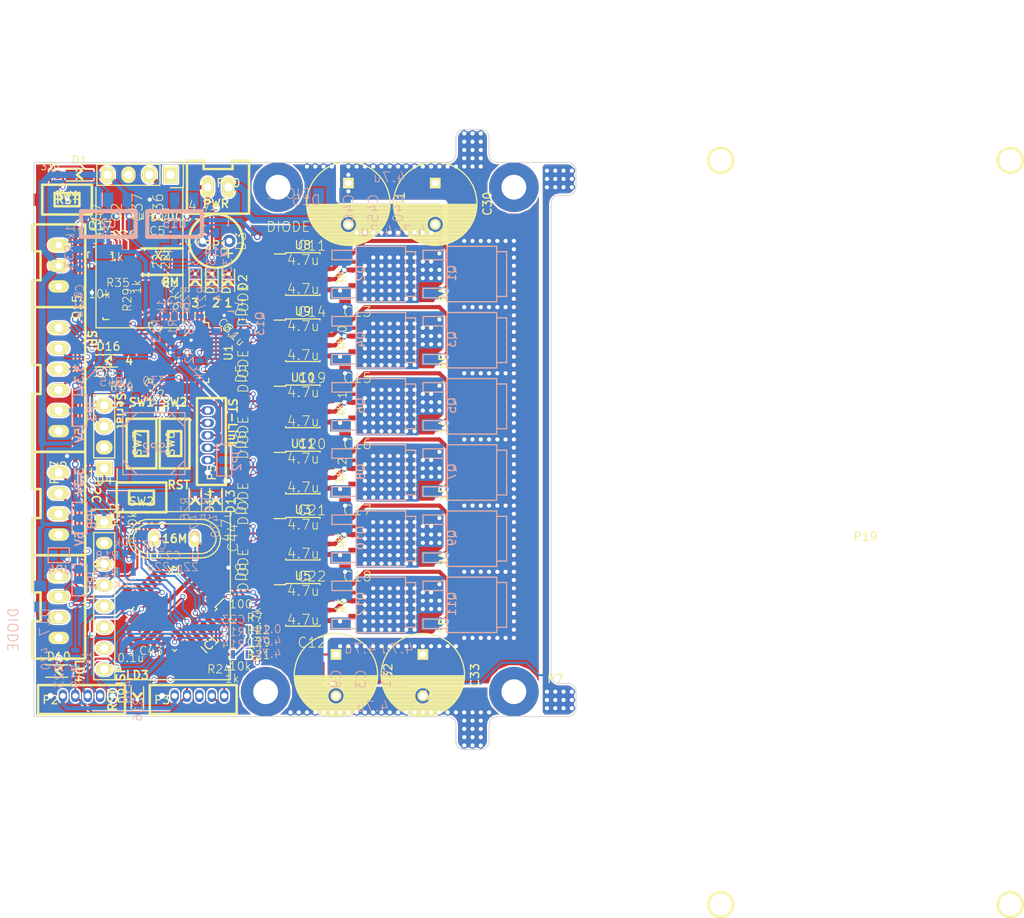
<source format=kicad_pcb>
(kicad_pcb (version 4) (host pcbnew 4.0.7)
  (layers (0 F.Cu signal) (31 B.Cu signal) (34 B.Paste user) (35 F.Paste user) (36 B.SilkS user) (37 F.SilkS user) (38 B.Mask user) (39 F.Mask user) (44 Edge.Cuts user))
  (net 0 "")
  (net 1 GND)
  (net 2 /NRST)
  (net 3 +3.3V)
  (net 4 /OSC_IN)
  (net 5 /OSC_OUT)
  (net 6 +5V)
  (net 7 /OUT_0_A)
  (net 8 /OUT_0_B)
  (net 9 "Net-(D1-Pad2)")
  (net 10 "Net-(D2-Pad2)")
  (net 11 /SWCLK)
  (net 12 /SWDIO)
  (net 13 /USART_TX)
  (net 14 /USART_RX)
  (net 15 "Net-(Q1-PadG)")
  (net 16 "Net-(Q2-PadG)")
  (net 17 "Net-(Q3-PadG)")
  (net 18 "Net-(Q4-PadG)")
  (net 19 +BATT)
  (net 20 /OUT_1_A)
  (net 21 /OUT_1_B)
  (net 22 /OUT_2_A)
  (net 23 /OUT_2_B)
  (net 24 "Net-(Q5-PadG)")
  (net 25 "Net-(Q6-PadG)")
  (net 26 "Net-(Q7-PadG)")
  (net 27 "Net-(Q8-PadG)")
  (net 28 "Net-(Q9-PadG)")
  (net 29 "Net-(Q10-PadG)")
  (net 30 "Net-(Q11-PadG)")
  (net 31 "Net-(Q12-PadG)")
  (net 32 "Net-(C27-Pad2)")
  (net 33 "Net-(C28-Pad2)")
  (net 34 /I2C_SDA)
  (net 35 /I2C_SCL)
  (net 36 /AT_RST)
  (net 37 /AT_RX)
  (net 38 /AT_TX)
  (net 39 "Net-(C11-Pad2)")
  (net 40 "Net-(C14-Pad2)")
  (net 41 "Net-(C19-Pad2)")
  (net 42 "Net-(C20-Pad2)")
  (net 43 "Net-(C21-Pad2)")
  (net 44 "Net-(C22-Pad2)")
  (net 45 /batt_voltage)
  (net 46 "Net-(P6-Pad3)")
  (net 47 "Net-(D11-Pad2)")
  (net 48 "Net-(D12-Pad2)")
  (net 49 /AT_LED1)
  (net 50 "Net-(D13-Pad2)")
  (net 51 /AT_LED2)
  (net 52 "Net-(D14-Pad2)")
  (net 53 /SPI_MOSI)
  (net 54 /SPI_MISO)
  (net 55 /SPI_SCK)
  (net 56 /PWM_2_A)
  (net 57 /PWM_2_B)
  (net 58 /PWM_0_A)
  (net 59 /PWM_0_B)
  (net 60 /PWM_1_A)
  (net 61 /PWM_1_B)
  (net 62 /Motor~SD)
  (net 63 /BOOT0)
  (net 64 /GD_12V)
  (net 65 /INT0)
  (net 66 /LOGIC_BATT)
  (net 67 /SBUS)
  (net 68 "Net-(Q17-PadG)")
  (net 69 /SERVO_RX)
  (net 70 "Net-(R34-Pad1)")
  (net 71 /STM_~SS0)
  (net 72 /STM_SCK)
  (net 73 /STM_MISO)
  (net 74 /STM_MOSI)
  (net 75 "Net-(D16-Pad2)")
  (net 76 "Net-(JP8-Pad2)")
  (net 77 "Net-(JP2-Pad2)")
  (net 78 "Net-(JP3-Pad2)")
  (net 79 /STM_LED1)
  (net 80 /STM_LED2)
  (net 81 /STM_LED3)
  (net 82 /BATT-SP)
  (net 83 "Net-(D15-Pad1)")
  (net 84 "Net-(IC1-Pad2)")
  (net 85 "Net-(Q13-PadG)")
  (net 86 "Net-(Q14-PadD)")
  (net 87 /cell_voltage)
  (net 88 /STM_LED4)
  (net 89 /AT_LED3)
  (net 90 "Net-(D9-Pad2)")
  (net 91 /AT_LED4)
  (net 92 "Net-(D10-Pad2)")
  (net 93 /STM_SW1)
  (net 94 /STM_SW2)
  (net 95 "Net-(P3-Pad6)")
  (net 96 /SS_TX)
  (net 97 /SS_RX)
  (net 98 "Net-(R19-Pad2)")
  (net 99 "Net-(Q15-PadD)")
  (net 100 "Net-(JP1-Pad2)")
  (net 101 /EX_TX)
  (net 102 /BEEP1)
  (net 103 /BEEP0)
  (net 104 "Net-(JP4-Pad1)")
  (net 105 "Net-(D17-Pad1)")
  (module RP_KiCAD_Libs:ChinaDC-DC (layer F.Cu) (at 32.5 8 180)
    (fp_text reference DCDC1 (at 0 -5.1 180) (layer F.SilkS))
    (fp_text value ChinaDC-DC)
    (pad 1 thru_hole rect (at 0 0 180) (size 1.7272 2.032) (drill 1.016) (layers *.Cu *.Mask F.SilkS))
    (pad 2 thru_hole oval (at 2.54 0 180) (size 1.7272 2.032) (drill 1.016) (layers *.Cu *.Mask F.SilkS) (net 66 /LOGIC_BATT))
    (pad 3 thru_hole oval (at 5.08 0 180) (size 1.7272 2.032) (drill 1.016) (layers *.Cu *.Mask F.SilkS) (net 1 GND))
    (pad 4 thru_hole oval (at 7.62 0 180) (size 1.7272 2.032) (drill 1.016) (layers *.Cu *.Mask F.SilkS) (net 6 +5V))
  )
  (module Housings_QFP:TQFP-32_7x7mm_Pitch0.8mm (layer F.Cu) (at 33 60.5 225)
    (fp_text reference IC1 (at 0 -6.05 225) (layer F.SilkS))
    (fp_text value ATMEGA328P-A)
    (pad 1 smd rect (at -4.25 -2.8 225) (size 1.6 0.55) (layers F.Cu F.Paste F.Mask) (net 62 /Motor~SD))
    (pad 2 smd rect (at -4.25 -2 225) (size 1.6 0.55) (layers F.Cu F.Paste F.Mask) (net 84 "Net-(IC1-Pad2)"))
    (pad 3 smd rect (at -4.25 -1.2 225) (size 1.6 0.55) (layers F.Cu F.Paste F.Mask) (net 1 GND))
    (pad 4 smd rect (at -4.25 -0.4 225) (size 1.6 0.55) (layers F.Cu F.Paste F.Mask) (net 6 +5V))
    (pad 5 smd rect (at -4.25 0.4 225) (size 1.6 0.55) (layers F.Cu F.Paste F.Mask) (net 1 GND))
    (pad 6 smd rect (at -4.25 1.2 225) (size 1.6 0.55) (layers F.Cu F.Paste F.Mask) (net 6 +5V))
    (pad 7 smd rect (at -4.25 2 225) (size 1.6 0.55) (layers F.Cu F.Paste F.Mask) (net 32 "Net-(C27-Pad2)"))
    (pad 8 smd rect (at -4.25 2.8 225) (size 1.6 0.55) (layers F.Cu F.Paste F.Mask) (net 33 "Net-(C28-Pad2)"))
    (pad 9 smd rect (at -2.8 4.25 315) (size 1.6 0.55) (layers F.Cu F.Paste F.Mask) (net 49 /AT_LED1))
    (pad 10 smd rect (at -2 4.25 315) (size 1.6 0.55) (layers F.Cu F.Paste F.Mask) (net 51 /AT_LED2))
    (pad 11 smd rect (at -1.2 4.25 315) (size 1.6 0.55) (layers F.Cu F.Paste F.Mask))
    (pad 12 smd rect (at -0.4 4.25 315) (size 1.6 0.55) (layers F.Cu F.Paste F.Mask))
    (pad 13 smd rect (at 0.4 4.25 315) (size 1.6 0.55) (layers F.Cu F.Paste F.Mask) (net 96 /SS_TX))
    (pad 14 smd rect (at 1.2 4.25 315) (size 1.6 0.55) (layers F.Cu F.Paste F.Mask) (net 97 /SS_RX))
    (pad 15 smd rect (at 2 4.25 315) (size 1.6 0.55) (layers F.Cu F.Paste F.Mask) (net 53 /SPI_MOSI))
    (pad 16 smd rect (at 2.8 4.25 315) (size 1.6 0.55) (layers F.Cu F.Paste F.Mask) (net 54 /SPI_MISO))
    (pad 17 smd rect (at 4.25 2.8 225) (size 1.6 0.55) (layers F.Cu F.Paste F.Mask) (net 55 /SPI_SCK))
    (pad 18 smd rect (at 4.25 2 225) (size 1.6 0.55) (layers F.Cu F.Paste F.Mask) (net 6 +5V))
    (pad 19 smd rect (at 4.25 1.2 225) (size 1.6 0.55) (layers F.Cu F.Paste F.Mask) (net 87 /cell_voltage))
    (pad 20 smd rect (at 4.25 0.4 225) (size 1.6 0.55) (layers F.Cu F.Paste F.Mask) (net 6 +5V))
    (pad 21 smd rect (at 4.25 -0.4 225) (size 1.6 0.55) (layers F.Cu F.Paste F.Mask) (net 1 GND))
    (pad 22 smd rect (at 4.25 -1.2 225) (size 1.6 0.55) (layers F.Cu F.Paste F.Mask) (net 45 /batt_voltage))
    (pad 23 smd rect (at 4.25 -2 225) (size 1.6 0.55) (layers F.Cu F.Paste F.Mask) (net 91 /AT_LED4))
    (pad 24 smd rect (at 4.25 -2.8 225) (size 1.6 0.55) (layers F.Cu F.Paste F.Mask))
    (pad 25 smd rect (at 2.8 -4.25 315) (size 1.6 0.55) (layers F.Cu F.Paste F.Mask))
    (pad 26 smd rect (at 2 -4.25 315) (size 1.6 0.55) (layers F.Cu F.Paste F.Mask) (net 89 /AT_LED3))
    (pad 27 smd rect (at 1.2 -4.25 315) (size 1.6 0.55) (layers F.Cu F.Paste F.Mask) (net 34 /I2C_SDA))
    (pad 28 smd rect (at 0.4 -4.25 315) (size 1.6 0.55) (layers F.Cu F.Paste F.Mask) (net 35 /I2C_SCL))
    (pad 29 smd rect (at -0.4 -4.25 315) (size 1.6 0.55) (layers F.Cu F.Paste F.Mask) (net 36 /AT_RST))
    (pad 30 smd rect (at -1.2 -4.25 315) (size 1.6 0.55) (layers F.Cu F.Paste F.Mask) (net 37 /AT_RX))
    (pad 31 smd rect (at -2 -4.25 315) (size 1.6 0.55) (layers F.Cu F.Paste F.Mask) (net 38 /AT_TX))
    (pad 32 smd rect (at -2.8 -4.25 315) (size 1.6 0.55) (layers F.Cu F.Paste F.Mask) (net 65 /INT0))
  )
  (module Capacitors_ThroughHole:C_Radial_D10_L13_P5 (layer F.Cu) (at 54 9 270)
    (fp_text reference C31 (at 2.5 -6.3 270) (layer F.SilkS))
    (fp_text value 220u)
    (pad 1 thru_hole rect (at 0 0 270) (size 1.3 1.3) (drill 0.8) (layers *.Cu *.Mask F.SilkS) (net 19 +BATT))
    (pad 2 thru_hole circle (at 5 0 270) (size 1.3 1.3) (drill 0.8) (layers *.Cu *.Mask F.SilkS) (net 1 GND))
  )
  (module RP_KiCAD_Connector:XA_2T (layer F.Cu) (at 39.5 9.5 180)
    (fp_text reference P10 (at 0 0.5 180) (layer F.SilkS))
    (fp_text value CONN_01X02)
    (pad 2 thru_hole oval (at 0 0 180) (size 1.5 2.5) (drill 1) (layers *.Cu *.Mask F.SilkS) (net 83 "Net-(D15-Pad1)"))
    (pad 1 thru_hole oval (at 2.5 0 180) (size 1.5 2.5) (drill 1) (layers *.Cu *.Mask F.SilkS) (net 66 /LOGIC_BATT))
  )
  (module RP_KiCAD_Connector:ZH_6T (layer F.Cu) (at 31.5 71)
    (fp_text reference P3 (at 0 0.5) (layer F.SilkS))
    (fp_text value CONN_01X06)
    (pad 1 thru_hole oval (at 0 0) (size 1 1.524) (drill 0.7) (layers *.Cu *.Mask) (net 1 GND))
    (pad 2 thru_hole oval (at 1.5 0) (size 1 1.524) (drill 0.7) (layers *.Cu *.Mask) (net 6 +5V))
    (pad 3 thru_hole oval (at 3 0) (size 1 1.524) (drill 0.7) (layers *.Cu *.Mask) (net 36 /AT_RST))
    (pad 4 thru_hole oval (at 4.5 0) (size 1 1.524) (drill 0.7) (layers *.Cu *.Mask))
    (pad 5 thru_hole oval (at 6 0) (size 1 1.524) (drill 0.7) (layers *.Cu *.Mask) (net 38 /AT_TX))
    (pad 6 thru_hole oval (at 7.5 0) (size 1 1.524) (drill 0.7) (layers *.Cu *.Mask) (net 95 "Net-(P3-Pad6)"))
  )
  (module Crystals:ABM3_2pads (layer F.Cu) (at 31.5 18.5 180)
    (fp_text reference X2 (at 0 0.7 180) (layer F.SilkS))
    (fp_text value CRYSTAL)
    (pad 1 smd rect (at -2.2 0 180) (size 1.8 2.6) (layers F.Cu F.Paste F.Mask) (net 4 /OSC_IN))
    (pad 2 smd rect (at 2.2 0 180) (size 1.8 2.6) (layers F.Cu F.Paste F.Mask) (net 5 /OSC_OUT))
  )
  (module LEDs:LED_0805 (layer F.Cu) (at 21.5 8)
    (fp_text reference D1 (at 0 -1.75) (layer F.SilkS))
    (fp_text value LED)
    (pad 1 smd rect (at 1.04902 0 180) (size 1.19888 1.19888) (layers F.Cu F.Paste F.Mask) (net 3 +3.3V))
    (pad 2 smd rect (at -1.04902 0 180) (size 1.19888 1.19888) (layers F.Cu F.Paste F.Mask) (net 9 "Net-(D1-Pad2)"))
  )
  (module LEDs:LED_0805 (layer F.Cu) (at 39.5 21 270)
    (fp_text reference D2 (at 0 -1.75 270) (layer F.SilkS))
    (fp_text value LED)
    (pad 1 smd rect (at 1.04902 0 90) (size 1.19888 1.19888) (layers F.Cu F.Paste F.Mask) (net 79 /STM_LED1))
    (pad 2 smd rect (at -1.04902 0 90) (size 1.19888 1.19888) (layers F.Cu F.Paste F.Mask) (net 10 "Net-(D2-Pad2)"))
  )
  (module RP_KiCAD_Libs:C2012 (layer F.Cu) (at 43 16 90)
    (fp_text reference D3 (at -1.27 -1.27 90) (layer F.SilkS) (effects (font (size 1.2065 1.2065) (thickness 0.1016)) (justify left bottom)))
    (fp_text value DIODE (at 1 1 360) (layer F.SilkS) (effects (font (size 1.2065 1.2065) (thickness 0.1016)) (justify left bottom)))
    (pad 1 smd rect (at -1.25 0 90) (size 1.3 1.5) (layers F.Cu F.Paste F.Mask) (net 39 "Net-(C11-Pad2)"))
    (pad 2 smd rect (at 1.25 0 90) (size 1.3 1.5) (layers F.Cu F.Paste F.Mask) (net 64 /GD_12V))
  )
  (module RP_KiCAD_Libs:C2012 (layer F.Cu) (at 43 24 90)
    (fp_text reference D4 (at -1.27 -1.27 90) (layer F.SilkS) (effects (font (size 1.2065 1.2065) (thickness 0.1016)) (justify left bottom)))
    (fp_text value DIODE (at -2.5 -1 90) (layer F.SilkS) (effects (font (size 1.2065 1.2065) (thickness 0.1016)) (justify left bottom)))
    (pad 1 smd rect (at -1.25 0 90) (size 1.3 1.5) (layers F.Cu F.Paste F.Mask) (net 40 "Net-(C14-Pad2)"))
    (pad 2 smd rect (at 1.25 0 90) (size 1.3 1.5) (layers F.Cu F.Paste F.Mask) (net 64 /GD_12V))
  )
  (module RP_KiCAD_Connector:ZH_6T (layer F.Cu) (at 37 44 90)
    (fp_text reference P5 (at 0 0.5 90) (layer F.SilkS))
    (fp_text value CONN_01X06)
    (pad 1 thru_hole oval (at 0 0 90) (size 1 1.524) (drill 0.7) (layers *.Cu *.Mask) (net 1 GND))
    (pad 2 thru_hole oval (at 1.5 0 90) (size 1 1.524) (drill 0.7) (layers *.Cu *.Mask) (net 77 "Net-(JP2-Pad2)"))
    (pad 3 thru_hole oval (at 3 0 90) (size 1 1.524) (drill 0.7) (layers *.Cu *.Mask) (net 11 /SWCLK))
    (pad 4 thru_hole oval (at 4.5 0 90) (size 1 1.524) (drill 0.7) (layers *.Cu *.Mask) (net 12 /SWDIO))
    (pad 5 thru_hole oval (at 6 0 90) (size 1 1.524) (drill 0.7) (layers *.Cu *.Mask) (net 13 /USART_TX))
    (pad 6 thru_hole oval (at 7.5 0 90) (size 1 1.524) (drill 0.7) (layers *.Cu *.Mask) (net 14 /USART_RX))
  )
  (module Housings_QFP:LQFP-48_7x7mm_Pitch0.5mm (layer F.Cu) (at 33.5 29.5 270)
    (fp_text reference U1 (at 0 -6 270) (layer F.SilkS))
    (fp_text value STM32F103_48)
    (pad 1 smd rect (at -4.35 -2.75 270) (size 1.3 0.25) (layers F.Cu F.Paste F.Mask) (net 3 +3.3V))
    (pad 2 smd rect (at -4.35 -2.25 270) (size 1.3 0.25) (layers F.Cu F.Paste F.Mask) (net 79 /STM_LED1))
    (pad 3 smd rect (at -4.35 -1.75 270) (size 1.3 0.25) (layers F.Cu F.Paste F.Mask) (net 80 /STM_LED2))
    (pad 4 smd rect (at -4.35 -1.25 270) (size 1.3 0.25) (layers F.Cu F.Paste F.Mask) (net 81 /STM_LED3))
    (pad 5 smd rect (at -4.35 -0.75 270) (size 1.3 0.25) (layers F.Cu F.Paste F.Mask) (net 4 /OSC_IN))
    (pad 6 smd rect (at -4.35 -0.25 270) (size 1.3 0.25) (layers F.Cu F.Paste F.Mask) (net 5 /OSC_OUT))
    (pad 7 smd rect (at -4.35 0.25 270) (size 1.3 0.25) (layers F.Cu F.Paste F.Mask) (net 2 /NRST))
    (pad 8 smd rect (at -4.35 0.75 270) (size 1.3 0.25) (layers F.Cu F.Paste F.Mask) (net 1 GND))
    (pad 9 smd rect (at -4.35 1.25 270) (size 1.3 0.25) (layers F.Cu F.Paste F.Mask) (net 3 +3.3V))
    (pad 10 smd rect (at -4.35 1.75 270) (size 1.3 0.25) (layers F.Cu F.Paste F.Mask) (net 103 /BEEP0))
    (pad 11 smd rect (at -4.35 2.25 270) (size 1.3 0.25) (layers F.Cu F.Paste F.Mask) (net 102 /BEEP1))
    (pad 12 smd rect (at -4.35 2.75 270) (size 1.3 0.25) (layers F.Cu F.Paste F.Mask) (net 101 /EX_TX))
    (pad 13 smd rect (at -2.75 4.35) (size 1.3 0.25) (layers F.Cu F.Paste F.Mask) (net 69 /SERVO_RX))
    (pad 14 smd rect (at -2.25 4.35) (size 1.3 0.25) (layers F.Cu F.Paste F.Mask) (net 71 /STM_~SS0))
    (pad 15 smd rect (at -1.75 4.35) (size 1.3 0.25) (layers F.Cu F.Paste F.Mask) (net 72 /STM_SCK))
    (pad 16 smd rect (at -1.25 4.35) (size 1.3 0.25) (layers F.Cu F.Paste F.Mask) (net 73 /STM_MISO))
    (pad 17 smd rect (at -0.75 4.35) (size 1.3 0.25) (layers F.Cu F.Paste F.Mask) (net 74 /STM_MOSI))
    (pad 18 smd rect (at -0.25 4.35) (size 1.3 0.25) (layers F.Cu F.Paste F.Mask))
    (pad 19 smd rect (at 0.25 4.35) (size 1.3 0.25) (layers F.Cu F.Paste F.Mask))
    (pad 20 smd rect (at 0.75 4.35) (size 1.3 0.25) (layers F.Cu F.Paste F.Mask) (net 88 /STM_LED4))
    (pad 21 smd rect (at 1.25 4.35) (size 1.3 0.25) (layers F.Cu F.Paste F.Mask) (net 70 "Net-(R34-Pad1)"))
    (pad 22 smd rect (at 1.75 4.35) (size 1.3 0.25) (layers F.Cu F.Paste F.Mask) (net 38 /AT_TX))
    (pad 23 smd rect (at 2.25 4.35) (size 1.3 0.25) (layers F.Cu F.Paste F.Mask) (net 1 GND))
    (pad 24 smd rect (at 2.75 4.35) (size 1.3 0.25) (layers F.Cu F.Paste F.Mask) (net 3 +3.3V))
    (pad 25 smd rect (at 4.35 2.75 270) (size 1.3 0.25) (layers F.Cu F.Paste F.Mask))
    (pad 26 smd rect (at 4.35 2.25 270) (size 1.3 0.25) (layers F.Cu F.Paste F.Mask) (net 94 /STM_SW2))
    (pad 27 smd rect (at 4.35 1.75 270) (size 1.3 0.25) (layers F.Cu F.Paste F.Mask) (net 93 /STM_SW1))
    (pad 28 smd rect (at 4.35 1.25 270) (size 1.3 0.25) (layers F.Cu F.Paste F.Mask))
    (pad 29 smd rect (at 4.35 0.75 270) (size 1.3 0.25) (layers F.Cu F.Paste F.Mask))
    (pad 30 smd rect (at 4.35 0.25 270) (size 1.3 0.25) (layers F.Cu F.Paste F.Mask) (net 13 /USART_TX))
    (pad 31 smd rect (at 4.35 -0.25 270) (size 1.3 0.25) (layers F.Cu F.Paste F.Mask) (net 14 /USART_RX))
    (pad 32 smd rect (at 4.35 -0.75 270) (size 1.3 0.25) (layers F.Cu F.Paste F.Mask))
    (pad 33 smd rect (at 4.35 -1.25 270) (size 1.3 0.25) (layers F.Cu F.Paste F.Mask))
    (pad 34 smd rect (at 4.35 -1.75 270) (size 1.3 0.25) (layers F.Cu F.Paste F.Mask) (net 12 /SWDIO))
    (pad 35 smd rect (at 4.35 -2.25 270) (size 1.3 0.25) (layers F.Cu F.Paste F.Mask) (net 1 GND))
    (pad 36 smd rect (at 4.35 -2.75 270) (size 1.3 0.25) (layers F.Cu F.Paste F.Mask) (net 3 +3.3V))
    (pad 37 smd rect (at 2.75 -4.35) (size 1.3 0.25) (layers F.Cu F.Paste F.Mask) (net 11 /SWCLK))
    (pad 38 smd rect (at 2.25 -4.35) (size 1.3 0.25) (layers F.Cu F.Paste F.Mask) (net 85 "Net-(Q13-PadG)"))
    (pad 39 smd rect (at 1.75 -4.35) (size 1.3 0.25) (layers F.Cu F.Paste F.Mask))
    (pad 40 smd rect (at 1.25 -4.35) (size 1.3 0.25) (layers F.Cu F.Paste F.Mask) (net 57 /PWM_2_B))
    (pad 41 smd rect (at 0.75 -4.35) (size 1.3 0.25) (layers F.Cu F.Paste F.Mask) (net 56 /PWM_2_A))
    (pad 42 smd rect (at 0.25 -4.35) (size 1.3 0.25) (layers F.Cu F.Paste F.Mask) (net 61 /PWM_1_B))
    (pad 43 smd rect (at -0.25 -4.35) (size 1.3 0.25) (layers F.Cu F.Paste F.Mask) (net 60 /PWM_1_A))
    (pad 44 smd rect (at -0.75 -4.35) (size 1.3 0.25) (layers F.Cu F.Paste F.Mask) (net 63 /BOOT0))
    (pad 45 smd rect (at -1.25 -4.35) (size 1.3 0.25) (layers F.Cu F.Paste F.Mask) (net 59 /PWM_0_B))
    (pad 46 smd rect (at -1.75 -4.35) (size 1.3 0.25) (layers F.Cu F.Paste F.Mask) (net 58 /PWM_0_A))
    (pad 47 smd rect (at -2.25 -4.35) (size 1.3 0.25) (layers F.Cu F.Paste F.Mask) (net 1 GND))
    (pad 48 smd rect (at -2.75 -4.35) (size 1.3 0.25) (layers F.Cu F.Paste F.Mask) (net 3 +3.3V))
  )
  (module TO_SOT_Packages_SMD:SOT-223_reg (layer B.Cu) (at 25 11)
    (fp_text reference U2 (at 0 2.9) (layer B.SilkS) (effects (justify mirror)))
    (fp_text value NCP1117ST33T3G)
    (pad 1 smd rect (at -2.3 0) (size 1.2 1.7) (layers B.Cu B.Paste B.Mask) (net 1 GND))
    (pad 2 smd rect (at 0 0) (size 1.2 1.7) (layers B.Cu B.Paste B.Mask) (net 3 +3.3V))
    (pad 3 smd rect (at 2.3 0) (size 1.2 1.7) (layers B.Cu B.Paste B.Mask) (net 6 +5V))
    (pad 2 smd rect (at 0 6.3) (size 3.3 1.7) (layers B.Cu B.Paste B.Mask) (net 3 +3.3V))
  )
  (module RP_KiCAD_Libs:C2012 (layer F.Cu) (at 43 32 90)
    (fp_text reference D5 (at -1.27 -1.27 90) (layer F.SilkS) (effects (font (size 1.2065 1.2065) (thickness 0.1016)) (justify left bottom)))
    (fp_text value DIODE (at -2.5 -1 90) (layer F.SilkS) (effects (font (size 1.2065 1.2065) (thickness 0.1016)) (justify left bottom)))
    (pad 1 smd rect (at -1.25 0 90) (size 1.3 1.5) (layers F.Cu F.Paste F.Mask) (net 41 "Net-(C19-Pad2)"))
    (pad 2 smd rect (at 1.25 0 90) (size 1.3 1.5) (layers F.Cu F.Paste F.Mask) (net 64 /GD_12V))
  )
  (module RP_KiCAD_Libs:C2012 (layer F.Cu) (at 43 40 90)
    (fp_text reference D6 (at -1.27 -1.27 90) (layer F.SilkS) (effects (font (size 1.2065 1.2065) (thickness 0.1016)) (justify left bottom)))
    (fp_text value DIODE (at -2.5 -1 90) (layer F.SilkS) (effects (font (size 1.2065 1.2065) (thickness 0.1016)) (justify left bottom)))
    (pad 1 smd rect (at -1.25 0 90) (size 1.3 1.5) (layers F.Cu F.Paste F.Mask) (net 42 "Net-(C20-Pad2)"))
    (pad 2 smd rect (at 1.25 0 90) (size 1.3 1.5) (layers F.Cu F.Paste F.Mask) (net 64 /GD_12V))
  )
  (module RP_KiCAD_Libs:C2012 (layer F.Cu) (at 43 48 90)
    (fp_text reference D7 (at -1.27 -1.27 90) (layer F.SilkS) (effects (font (size 1.2065 1.2065) (thickness 0.1016)) (justify left bottom)))
    (fp_text value DIODE (at -2.5 -1 90) (layer F.SilkS) (effects (font (size 1.2065 1.2065) (thickness 0.1016)) (justify left bottom)))
    (pad 1 smd rect (at -1.25 0 90) (size 1.3 1.5) (layers F.Cu F.Paste F.Mask) (net 43 "Net-(C21-Pad2)"))
    (pad 2 smd rect (at 1.25 0 90) (size 1.3 1.5) (layers F.Cu F.Paste F.Mask) (net 64 /GD_12V))
  )
  (module RP_KiCAD_Libs:C2012 (layer F.Cu) (at 43 56 90)
    (fp_text reference D8 (at -1.27 -1.27 90) (layer F.SilkS) (effects (font (size 1.2065 1.2065) (thickness 0.1016)) (justify left bottom)))
    (fp_text value DIODE (at -2.5 -1 90) (layer F.SilkS) (effects (font (size 1.2065 1.2065) (thickness 0.1016)) (justify left bottom)))
    (pad 1 smd rect (at -1.25 0 90) (size 1.3 1.5) (layers F.Cu F.Paste F.Mask) (net 44 "Net-(C22-Pad2)"))
    (pad 2 smd rect (at 1.25 0 90) (size 1.3 1.5) (layers F.Cu F.Paste F.Mask) (net 64 /GD_12V))
  )
  (module TO_SOT_Packages_SMD:SOT-428_GDS_compact (layer B.Cu) (at 56.5 20 90)
    (fp_text reference Q2 (at 0.09906 -1.00076 90) (layer B.SilkS) (effects (justify mirror)))
    (fp_text value MOSFET_N)
    (pad G smd rect (at -2.27584 -3.44932 90) (size 1.50114 2.49936) (layers B.Cu B.Paste B.Mask) (net 16 "Net-(Q2-PadG)"))
    (pad S smd rect (at 2.27584 -3.44932 90) (size 1.50114 2.49936) (layers B.Cu B.Paste B.Mask) (net 1 GND))
    (pad D smd rect (at 0 2.44932 90) (size 7.00024 7.00024) (layers B.Cu B.Paste B.Mask) (net 7 /OUT_0_A))
  )
  (module TO_SOT_Packages_SMD:SOT-428_GDS_compact (layer B.Cu) (at 56.5 28 90)
    (fp_text reference Q4 (at 0.09906 -1.00076 90) (layer B.SilkS) (effects (justify mirror)))
    (fp_text value MOSFET_N)
    (pad G smd rect (at -2.27584 -3.44932 90) (size 1.50114 2.49936) (layers B.Cu B.Paste B.Mask) (net 18 "Net-(Q4-PadG)"))
    (pad S smd rect (at 2.27584 -3.44932 90) (size 1.50114 2.49936) (layers B.Cu B.Paste B.Mask) (net 1 GND))
    (pad D smd rect (at 0 2.44932 90) (size 7.00024 7.00024) (layers B.Cu B.Paste B.Mask) (net 8 /OUT_0_B))
  )
  (module TO_SOT_Packages_SMD:SOT-428_GDS_compact (layer B.Cu) (at 67.5 36 90)
    (fp_text reference Q5 (at 0.09906 -1.00076 90) (layer B.SilkS) (effects (justify mirror)))
    (fp_text value MOSFET_N)
    (pad G smd rect (at -2.27584 -3.44932 90) (size 1.50114 2.49936) (layers B.Cu B.Paste B.Mask) (net 24 "Net-(Q5-PadG)"))
    (pad S smd rect (at 2.27584 -3.44932 90) (size 1.50114 2.49936) (layers B.Cu B.Paste B.Mask) (net 20 /OUT_1_A))
    (pad D smd rect (at 0 2.44932 90) (size 7.00024 7.00024) (layers B.Cu B.Paste B.Mask) (net 19 +BATT))
  )
  (module TO_SOT_Packages_SMD:SOT-428_GDS_compact (layer B.Cu) (at 56.5 36 90)
    (fp_text reference Q6 (at 0.09906 -1.00076 90) (layer B.SilkS) (effects (justify mirror)))
    (fp_text value MOSFET_N)
    (pad G smd rect (at -2.27584 -3.44932 90) (size 1.50114 2.49936) (layers B.Cu B.Paste B.Mask) (net 25 "Net-(Q6-PadG)"))
    (pad S smd rect (at 2.27584 -3.44932 90) (size 1.50114 2.49936) (layers B.Cu B.Paste B.Mask) (net 1 GND))
    (pad D smd rect (at 0 2.44932 90) (size 7.00024 7.00024) (layers B.Cu B.Paste B.Mask) (net 20 /OUT_1_A))
  )
  (module TO_SOT_Packages_SMD:SOT-428_GDS_compact (layer B.Cu) (at 67.5 44 90)
    (fp_text reference Q7 (at 0.09906 -1.00076 90) (layer B.SilkS) (effects (justify mirror)))
    (fp_text value MOSFET_N)
    (pad G smd rect (at -2.27584 -3.44932 90) (size 1.50114 2.49936) (layers B.Cu B.Paste B.Mask) (net 26 "Net-(Q7-PadG)"))
    (pad S smd rect (at 2.27584 -3.44932 90) (size 1.50114 2.49936) (layers B.Cu B.Paste B.Mask) (net 21 /OUT_1_B))
    (pad D smd rect (at 0 2.44932 90) (size 7.00024 7.00024) (layers B.Cu B.Paste B.Mask) (net 19 +BATT))
  )
  (module TO_SOT_Packages_SMD:SOT-428_GDS_compact (layer B.Cu) (at 56.5 44 90)
    (fp_text reference Q8 (at 0.09906 -1.00076 90) (layer B.SilkS) (effects (justify mirror)))
    (fp_text value MOSFET_N)
    (pad G smd rect (at -2.27584 -3.44932 90) (size 1.50114 2.49936) (layers B.Cu B.Paste B.Mask) (net 27 "Net-(Q8-PadG)"))
    (pad S smd rect (at 2.27584 -3.44932 90) (size 1.50114 2.49936) (layers B.Cu B.Paste B.Mask) (net 1 GND))
    (pad D smd rect (at 0 2.44932 90) (size 7.00024 7.00024) (layers B.Cu B.Paste B.Mask) (net 21 /OUT_1_B))
  )
  (module TO_SOT_Packages_SMD:SOT-428_GDS_compact (layer B.Cu) (at 67.5 52 90)
    (fp_text reference Q9 (at 0.09906 -1.00076 90) (layer B.SilkS) (effects (justify mirror)))
    (fp_text value MOSFET_N)
    (pad G smd rect (at -2.27584 -3.44932 90) (size 1.50114 2.49936) (layers B.Cu B.Paste B.Mask) (net 28 "Net-(Q9-PadG)"))
    (pad S smd rect (at 2.27584 -3.44932 90) (size 1.50114 2.49936) (layers B.Cu B.Paste B.Mask) (net 22 /OUT_2_A))
    (pad D smd rect (at 0 2.44932 90) (size 7.00024 7.00024) (layers B.Cu B.Paste B.Mask) (net 19 +BATT))
  )
  (module TO_SOT_Packages_SMD:SOT-428_GDS_compact (layer B.Cu) (at 56.5 52 90)
    (fp_text reference Q10 (at 0.09906 -1.00076 90) (layer B.SilkS) (effects (justify mirror)))
    (fp_text value MOSFET_N)
    (pad G smd rect (at -2.27584 -3.44932 90) (size 1.50114 2.49936) (layers B.Cu B.Paste B.Mask) (net 29 "Net-(Q10-PadG)"))
    (pad S smd rect (at 2.27584 -3.44932 90) (size 1.50114 2.49936) (layers B.Cu B.Paste B.Mask) (net 1 GND))
    (pad D smd rect (at 0 2.44932 90) (size 7.00024 7.00024) (layers B.Cu B.Paste B.Mask) (net 22 /OUT_2_A))
  )
  (module TO_SOT_Packages_SMD:SOT-428_GDS_compact (layer B.Cu) (at 67.5 60 90)
    (fp_text reference Q11 (at 0.09906 -1.00076 90) (layer B.SilkS) (effects (justify mirror)))
    (fp_text value MOSFET_N)
    (pad G smd rect (at -2.27584 -3.44932 90) (size 1.50114 2.49936) (layers B.Cu B.Paste B.Mask) (net 30 "Net-(Q11-PadG)"))
    (pad S smd rect (at 2.27584 -3.44932 90) (size 1.50114 2.49936) (layers B.Cu B.Paste B.Mask) (net 23 /OUT_2_B))
    (pad D smd rect (at 0 2.44932 90) (size 7.00024 7.00024) (layers B.Cu B.Paste B.Mask) (net 19 +BATT))
  )
  (module TO_SOT_Packages_SMD:SOT-428_GDS_compact (layer B.Cu) (at 56.5 60 90)
    (fp_text reference Q12 (at 0.09906 -1.00076 90) (layer B.SilkS) (effects (justify mirror)))
    (fp_text value MOSFET_N)
    (pad G smd rect (at -2.27584 -3.44932 90) (size 1.50114 2.49936) (layers B.Cu B.Paste B.Mask) (net 31 "Net-(Q12-PadG)"))
    (pad S smd rect (at 2.27584 -3.44932 90) (size 1.50114 2.49936) (layers B.Cu B.Paste B.Mask) (net 1 GND))
    (pad D smd rect (at 0 2.44932 90) (size 7.00024 7.00024) (layers B.Cu B.Paste B.Mask) (net 23 /OUT_2_B))
  )
  (module TO_SOT_Packages_SMD:SOT-428_GDS_compact (layer B.Cu) (at 67.5 20 90)
    (fp_text reference Q1 (at 0.09906 -1.00076 90) (layer B.SilkS) (effects (justify mirror)))
    (fp_text value MOSFET_N)
    (pad G smd rect (at -2.3 -3.45 90) (size 1.5 2.4) (layers B.Cu B.Paste B.Mask) (net 15 "Net-(Q1-PadG)"))
    (pad S smd rect (at 2.3 -3.45 90) (size 1.5 2.4) (layers B.Cu B.Paste B.Mask) (net 7 /OUT_0_A))
    (pad D smd rect (at 0 2.44932 90) (size 7.00024 7.00024) (layers B.Cu B.Paste B.Mask) (net 19 +BATT))
  )
  (module TO_SOT_Packages_SMD:SOT-428_GDS_compact (layer B.Cu) (at 67.5 28 90)
    (fp_text reference Q3 (at 0.09906 -1.00076 90) (layer B.SilkS) (effects (justify mirror)))
    (fp_text value MOSFET_N)
    (pad G smd rect (at -2.3 -3.45 90) (size 1.5 2.4) (layers B.Cu B.Paste B.Mask) (net 17 "Net-(Q3-PadG)"))
    (pad S smd rect (at 2.3 -3.45 90) (size 1.5 2.4) (layers B.Cu B.Paste B.Mask) (net 8 /OUT_0_B))
    (pad D smd rect (at 0 2.44932 90) (size 7.00024 7.00024) (layers B.Cu B.Paste B.Mask) (net 19 +BATT))
  )
  (module Socket_Strips:Socket_Strip_Straight_1x04 (layer F.Cu) (at 24.5 43.5 90)
    (fp_text reference P6 (at 0 -5.1 90) (layer F.SilkS))
    (fp_text value CONN_01X04)
    (pad 1 thru_hole rect (at 0 0 90) (size 1.7272 2.032) (drill 1.016) (layers *.Cu *.Mask F.SilkS) (net 6 +5V))
    (pad 2 thru_hole oval (at 2.54 0 90) (size 1.7272 2.032) (drill 1.016) (layers *.Cu *.Mask F.SilkS) (net 1 GND))
    (pad 3 thru_hole oval (at 5.08 0 90) (size 1.7272 2.032) (drill 1.016) (layers *.Cu *.Mask F.SilkS) (net 46 "Net-(P6-Pad3)"))
    (pad 4 thru_hole oval (at 7.62 0 90) (size 1.7272 2.032) (drill 1.016) (layers *.Cu *.Mask F.SilkS) (net 13 /USART_TX))
  )
  (module Capacitors_ThroughHole:C_Radial_D10_L13_P5 (layer F.Cu) (at 64.5 9 270)
    (fp_text reference C30 (at 2.5 -6.3 270) (layer F.SilkS))
    (fp_text value 220u)
    (pad 1 thru_hole rect (at 0 0 270) (size 1.3 1.3) (drill 0.8) (layers *.Cu *.Mask F.SilkS) (net 19 +BATT))
    (pad 2 thru_hole circle (at 5 0 270) (size 1.3 1.3) (drill 0.8) (layers *.Cu *.Mask F.SilkS) (net 1 GND))
  )
  (module Capacitors_ThroughHole:C_Radial_D10_L13_P5 (layer F.Cu) (at 52.5 66 270)
    (fp_text reference C32 (at 2.5 -6.3 270) (layer F.SilkS))
    (fp_text value 220u)
    (pad 1 thru_hole rect (at 0 0 270) (size 1.3 1.3) (drill 0.8) (layers *.Cu *.Mask F.SilkS) (net 19 +BATT))
    (pad 2 thru_hole circle (at 5 0 270) (size 1.3 1.3) (drill 0.8) (layers *.Cu *.Mask F.SilkS) (net 1 GND))
  )
  (module Capacitors_ThroughHole:C_Radial_D10_L13_P5 (layer F.Cu) (at 63 66 270)
    (fp_text reference C33 (at 2.5 -6.3 270) (layer F.SilkS))
    (fp_text value 220u)
    (pad 1 thru_hole rect (at 0 0 270) (size 1.3 1.3) (drill 0.8) (layers *.Cu *.Mask F.SilkS) (net 19 +BATT))
    (pad 2 thru_hole circle (at 5 0 270) (size 1.3 1.3) (drill 0.8) (layers *.Cu *.Mask F.SilkS) (net 1 GND))
  )
  (module LEDs:LED_0805 (layer F.Cu) (at 37.5 21 270)
    (fp_text reference D11 (at 0 -1.75 270) (layer F.SilkS))
    (fp_text value LED)
    (pad 1 smd rect (at 1.04902 0 90) (size 1.19888 1.19888) (layers F.Cu F.Paste F.Mask) (net 80 /STM_LED2))
    (pad 2 smd rect (at -1.04902 0 90) (size 1.19888 1.19888) (layers F.Cu F.Paste F.Mask) (net 47 "Net-(D11-Pad2)"))
  )
  (module LEDs:LED_0805 (layer F.Cu) (at 35.5 21 270)
    (fp_text reference D12 (at 0 -1.75 270) (layer F.SilkS))
    (fp_text value LED)
    (pad 1 smd rect (at 1.04902 0 90) (size 1.19888 1.19888) (layers F.Cu F.Paste F.Mask) (net 81 /STM_LED3))
    (pad 2 smd rect (at -1.04902 0 90) (size 1.19888 1.19888) (layers F.Cu F.Paste F.Mask) (net 48 "Net-(D12-Pad2)"))
  )
  (module TO_SOT_Packages_SMD:SOT-223_reg (layer B.Cu) (at 33 11)
    (fp_text reference U15 (at 0 2.9) (layer B.SilkS) (effects (justify mirror)))
    (fp_text value NCP1117ST12T3G)
    (pad 1 smd rect (at -2.3 0) (size 1.2 1.7) (layers B.Cu B.Paste B.Mask) (net 1 GND))
    (pad 2 smd rect (at 0 0) (size 1.2 1.7) (layers B.Cu B.Paste B.Mask) (net 64 /GD_12V))
    (pad 3 smd rect (at 2.3 0) (size 1.2 1.7) (layers B.Cu B.Paste B.Mask) (net 66 /LOGIC_BATT))
    (pad 2 smd rect (at 0 6.3) (size 3.3 1.7) (layers B.Cu B.Paste B.Mask) (net 64 /GD_12V))
  )
  (module TO_SOT_Packages_SMD:SOT-23_Handsoldering (layer F.Cu) (at 24 18)
    (fp_text reference Q17 (at 0 -3.81) (layer F.SilkS))
    (fp_text value MOSFET_N)
    (pad G smd rect (at -0.95 1.50114) (size 0.8001 1.2) (layers F.Cu F.Paste F.Mask) (net 68 "Net-(Q17-PadG)"))
    (pad S smd rect (at 0.95 1.50114) (size 0.8001 1.2) (layers F.Cu F.Paste F.Mask) (net 1 GND))
    (pad D smd rect (at 0 -1.50114) (size 0.8001 1.2) (layers F.Cu F.Paste F.Mask) (net 69 /SERVO_RX))
  )
  (module RP_KiCAD_Connector:XA_4T (layer F.Cu) (at 19 44 270)
    (fp_text reference P17 (at 0 0.5 270) (layer F.SilkS))
    (fp_text value CONN_01X04)
    (pad 4 thru_hole oval (at 0 0 270) (size 1.5 2.5) (drill 1) (layers *.Cu *.Mask F.SilkS) (net 35 /I2C_SCL))
    (pad 3 thru_hole oval (at 2.5 0 270) (size 1.5 2.5) (drill 1) (layers *.Cu *.Mask F.SilkS) (net 34 /I2C_SDA))
    (pad 2 thru_hole oval (at 5 0 270) (size 1.5 2.5) (drill 1) (layers *.Cu *.Mask F.SilkS) (net 76 "Net-(JP8-Pad2)"))
    (pad 1 thru_hole oval (at 7.5 0 270) (size 1.5 2.5) (drill 1) (layers *.Cu *.Mask F.SilkS) (net 1 GND))
  )
  (module RP_KiCAD_Connector:XA_3T (layer F.Cu) (at 19 16.5 270)
    (fp_text reference P9 (at 0 0.5 270) (layer F.SilkS))
    (fp_text value CONN_01X03)
    (pad 3 thru_hole oval (at 0 0 270) (size 1.5 2.5) (drill 0.8) (layers *.Cu *.Mask F.SilkS) (net 67 /SBUS))
    (pad 2 thru_hole oval (at 2.5 0 270) (size 1.5 2.5) (drill 0.8) (layers *.Cu *.Mask F.SilkS) (net 6 +5V))
    (pad 1 thru_hole oval (at 5 0 270) (size 1.5 2.5) (drill 0.8) (layers *.Cu *.Mask F.SilkS) (net 1 GND))
  )
  (module RP_KiCAD_Connector:XA_6T (layer F.Cu) (at 19 26.5 270)
    (fp_text reference P1 (at 0 0.5 270) (layer F.SilkS))
    (fp_text value CONN_01X06)
    (pad 6 thru_hole oval (at 0 0 270) (size 1.5 2.5) (drill 1) (layers *.Cu *.Mask F.SilkS) (net 74 /STM_MOSI))
    (pad 5 thru_hole oval (at 2.5 0 270) (size 1.5 2.5) (drill 1) (layers *.Cu *.Mask F.SilkS) (net 73 /STM_MISO))
    (pad 4 thru_hole oval (at 5 0 270) (size 1.5 2.5) (drill 1) (layers *.Cu *.Mask F.SilkS) (net 72 /STM_SCK))
    (pad 3 thru_hole oval (at 7.5 0 270) (size 1.5 2.5) (drill 1) (layers *.Cu *.Mask F.SilkS) (net 71 /STM_~SS0))
    (pad 2 thru_hole oval (at 10 0 270) (size 1.5 2.5) (drill 1) (layers *.Cu *.Mask F.SilkS) (net 78 "Net-(JP3-Pad2)"))
    (pad 1 thru_hole oval (at 12.5 0 270) (size 1.5 2.5) (drill 1) (layers *.Cu *.Mask F.SilkS) (net 1 GND))
  )
  (module Buttons_Switches_SMD:RP_SMD_Button (layer F.Cu) (at 33 40.5 270)
    (fp_text reference SW6 (at 0 0.5 270) (layer F.SilkS))
    (fp_text value SW_PUSH)
    (pad 1 smd rect (at 2.8 0 270) (size 2.6 1.5) (layers F.Cu F.Paste F.Mask) (net 1 GND))
    (pad 2 smd rect (at -2.8 0 270) (size 2.6 1.5) (layers F.Cu F.Paste F.Mask) (net 93 /STM_SW1))
  )
  (module Buttons_Switches_SMD:RP_SMD_Button (layer F.Cu) (at 29 40.5 270)
    (fp_text reference SW7 (at 0 0.5 270) (layer F.SilkS))
    (fp_text value SW_PUSH)
    (pad 1 smd rect (at 2.8 0 270) (size 2.6 1.5) (layers F.Cu F.Paste F.Mask) (net 1 GND))
    (pad 2 smd rect (at -2.8 0 270) (size 2.6 1.5) (layers F.Cu F.Paste F.Mask) (net 94 /STM_SW2))
  )
  (module Buttons_Switches_SMD:RP_SMD_Button (layer F.Cu) (at 20 11 180)
    (fp_text reference SW1 (at 0 0.5 180) (layer F.SilkS))
    (fp_text value SW_PUSH)
    (pad 1 smd rect (at 2.8 0 180) (size 2.6 1.5) (layers F.Cu F.Paste F.Mask) (net 1 GND))
    (pad 2 smd rect (at -2.8 0 180) (size 2.6 1.5) (layers F.Cu F.Paste F.Mask) (net 2 /NRST))
  )
  (module Buttons_Switches_SMD:RP_SMD_Button (layer F.Cu) (at 29 47)
    (fp_text reference SW2 (at 0 0.5) (layer F.SilkS))
    (fp_text value SW_PUSH)
    (pad 1 smd rect (at 2.8 0) (size 2.6 1.5) (layers F.Cu F.Paste F.Mask) (net 1 GND))
    (pad 2 smd rect (at -2.8 0) (size 2.6 1.5) (layers F.Cu F.Paste F.Mask) (net 98 "Net-(R19-Pad2)"))
  )
  (module LEDs:LED_0805 (layer F.Cu) (at 25 30.5)
    (fp_text reference D16 (at 0 -1.75) (layer F.SilkS))
    (fp_text value LED)
    (pad 1 smd rect (at 1.04902 0 180) (size 1.19888 1.19888) (layers F.Cu F.Paste F.Mask) (net 88 /STM_LED4))
    (pad 2 smd rect (at -1.04902 0 180) (size 1.19888 1.19888) (layers F.Cu F.Paste F.Mask) (net 75 "Net-(D16-Pad2)"))
  )
  (module Symbols:kw (layer F.Cu) (at 72 40 90)
    (fp_text reference P21 hide)
    (fp_text value CONN_01X01 hide)
  )
  (module Symbols:ckw (layer B.Cu) (at 45.5 40 90)
    (fp_text reference P22 hide)
    (fp_text value CONN_01X01 hide)
  )
  (module RP_KiCAD_Libs:C1608_WP_S (layer F.Cu) (at 33.5 16 180)
    (fp_text reference C4 (at -0.635 -0.635 180) (layer F.SilkS) (effects (font (thickness 0.1)) (justify left bottom)))
    (fp_text value 22p (at 1 -3.5 270) (layer F.SilkS) (effects (font (thickness 0.1)) (justify left bottom)))
    (pad 1 smd rect (at -0.9 0 180) (size 0.6 1) (layers F.Cu F.Paste F.Mask) (net 4 /OSC_IN))
    (pad 2 smd rect (at 1 0 180) (size 0.6 1) (layers F.Cu F.Paste F.Mask) (net 1 GND))
  )
  (module RP_KiCAD_Libs:C1608_WP_S (layer F.Cu) (at 30.5 16)
    (fp_text reference C5 (at -0.635 -0.635) (layer F.SilkS) (effects (font (thickness 0.1)) (justify left bottom)))
    (fp_text value 22p (at 1 3.5 90) (layer F.SilkS) (effects (font (thickness 0.1)) (justify left bottom)))
    (pad 1 smd rect (at -0.9 0) (size 0.6 1) (layers F.Cu F.Paste F.Mask) (net 5 /OSC_OUT))
    (pad 2 smd rect (at 1 0) (size 0.6 1) (layers F.Cu F.Paste F.Mask) (net 1 GND))
  )
  (module RP_KiCAD_Libs:C1608_WP_S (layer F.Cu) (at 31.75 22.25 135)
    (fp_text reference C6 (at -0.635 -0.635 135) (layer F.SilkS) (effects (font (thickness 0.1)) (justify left bottom)))
    (fp_text value 0.1u (at 1.5 0.5 135) (layer F.SilkS) (effects (font (thickness 0.1)) (justify left bottom)))
    (pad 1 smd rect (at -0.9 0 135) (size 0.6 1) (layers F.Cu F.Paste F.Mask) (net 1 GND))
    (pad 2 smd rect (at 1 0 135) (size 0.6 1) (layers F.Cu F.Paste F.Mask) (net 3 +3.3V))
  )
  (module RP_KiCAD_Libs:C1608_WP_S (layer F.Cu) (at 38 25 135)
    (fp_text reference C8 (at -0.635 -0.635 135) (layer F.SilkS) (effects (font (thickness 0.1)) (justify left bottom)))
    (fp_text value 0.1u (at -1.414214 -0.707107 135) (layer F.SilkS) (effects (font (thickness 0.1)) (justify left bottom)))
    (pad 1 smd rect (at -0.9 0 135) (size 0.6 1) (layers F.Cu F.Paste F.Mask) (net 1 GND))
    (pad 2 smd rect (at 1 0 135) (size 0.6 1) (layers F.Cu F.Paste F.Mask) (net 3 +3.3V))
  )
  (module RP_KiCAD_Libs:C1608_WP_S (layer F.Cu) (at 29 34 315)
    (fp_text reference C10 (at -0.635 -0.635 315) (layer F.SilkS) (effects (font (thickness 0.1)) (justify left bottom)))
    (fp_text value 0.1u (at 1.5 0.5 315) (layer F.SilkS) (effects (font (thickness 0.1)) (justify left bottom)))
    (pad 1 smd rect (at -0.9 0 315) (size 0.6 1) (layers F.Cu F.Paste F.Mask) (net 1 GND))
    (pad 2 smd rect (at 1 0 315) (size 0.6 1) (layers F.Cu F.Paste F.Mask) (net 3 +3.3V))
  )
  (module RP_KiCAD_Libs:C1608_WP_S (layer B.Cu) (at 34.5 54)
    (fp_text reference C27 (at -0.635 0.635) (layer B.SilkS) (effects (font (thickness 0.1)) (justify left bottom mirror)))
    (fp_text value 22p (at 1.5 2) (layer B.SilkS) (effects (font (thickness 0.1)) (justify left bottom mirror)))
    (pad 1 smd rect (at -0.9 0) (size 0.6 1) (layers B.Cu B.Paste B.Mask) (net 1 GND))
    (pad 2 smd rect (at 1 0) (size 0.6 1) (layers B.Cu B.Paste B.Mask) (net 32 "Net-(C27-Pad2)"))
  )
  (module RP_KiCAD_Libs:C1608_WP_S (layer B.Cu) (at 31.5 54 180)
    (fp_text reference C28 (at -0.635 0.635 180) (layer B.SilkS) (effects (font (thickness 0.1)) (justify left bottom mirror)))
    (fp_text value 22p (at -1 -2 180) (layer B.SilkS) (effects (font (thickness 0.1)) (justify left bottom mirror)))
    (pad 1 smd rect (at -0.9 0 180) (size 0.6 1) (layers B.Cu B.Paste B.Mask) (net 1 GND))
    (pad 2 smd rect (at 1 0 180) (size 0.6 1) (layers B.Cu B.Paste B.Mask) (net 33 "Net-(C28-Pad2)"))
  )
  (module RP_KiCAD_Libs:C1608_WP_S (layer F.Cu) (at 41 64.5 180)
    (fp_text reference C29 (at -0.635 -0.635 180) (layer F.SilkS) (effects (font (thickness 0.1)) (justify left bottom)))
    (fp_text value 0.1u (at -2.5 -2.5 270) (layer F.SilkS) (effects (font (thickness 0.1)) (justify left bottom)))
    (pad 1 smd rect (at -0.9 0 180) (size 0.6 1) (layers F.Cu F.Paste F.Mask) (net 45 /batt_voltage))
    (pad 2 smd rect (at 1 0 180) (size 0.6 1) (layers F.Cu F.Paste F.Mask) (net 1 GND))
  )
  (module RP_KiCAD_Libs:C1608_WP_S (layer B.Cu) (at 21.5 20.5 90)
    (fp_text reference C42 (at -0.635 0.635 90) (layer B.SilkS) (effects (font (thickness 0.1)) (justify left bottom mirror)))
    (fp_text value 0.1u (at -1.5 0.5 90) (layer B.SilkS) (effects (font (thickness 0.1)) (justify left bottom mirror)))
    (pad 1 smd rect (at -0.9 0 90) (size 0.6 1) (layers B.Cu B.Paste B.Mask) (net 1 GND))
    (pad 2 smd rect (at 1 0 90) (size 0.6 1) (layers B.Cu B.Paste B.Mask) (net 6 +5V))
  )
  (module RP_KiCAD_Libs:C1608_WP_S (layer F.Cu) (at 28 65.5 180)
    (fp_text reference C43 (at -0.635 -0.635 180) (layer F.SilkS) (effects (font (thickness 0.1)) (justify left bottom)))
    (fp_text value 0.1u (at 2 -1.5 180) (layer F.SilkS) (effects (font (thickness 0.1)) (justify left bottom)))
    (pad 1 smd rect (at -0.9 0 180) (size 0.6 1) (layers F.Cu F.Paste F.Mask) (net 1 GND))
    (pad 2 smd rect (at 1 0 180) (size 0.6 1) (layers F.Cu F.Paste F.Mask) (net 6 +5V))
  )
  (module RP_KiCAD_Libs:C1608_WP_S (layer B.Cu) (at 34 26 270)
    (fp_text reference R1 (at -0.635 0.635 270) (layer B.SilkS) (effects (font (thickness 0.1)) (justify left bottom mirror)))
    (fp_text value 1k (at -3 0.5 270) (layer B.SilkS) (effects (font (thickness 0.1)) (justify left bottom mirror)))
    (pad 1 smd rect (at -0.9 0 270) (size 0.6 1) (layers B.Cu B.Paste B.Mask) (net 3 +3.3V))
    (pad 2 smd rect (at 1 0 270) (size 0.6 1) (layers B.Cu B.Paste B.Mask) (net 2 /NRST))
  )
  (module RP_KiCAD_Libs:C1608_WP_S (layer B.Cu) (at 36 29.5 270)
    (fp_text reference R2 (at -0.635 0.635 270) (layer B.SilkS) (effects (font (thickness 0.1)) (justify left bottom mirror)))
    (fp_text value 1k (at 1.5 -0.5 270) (layer B.SilkS) (effects (font (thickness 0.1)) (justify left bottom mirror)))
    (pad 1 smd rect (at -0.9 0 270) (size 0.6 1) (layers B.Cu B.Paste B.Mask) (net 1 GND))
    (pad 2 smd rect (at 1 0 270) (size 0.6 1) (layers B.Cu B.Paste B.Mask) (net 63 /BOOT0))
  )
  (module RP_KiCAD_Libs:C1608_WP_S (layer B.Cu) (at 39.5 22 270)
    (fp_text reference R4 (at -0.635 0.635 270) (layer B.SilkS) (effects (font (thickness 0.1)) (justify left bottom mirror)))
    (fp_text value 330 (at -4 -0.5 270) (layer B.SilkS) (effects (font (thickness 0.1)) (justify left bottom mirror)))
    (pad 1 smd rect (at -0.9 0 270) (size 0.6 1) (layers B.Cu B.Paste B.Mask) (net 10 "Net-(D2-Pad2)"))
    (pad 2 smd rect (at 1 0 270) (size 0.6 1) (layers B.Cu B.Paste B.Mask) (net 1 GND))
  )
  (module RP_KiCAD_Libs:C1608_WP_S (layer F.Cu) (at 54.5 52.5 90)
    (fp_text reference R5 (at -0.635 -0.635 90) (layer F.SilkS) (effects (font (thickness 0.1)) (justify left bottom)))
    (fp_text value 1k (at -1 -1 90) (layer F.SilkS) (effects (font (thickness 0.1)) (justify left bottom)))
    (pad 1 smd rect (at -0.9 0 90) (size 0.6 1) (layers F.Cu F.Paste F.Mask) (net 22 /OUT_2_A))
    (pad 2 smd rect (at 1 0 90) (size 0.6 1) (layers F.Cu F.Paste F.Mask) (net 1 GND))
  )
  (module RP_KiCAD_Libs:C1608_WP_S (layer F.Cu) (at 54.5 60.5 90)
    (fp_text reference R6 (at -0.635 -0.635 90) (layer F.SilkS) (effects (font (thickness 0.1)) (justify left bottom)))
    (fp_text value 1k (at -0.5 -1 90) (layer F.SilkS) (effects (font (thickness 0.1)) (justify left bottom)))
    (pad 1 smd rect (at -0.9 0 90) (size 0.6 1) (layers F.Cu F.Paste F.Mask) (net 23 /OUT_2_B))
    (pad 2 smd rect (at 1 0 90) (size 0.6 1) (layers F.Cu F.Paste F.Mask) (net 1 GND))
  )
  (module RP_KiCAD_Libs:C1608_WP_S (layer F.Cu) (at 54.5 20.5 90)
    (fp_text reference R9 (at -0.635 -0.635 90) (layer F.SilkS) (effects (font (thickness 0.1)) (justify left bottom)))
    (fp_text value 1k (at -1 -1 90) (layer F.SilkS) (effects (font (thickness 0.1)) (justify left bottom)))
    (pad 1 smd rect (at -0.9 0 90) (size 0.6 1) (layers F.Cu F.Paste F.Mask) (net 7 /OUT_0_A))
    (pad 2 smd rect (at 1 0 90) (size 0.6 1) (layers F.Cu F.Paste F.Mask) (net 1 GND))
  )
  (module RP_KiCAD_Libs:C1608_WP_S (layer F.Cu) (at 54.5 28.5 90)
    (fp_text reference R10 (at -0.635 -0.635 90) (layer F.SilkS) (effects (font (thickness 0.1)) (justify left bottom)))
    (fp_text value 1k (at -1 -1 90) (layer F.SilkS) (effects (font (thickness 0.1)) (justify left bottom)))
    (pad 1 smd rect (at -0.9 0 90) (size 0.6 1) (layers F.Cu F.Paste F.Mask) (net 8 /OUT_0_B))
    (pad 2 smd rect (at 1 0 90) (size 0.6 1) (layers F.Cu F.Paste F.Mask) (net 1 GND))
  )
  (module RP_KiCAD_Libs:C1608_WP_S (layer F.Cu) (at 54.5 36.5 90)
    (fp_text reference R11 (at -0.635 -0.635 90) (layer F.SilkS) (effects (font (thickness 0.1)) (justify left bottom)))
    (fp_text value 1k (at -1 -1 90) (layer F.SilkS) (effects (font (thickness 0.1)) (justify left bottom)))
    (pad 1 smd rect (at -0.9 0 90) (size 0.6 1) (layers F.Cu F.Paste F.Mask) (net 20 /OUT_1_A))
    (pad 2 smd rect (at 1 0 90) (size 0.6 1) (layers F.Cu F.Paste F.Mask) (net 1 GND))
  )
  (module RP_KiCAD_Libs:C1608_WP_S (layer F.Cu) (at 54.5 44.5 90)
    (fp_text reference R12 (at -0.635 -0.635 90) (layer F.SilkS) (effects (font (thickness 0.1)) (justify left bottom)))
    (fp_text value 1k (at -1 -1 90) (layer F.SilkS) (effects (font (thickness 0.1)) (justify left bottom)))
    (pad 1 smd rect (at -0.9 0 90) (size 0.6 1) (layers F.Cu F.Paste F.Mask) (net 21 /OUT_1_B))
    (pad 2 smd rect (at 1 0 90) (size 0.6 1) (layers F.Cu F.Paste F.Mask) (net 1 GND))
  )
  (module RP_KiCAD_Libs:C1608_WP_S (layer B.Cu) (at 27 56)
    (fp_text reference R17 (at -0.635 0.635) (layer B.SilkS) (effects (font (thickness 0.1)) (justify left bottom mirror)))
    (fp_text value 20k (at 1.5 2) (layer B.SilkS) (effects (font (thickness 0.1)) (justify left bottom mirror)))
    (pad 1 smd rect (at -0.9 0) (size 0.6 1) (layers B.Cu B.Paste B.Mask) (net 34 /I2C_SDA))
    (pad 2 smd rect (at 1 0) (size 0.6 1) (layers B.Cu B.Paste B.Mask) (net 6 +5V))
  )
  (module RP_KiCAD_Libs:C1608_WP_S (layer B.Cu) (at 27 54)
    (fp_text reference R18 (at -0.635 0.635) (layer B.SilkS) (effects (font (thickness 0.1)) (justify left bottom mirror)))
    (fp_text value 20k (at 1.5 -1) (layer B.SilkS) (effects (font (thickness 0.1)) (justify left bottom mirror)))
    (pad 1 smd rect (at -0.9 0) (size 0.6 1) (layers B.Cu B.Paste B.Mask) (net 35 /I2C_SCL))
    (pad 2 smd rect (at 1 0) (size 0.6 1) (layers B.Cu B.Paste B.Mask) (net 6 +5V))
  )
  (module RP_KiCAD_Libs:C1608_WP_S (layer B.Cu) (at 21 66.5 90)
    (fp_text reference R19 (at -0.635 0.635 90) (layer B.SilkS) (effects (font (thickness 0.1)) (justify left bottom mirror)))
    (fp_text value 1k (at 1 2 270) (layer B.SilkS) (effects (font (thickness 0.1)) (justify left bottom mirror)))
    (pad 1 smd rect (at -0.9 0 90) (size 0.6 1) (layers B.Cu B.Paste B.Mask) (net 36 /AT_RST))
    (pad 2 smd rect (at 1 0 90) (size 0.6 1) (layers B.Cu B.Paste B.Mask) (net 98 "Net-(R19-Pad2)"))
  )
  (module RP_KiCAD_Libs:C1608_WP_S (layer B.Cu) (at 27.5 35 180)
    (fp_text reference R20 (at -0.635 0.635 180) (layer B.SilkS) (effects (font (thickness 0.1)) (justify left bottom mirror)))
    (fp_text value 1k (at -3.5 -0.5 180) (layer B.SilkS) (effects (font (thickness 0.1)) (justify left bottom mirror)))
    (pad 1 smd rect (at -0.9 0 180) (size 0.6 1) (layers B.Cu B.Paste B.Mask) (net 14 /USART_RX))
    (pad 2 smd rect (at 1 0 180) (size 0.6 1) (layers B.Cu B.Paste B.Mask) (net 46 "Net-(P6-Pad3)"))
  )
  (module RP_KiCAD_Libs:C1608_WP_S (layer F.Cu) (at 41 66 180)
    (fp_text reference R21 (at -0.635 -0.635 180) (layer F.SilkS) (effects (font (thickness 0.1)) (justify left bottom)))
    (fp_text value 10k (at 1.5 -2 180) (layer F.SilkS) (effects (font (thickness 0.1)) (justify left bottom)))
    (pad 1 smd rect (at -0.9 0 180) (size 0.6 1) (layers F.Cu F.Paste F.Mask) (net 19 +BATT))
    (pad 2 smd rect (at 1 0 180) (size 0.6 1) (layers F.Cu F.Paste F.Mask) (net 45 /batt_voltage))
  )
  (module RP_KiCAD_Libs:C1608_WP_S (layer F.Cu) (at 41 63 180)
    (fp_text reference R22 (at -0.635 -0.635 180) (layer F.SilkS) (effects (font (thickness 0.1)) (justify left bottom)))
    (fp_text value 4.7k (at -2.5 -0.5 270) (layer F.SilkS) (effects (font (thickness 0.1)) (justify left bottom)))
    (pad 1 smd rect (at -0.9 0 180) (size 0.6 1) (layers F.Cu F.Paste F.Mask) (net 45 /batt_voltage))
    (pad 2 smd rect (at 1 0 180) (size 0.6 1) (layers F.Cu F.Paste F.Mask) (net 1 GND))
  )
  (module RP_KiCAD_Libs:C1608_WP_S (layer B.Cu) (at 37.5 22 270)
    (fp_text reference R27 (at -0.635 0.635 270) (layer B.SilkS) (effects (font (thickness 0.1)) (justify left bottom mirror)))
    (fp_text value 330 (at -4 -0.5 270) (layer B.SilkS) (effects (font (thickness 0.1)) (justify left bottom mirror)))
    (pad 1 smd rect (at -0.9 0 270) (size 0.6 1) (layers B.Cu B.Paste B.Mask) (net 47 "Net-(D11-Pad2)"))
    (pad 2 smd rect (at 1 0 270) (size 0.6 1) (layers B.Cu B.Paste B.Mask) (net 1 GND))
  )
  (module RP_KiCAD_Libs:C1608_WP_S (layer B.Cu) (at 35.5 22 270)
    (fp_text reference R28 (at -0.635 0.635 270) (layer B.SilkS) (effects (font (thickness 0.1)) (justify left bottom mirror)))
    (fp_text value 330 (at -4 -0.5 270) (layer B.SilkS) (effects (font (thickness 0.1)) (justify left bottom mirror)))
    (pad 1 smd rect (at -0.9 0 270) (size 0.6 1) (layers B.Cu B.Paste B.Mask) (net 48 "Net-(D12-Pad2)"))
    (pad 2 smd rect (at 1 0 270) (size 0.6 1) (layers B.Cu B.Paste B.Mask) (net 1 GND))
  )
  (module RP_KiCAD_Libs:C1608_WP_S (layer F.Cu) (at 27 50 90)
    (fp_text reference R32 (at -0.635 -0.635 90) (layer F.SilkS) (effects (font (thickness 0.1)) (justify left bottom)))
    (fp_text value 10k (at -1.5 1.5 90) (layer F.SilkS) (effects (font (thickness 0.1)) (justify left bottom)))
    (pad 1 smd rect (at -0.9 0 90) (size 0.6 1) (layers F.Cu F.Paste F.Mask) (net 6 +5V))
    (pad 2 smd rect (at 1 0 90) (size 0.6 1) (layers F.Cu F.Paste F.Mask) (net 98 "Net-(R19-Pad2)"))
  )
  (module RP_KiCAD_Libs:C1608_WP_S (layer B.Cu) (at 21.5 17 270)
    (fp_text reference R33 (at -0.635 0.635 270) (layer B.SilkS) (effects (font (thickness 0.1)) (justify left bottom mirror)))
    (fp_text value 1k (at -3 0.5 270) (layer B.SilkS) (effects (font (thickness 0.1)) (justify left bottom mirror)))
    (pad 1 smd rect (at -0.9 0 270) (size 0.6 1) (layers B.Cu B.Paste B.Mask) (net 67 /SBUS))
    (pad 2 smd rect (at 1 0 270) (size 0.6 1) (layers B.Cu B.Paste B.Mask) (net 68 "Net-(Q17-PadG)"))
  )
  (module RP_KiCAD_Libs:C1608_WP_S (layer F.Cu) (at 24.5 33.5 180)
    (fp_text reference R34 (at -0.635 -0.635 180) (layer F.SilkS) (effects (font (thickness 0.1)) (justify left bottom)))
    (fp_text value 10k (at 1.5 1 180) (layer F.SilkS) (effects (font (thickness 0.1)) (justify left bottom)))
    (pad 1 smd rect (at -0.9 0 180) (size 0.6 1) (layers F.Cu F.Paste F.Mask) (net 70 "Net-(R34-Pad1)"))
    (pad 2 smd rect (at 1 0 180) (size 0.6 1) (layers F.Cu F.Paste F.Mask) (net 37 /AT_RX))
  )
  (module RP_KiCAD_Libs:C1608_WP_S (layer F.Cu) (at 24 21 180)
    (fp_text reference R35 (at -0.635 -0.635 180) (layer F.SilkS) (effects (font (thickness 0.1)) (justify left bottom)))
    (fp_text value 10k (at 1.5 -2 180) (layer F.SilkS) (effects (font (thickness 0.1)) (justify left bottom)))
    (pad 1 smd rect (at -0.9 0 180) (size 0.6 1) (layers F.Cu F.Paste F.Mask) (net 1 GND))
    (pad 2 smd rect (at 1 0 180) (size 0.6 1) (layers F.Cu F.Paste F.Mask) (net 68 "Net-(Q17-PadG)"))
  )
  (module RP_KiCAD_Libs:C1608_WP_S (layer F.Cu) (at 26 16.5)
    (fp_text reference R36 (at -0.635 -0.635) (layer F.SilkS) (effects (font (thickness 0.1)) (justify left bottom)))
    (fp_text value 1k (at -1 2) (layer F.SilkS) (effects (font (thickness 0.1)) (justify left bottom)))
    (pad 1 smd rect (at -0.9 0) (size 0.6 1) (layers F.Cu F.Paste F.Mask) (net 69 /SERVO_RX))
    (pad 2 smd rect (at 1 0) (size 0.6 1) (layers F.Cu F.Paste F.Mask) (net 3 +3.3V))
  )
  (module RP_KiCAD_Libs:C1608_WP_S (layer B.Cu) (at 27.5 33)
    (fp_text reference R45 (at -0.635 0.635) (layer B.SilkS) (effects (font (thickness 0.1)) (justify left bottom mirror)))
    (fp_text value 330 (at 4.5 0.5) (layer B.SilkS) (effects (font (thickness 0.1)) (justify left bottom mirror)))
    (pad 1 smd rect (at -0.9 0) (size 0.6 1) (layers B.Cu B.Paste B.Mask) (net 75 "Net-(D16-Pad2)"))
    (pad 2 smd rect (at 1 0) (size 0.6 1) (layers B.Cu B.Paste B.Mask) (net 1 GND))
  )
  (module RP_KiCAD_Libs:C3216_S (layer F.Cu) (at 28 12.5 90)
    (fp_text reference C2 (at -1.27 -1.27 90) (layer F.SilkS) (effects (font (size 1.2065 1.2065) (thickness 0.1016)) (justify left bottom)))
    (fp_text value 4.7u (at -1 -2.5 180) (layer F.SilkS) (effects (font (size 1.2065 1.2065) (thickness 0.1016)) (justify left bottom)))
    (pad 1 smd rect (at -1.6 0 90) (size 1.4 1.8) (layers F.Cu F.Paste F.Mask) (net 6 +5V))
    (pad 2 smd rect (at 1.6 0 90) (size 1.4 1.8) (layers F.Cu F.Paste F.Mask) (net 1 GND))
  )
  (module RP_KiCAD_Libs:C3216_S (layer F.Cu) (at 25.5 12.5 90)
    (fp_text reference C7 (at -1.27 -1.27 90) (layer F.SilkS) (effects (font (size 1.2065 1.2065) (thickness 0.1016)) (justify left bottom)))
    (fp_text value 4.7u (at -3.5 -1 90) (layer F.SilkS) (effects (font (size 1.2065 1.2065) (thickness 0.1016)) (justify left bottom)))
    (pad 1 smd rect (at -1.6 0 90) (size 1.4 1.8) (layers F.Cu F.Paste F.Mask) (net 3 +3.3V))
    (pad 2 smd rect (at 1.6 0 90) (size 1.4 1.8) (layers F.Cu F.Paste F.Mask) (net 1 GND))
  )
  (module RP_KiCAD_Libs:C3216_S (layer F.Cu) (at 46.5 16 180)
    (fp_text reference C11 (at -1.27 -1.27 180) (layer F.SilkS) (effects (font (size 1.2065 1.2065) (thickness 0.1016)) (justify left bottom)))
    (fp_text value 4.7u (at 0 -3 180) (layer F.SilkS) (effects (font (size 1.2065 1.2065) (thickness 0.1016)) (justify left bottom)))
    (pad 1 smd rect (at -1.6 0 180) (size 1.4 1.8) (layers F.Cu F.Paste F.Mask) (net 7 /OUT_0_A))
    (pad 2 smd rect (at 1.6 0 180) (size 1.4 1.8) (layers F.Cu F.Paste F.Mask) (net 39 "Net-(C11-Pad2)"))
  )
  (module RP_KiCAD_Libs:C3216_S (layer F.Cu) (at 46.5 64 180)
    (fp_text reference C12 (at -1.27 -1.27 180) (layer F.SilkS) (effects (font (size 1.2065 1.2065) (thickness 0.1016)) (justify left bottom)))
    (fp_text value 4.7u (at 0 1.5 180) (layer F.SilkS) (effects (font (size 1.2065 1.2065) (thickness 0.1016)) (justify left bottom)))
    (pad 1 smd rect (at -1.6 0 180) (size 1.4 1.8) (layers F.Cu F.Paste F.Mask) (net 1 GND))
    (pad 2 smd rect (at 1.6 0 180) (size 1.4 1.8) (layers F.Cu F.Paste F.Mask) (net 64 /GD_12V))
  )
  (module RP_KiCAD_Libs:C3216_S (layer F.Cu) (at 52 24 180)
    (fp_text reference C13 (at -1.27 -1.27 180) (layer F.SilkS) (effects (font (size 1.2065 1.2065) (thickness 0.1016)) (justify left bottom)))
    (fp_text value 4.7u (at 5.5 -3 180) (layer F.SilkS) (effects (font (size 1.2065 1.2065) (thickness 0.1016)) (justify left bottom)))
    (pad 1 smd rect (at -1.6 0 180) (size 1.4 1.8) (layers F.Cu F.Paste F.Mask) (net 1 GND))
    (pad 2 smd rect (at 1.6 0 180) (size 1.4 1.8) (layers F.Cu F.Paste F.Mask) (net 64 /GD_12V))
  )
  (module RP_KiCAD_Libs:C3216_S (layer F.Cu) (at 46.5 24 180)
    (fp_text reference C14 (at -1.27 -1.27 180) (layer F.SilkS) (effects (font (size 1.2065 1.2065) (thickness 0.1016)) (justify left bottom)))
    (fp_text value 4.7u (at 0 1.5 180) (layer F.SilkS) (effects (font (size 1.2065 1.2065) (thickness 0.1016)) (justify left bottom)))
    (pad 1 smd rect (at -1.6 0 180) (size 1.4 1.8) (layers F.Cu F.Paste F.Mask) (net 8 /OUT_0_B))
    (pad 2 smd rect (at 1.6 0 180) (size 1.4 1.8) (layers F.Cu F.Paste F.Mask) (net 40 "Net-(C14-Pad2)"))
  )
  (module RP_KiCAD_Libs:C3216_S (layer F.Cu) (at 52 32 180)
    (fp_text reference C15 (at -1.27 -1.27 180) (layer F.SilkS) (effects (font (size 1.2065 1.2065) (thickness 0.1016)) (justify left bottom)))
    (fp_text value 4.7u (at 5.5 -3 180) (layer F.SilkS) (effects (font (size 1.2065 1.2065) (thickness 0.1016)) (justify left bottom)))
    (pad 1 smd rect (at -1.6 0 180) (size 1.4 1.8) (layers F.Cu F.Paste F.Mask) (net 1 GND))
    (pad 2 smd rect (at 1.6 0 180) (size 1.4 1.8) (layers F.Cu F.Paste F.Mask) (net 64 /GD_12V))
  )
  (module RP_KiCAD_Libs:C3216_S (layer F.Cu) (at 52 40 180)
    (fp_text reference C16 (at -1.27 -1.27 180) (layer F.SilkS) (effects (font (size 1.2065 1.2065) (thickness 0.1016)) (justify left bottom)))
    (fp_text value 4.7u (at 5.5 -3 180) (layer F.SilkS) (effects (font (size 1.2065 1.2065) (thickness 0.1016)) (justify left bottom)))
    (pad 1 smd rect (at -1.6 0 180) (size 1.4 1.8) (layers F.Cu F.Paste F.Mask) (net 1 GND))
    (pad 2 smd rect (at 1.6 0 180) (size 1.4 1.8) (layers F.Cu F.Paste F.Mask) (net 64 /GD_12V))
  )
  (module RP_KiCAD_Libs:C3216_S (layer F.Cu) (at 52 48 180)
    (fp_text reference C17 (at -1.27 -1.27 180) (layer F.SilkS) (effects (font (size 1.2065 1.2065) (thickness 0.1016)) (justify left bottom)))
    (fp_text value 4.7u (at 5.5 -3 180) (layer F.SilkS) (effects (font (size 1.2065 1.2065) (thickness 0.1016)) (justify left bottom)))
    (pad 1 smd rect (at -1.6 0 180) (size 1.4 1.8) (layers F.Cu F.Paste F.Mask) (net 1 GND))
    (pad 2 smd rect (at 1.6 0 180) (size 1.4 1.8) (layers F.Cu F.Paste F.Mask) (net 64 /GD_12V))
  )
  (module RP_KiCAD_Libs:C3216_S (layer F.Cu) (at 52 56 180)
    (fp_text reference C18 (at -1.27 -1.27 180) (layer F.SilkS) (effects (font (size 1.2065 1.2065) (thickness 0.1016)) (justify left bottom)))
    (fp_text value 4.7u (at 5.5 -3 180) (layer F.SilkS) (effects (font (size 1.2065 1.2065) (thickness 0.1016)) (justify left bottom)))
    (pad 1 smd rect (at -1.6 0 180) (size 1.4 1.8) (layers F.Cu F.Paste F.Mask) (net 1 GND))
    (pad 2 smd rect (at 1.6 0 180) (size 1.4 1.8) (layers F.Cu F.Paste F.Mask) (net 64 /GD_12V))
  )
  (module RP_KiCAD_Libs:C3216_S (layer F.Cu) (at 46.5 32 180)
    (fp_text reference C19 (at -1.27 -1.27 180) (layer F.SilkS) (effects (font (size 1.2065 1.2065) (thickness 0.1016)) (justify left bottom)))
    (fp_text value 4.7u (at 0 1.5 180) (layer F.SilkS) (effects (font (size 1.2065 1.2065) (thickness 0.1016)) (justify left bottom)))
    (pad 1 smd rect (at -1.6 0 180) (size 1.4 1.8) (layers F.Cu F.Paste F.Mask) (net 20 /OUT_1_A))
    (pad 2 smd rect (at 1.6 0 180) (size 1.4 1.8) (layers F.Cu F.Paste F.Mask) (net 41 "Net-(C19-Pad2)"))
  )
  (module RP_KiCAD_Libs:C3216_S (layer F.Cu) (at 46.5 40 180)
    (fp_text reference C20 (at -1.27 -1.27 180) (layer F.SilkS) (effects (font (size 1.2065 1.2065) (thickness 0.1016)) (justify left bottom)))
    (fp_text value 4.7u (at 0 1.5 180) (layer F.SilkS) (effects (font (size 1.2065 1.2065) (thickness 0.1016)) (justify left bottom)))
    (pad 1 smd rect (at -1.6 0 180) (size 1.4 1.8) (layers F.Cu F.Paste F.Mask) (net 21 /OUT_1_B))
    (pad 2 smd rect (at 1.6 0 180) (size 1.4 1.8) (layers F.Cu F.Paste F.Mask) (net 42 "Net-(C20-Pad2)"))
  )
  (module RP_KiCAD_Libs:C3216_S (layer F.Cu) (at 46.5 48 180)
    (fp_text reference C21 (at -1.27 -1.27 180) (layer F.SilkS) (effects (font (size 1.2065 1.2065) (thickness 0.1016)) (justify left bottom)))
    (fp_text value 4.7u (at 0 1.5 180) (layer F.SilkS) (effects (font (size 1.2065 1.2065) (thickness 0.1016)) (justify left bottom)))
    (pad 1 smd rect (at -1.6 0 180) (size 1.4 1.8) (layers F.Cu F.Paste F.Mask) (net 22 /OUT_2_A))
    (pad 2 smd rect (at 1.6 0 180) (size 1.4 1.8) (layers F.Cu F.Paste F.Mask) (net 43 "Net-(C21-Pad2)"))
  )
  (module RP_KiCAD_Libs:C3216_S (layer F.Cu) (at 46.5 56 180)
    (fp_text reference C22 (at -1.27 -1.27 180) (layer F.SilkS) (effects (font (size 1.2065 1.2065) (thickness 0.1016)) (justify left bottom)))
    (fp_text value 4.7u (at 0 1.5 180) (layer F.SilkS) (effects (font (size 1.2065 1.2065) (thickness 0.1016)) (justify left bottom)))
    (pad 1 smd rect (at -1.6 0 180) (size 1.4 1.8) (layers F.Cu F.Paste F.Mask) (net 23 /OUT_2_B))
    (pad 2 smd rect (at 1.6 0 180) (size 1.4 1.8) (layers F.Cu F.Paste F.Mask) (net 44 "Net-(C22-Pad2)"))
  )
  (module RP_KiCAD_Libs:C3216_S (layer F.Cu) (at 33 12.5 90)
    (fp_text reference C36 (at -1.27 -1.27 90) (layer F.SilkS) (effects (font (size 1.2065 1.2065) (thickness 0.1016)) (justify left bottom)))
    (fp_text value 4.7u (at 0 1.5 180) (layer F.SilkS) (effects (font (size 1.2065 1.2065) (thickness 0.1016)) (justify left bottom)))
    (pad 1 smd rect (at -1.6 0 90) (size 1.4 1.8) (layers F.Cu F.Paste F.Mask) (net 66 /LOGIC_BATT))
    (pad 2 smd rect (at 1.6 0 90) (size 1.4 1.8) (layers F.Cu F.Paste F.Mask) (net 1 GND))
  )
  (module RP_KiCAD_Libs:C3216_S (layer F.Cu) (at 30.5 12.5 90)
    (fp_text reference C37 (at -1.27 -1.27 90) (layer F.SilkS) (effects (font (size 1.2065 1.2065) (thickness 0.1016)) (justify left bottom)))
    (fp_text value 4.7u (at -1 -1 180) (layer F.SilkS) (effects (font (size 1.2065 1.2065) (thickness 0.1016)) (justify left bottom)))
    (pad 1 smd rect (at -1.6 0 90) (size 1.4 1.8) (layers F.Cu F.Paste F.Mask) (net 64 /GD_12V))
    (pad 2 smd rect (at 1.6 0 90) (size 1.4 1.8) (layers F.Cu F.Paste F.Mask) (net 1 GND))
  )
  (module RP_KiCAD_Libs:C3216_S (layer B.Cu) (at 62 11.5 270)
    (fp_text reference C40 (at -1.27 1.27 270) (layer B.SilkS) (effects (font (size 1.2065 1.2065) (thickness 0.1016)) (justify left bottom mirror)))
    (fp_text value 4.7u (at 4 -1.5 360) (layer B.SilkS) (effects (font (size 1.2065 1.2065) (thickness 0.1016)) (justify left bottom mirror)))
    (pad 1 smd rect (at -1.6 0 270) (size 1.4 1.8) (layers B.Cu B.Paste B.Mask) (net 19 +BATT))
    (pad 2 smd rect (at 1.6 0 270) (size 1.4 1.8) (layers B.Cu B.Paste B.Mask) (net 1 GND))
  )
  (module RP_KiCAD_Libs:C3216_S (layer F.Cu) (at 39.5 55 270)
    (fp_text reference C44 (at -1.27 -1.27 270) (layer F.SilkS) (effects (font (size 1.2065 1.2065) (thickness 0.1016)) (justify left bottom)))
    (fp_text value 4.7u (at -2.5 -0.5 270) (layer F.SilkS) (effects (font (size 1.2065 1.2065) (thickness 0.1016)) (justify left bottom)))
    (pad 1 smd rect (at -1.6 0 270) (size 1.4 1.8) (layers F.Cu F.Paste F.Mask) (net 6 +5V))
    (pad 2 smd rect (at 1.6 0 270) (size 1.4 1.8) (layers F.Cu F.Paste F.Mask) (net 1 GND))
  )
  (module RP_KiCAD_Libs:C3216_S (layer B.Cu) (at 59 11.5 270)
    (fp_text reference C45 (at -1.27 1.27 270) (layer B.SilkS) (effects (font (size 1.2065 1.2065) (thickness 0.1016)) (justify left bottom mirror)))
    (fp_text value 4.7u (at -2.5 -2 360) (layer B.SilkS) (effects (font (size 1.2065 1.2065) (thickness 0.1016)) (justify left bottom mirror)))
    (pad 1 smd rect (at -1.6 0 270) (size 1.4 1.8) (layers B.Cu B.Paste B.Mask) (net 19 +BATT))
    (pad 2 smd rect (at 1.6 0 270) (size 1.4 1.8) (layers B.Cu B.Paste B.Mask) (net 1 GND))
  )
  (module RP_KiCAD_Libs:C3216_S (layer B.Cu) (at 56 11.5 270)
    (fp_text reference C46 (at -1.27 1.27 270) (layer B.SilkS) (effects (font (size 1.2065 1.2065) (thickness 0.1016)) (justify left bottom mirror)))
    (fp_text value 4.7u (at 4 -3.5 360) (layer B.SilkS) (effects (font (size 1.2065 1.2065) (thickness 0.1016)) (justify left bottom mirror)))
    (pad 1 smd rect (at -1.6 0 270) (size 1.4 1.8) (layers B.Cu B.Paste B.Mask) (net 19 +BATT))
    (pad 2 smd rect (at 1.6 0 270) (size 1.4 1.8) (layers B.Cu B.Paste B.Mask) (net 1 GND))
  )
  (module Housings_SOIC:SOIC-8_3.9x4.9mm_Pitch1.27mm_S (layer F.Cu) (at 48.5 52)
    (fp_text reference U3 (at 0 -3.5) (layer F.SilkS))
    (fp_text value NCP5359)
    (pad 1 smd rect (at -2.7 -1.905) (size 1.3 0.6) (layers F.Cu F.Paste F.Mask) (net 43 "Net-(C21-Pad2)"))
    (pad 2 smd rect (at -2.7 -0.635) (size 1.3 0.6) (layers F.Cu F.Paste F.Mask) (net 56 /PWM_2_A))
    (pad 3 smd rect (at -2.7 0.635) (size 1.3 0.6) (layers F.Cu F.Paste F.Mask) (net 62 /Motor~SD))
    (pad 4 smd rect (at -2.7 1.905) (size 1.3 0.6) (layers F.Cu F.Paste F.Mask) (net 64 /GD_12V))
    (pad 5 smd rect (at 2.7 1.905) (size 1.3 0.6) (layers F.Cu F.Paste F.Mask) (net 29 "Net-(Q10-PadG)"))
    (pad 6 smd rect (at 2.7 0.635) (size 1.3 0.6) (layers F.Cu F.Paste F.Mask) (net 1 GND))
    (pad 7 smd rect (at 2.7 -0.635) (size 1.3 0.6) (layers F.Cu F.Paste F.Mask) (net 22 /OUT_2_A))
    (pad 8 smd rect (at 2.7 -1.905) (size 1.3 0.6) (layers F.Cu F.Paste F.Mask) (net 28 "Net-(Q9-PadG)"))
  )
  (module Housings_SOIC:SOIC-8_3.9x4.9mm_Pitch1.27mm_S (layer F.Cu) (at 48.5 60)
    (fp_text reference U5 (at 0 -3.5) (layer F.SilkS))
    (fp_text value NCP5359)
    (pad 1 smd rect (at -2.7 -1.905) (size 1.3 0.6) (layers F.Cu F.Paste F.Mask) (net 44 "Net-(C22-Pad2)"))
    (pad 2 smd rect (at -2.7 -0.635) (size 1.3 0.6) (layers F.Cu F.Paste F.Mask) (net 57 /PWM_2_B))
    (pad 3 smd rect (at -2.7 0.635) (size 1.3 0.6) (layers F.Cu F.Paste F.Mask) (net 62 /Motor~SD))
    (pad 4 smd rect (at -2.7 1.905) (size 1.3 0.6) (layers F.Cu F.Paste F.Mask) (net 64 /GD_12V))
    (pad 5 smd rect (at 2.7 1.905) (size 1.3 0.6) (layers F.Cu F.Paste F.Mask) (net 31 "Net-(Q12-PadG)"))
    (pad 6 smd rect (at 2.7 0.635) (size 1.3 0.6) (layers F.Cu F.Paste F.Mask) (net 1 GND))
    (pad 7 smd rect (at 2.7 -0.635) (size 1.3 0.6) (layers F.Cu F.Paste F.Mask) (net 23 /OUT_2_B))
    (pad 8 smd rect (at 2.7 -1.905) (size 1.3 0.6) (layers F.Cu F.Paste F.Mask) (net 30 "Net-(Q11-PadG)"))
  )
  (module Housings_SOIC:SOIC-8_3.9x4.9mm_Pitch1.27mm_S (layer F.Cu) (at 48.5 20)
    (fp_text reference U8 (at 0 -3.5) (layer F.SilkS))
    (fp_text value NCP5359)
    (pad 1 smd rect (at -2.7 -1.905) (size 1.3 0.6) (layers F.Cu F.Paste F.Mask) (net 39 "Net-(C11-Pad2)"))
    (pad 2 smd rect (at -2.7 -0.635) (size 1.3 0.6) (layers F.Cu F.Paste F.Mask) (net 58 /PWM_0_A))
    (pad 3 smd rect (at -2.7 0.635) (size 1.3 0.6) (layers F.Cu F.Paste F.Mask) (net 62 /Motor~SD))
    (pad 4 smd rect (at -2.7 1.905) (size 1.3 0.6) (layers F.Cu F.Paste F.Mask) (net 64 /GD_12V))
    (pad 5 smd rect (at 2.7 1.905) (size 1.3 0.6) (layers F.Cu F.Paste F.Mask) (net 16 "Net-(Q2-PadG)"))
    (pad 6 smd rect (at 2.7 0.635) (size 1.3 0.6) (layers F.Cu F.Paste F.Mask) (net 1 GND))
    (pad 7 smd rect (at 2.7 -0.635) (size 1.3 0.6) (layers F.Cu F.Paste F.Mask) (net 7 /OUT_0_A))
    (pad 8 smd rect (at 2.7 -1.905) (size 1.3 0.6) (layers F.Cu F.Paste F.Mask) (net 15 "Net-(Q1-PadG)"))
  )
  (module Housings_SOIC:SOIC-8_3.9x4.9mm_Pitch1.27mm_S (layer F.Cu) (at 48.5 28)
    (fp_text reference U9 (at 0 -3.5) (layer F.SilkS))
    (fp_text value NCP5359)
    (pad 1 smd rect (at -2.7 -1.905) (size 1.3 0.6) (layers F.Cu F.Paste F.Mask) (net 40 "Net-(C14-Pad2)"))
    (pad 2 smd rect (at -2.7 -0.635) (size 1.3 0.6) (layers F.Cu F.Paste F.Mask) (net 59 /PWM_0_B))
    (pad 3 smd rect (at -2.7 0.635) (size 1.3 0.6) (layers F.Cu F.Paste F.Mask) (net 62 /Motor~SD))
    (pad 4 smd rect (at -2.7 1.905) (size 1.3 0.6) (layers F.Cu F.Paste F.Mask) (net 64 /GD_12V))
    (pad 5 smd rect (at 2.7 1.905) (size 1.3 0.6) (layers F.Cu F.Paste F.Mask) (net 18 "Net-(Q4-PadG)"))
    (pad 6 smd rect (at 2.7 0.635) (size 1.3 0.6) (layers F.Cu F.Paste F.Mask) (net 1 GND))
    (pad 7 smd rect (at 2.7 -0.635) (size 1.3 0.6) (layers F.Cu F.Paste F.Mask) (net 8 /OUT_0_B))
    (pad 8 smd rect (at 2.7 -1.905) (size 1.3 0.6) (layers F.Cu F.Paste F.Mask) (net 17 "Net-(Q3-PadG)"))
  )
  (module Housings_SOIC:SOIC-8_3.9x4.9mm_Pitch1.27mm_S (layer F.Cu) (at 48.5 36)
    (fp_text reference U10 (at 0 -3.5) (layer F.SilkS))
    (fp_text value NCP5359)
    (pad 1 smd rect (at -2.7 -1.905) (size 1.3 0.6) (layers F.Cu F.Paste F.Mask) (net 41 "Net-(C19-Pad2)"))
    (pad 2 smd rect (at -2.7 -0.635) (size 1.3 0.6) (layers F.Cu F.Paste F.Mask) (net 60 /PWM_1_A))
    (pad 3 smd rect (at -2.7 0.635) (size 1.3 0.6) (layers F.Cu F.Paste F.Mask) (net 62 /Motor~SD))
    (pad 4 smd rect (at -2.7 1.905) (size 1.3 0.6) (layers F.Cu F.Paste F.Mask) (net 64 /GD_12V))
    (pad 5 smd rect (at 2.7 1.905) (size 1.3 0.6) (layers F.Cu F.Paste F.Mask) (net 25 "Net-(Q6-PadG)"))
    (pad 6 smd rect (at 2.7 0.635) (size 1.3 0.6) (layers F.Cu F.Paste F.Mask) (net 1 GND))
    (pad 7 smd rect (at 2.7 -0.635) (size 1.3 0.6) (layers F.Cu F.Paste F.Mask) (net 20 /OUT_1_A))
    (pad 8 smd rect (at 2.7 -1.905) (size 1.3 0.6) (layers F.Cu F.Paste F.Mask) (net 24 "Net-(Q5-PadG)"))
  )
  (module Housings_SOIC:SOIC-8_3.9x4.9mm_Pitch1.27mm_S (layer F.Cu) (at 48.5 44)
    (fp_text reference U11 (at 0 -3.5) (layer F.SilkS))
    (fp_text value NCP5359)
    (pad 1 smd rect (at -2.7 -1.905) (size 1.3 0.6) (layers F.Cu F.Paste F.Mask) (net 42 "Net-(C20-Pad2)"))
    (pad 2 smd rect (at -2.7 -0.635) (size 1.3 0.6) (layers F.Cu F.Paste F.Mask) (net 61 /PWM_1_B))
    (pad 3 smd rect (at -2.7 0.635) (size 1.3 0.6) (layers F.Cu F.Paste F.Mask) (net 62 /Motor~SD))
    (pad 4 smd rect (at -2.7 1.905) (size 1.3 0.6) (layers F.Cu F.Paste F.Mask) (net 64 /GD_12V))
    (pad 5 smd rect (at 2.7 1.905) (size 1.3 0.6) (layers F.Cu F.Paste F.Mask) (net 27 "Net-(Q8-PadG)"))
    (pad 6 smd rect (at 2.7 0.635) (size 1.3 0.6) (layers F.Cu F.Paste F.Mask) (net 1 GND))
    (pad 7 smd rect (at 2.7 -0.635) (size 1.3 0.6) (layers F.Cu F.Paste F.Mask) (net 21 /OUT_1_B))
    (pad 8 smd rect (at 2.7 -1.905) (size 1.3 0.6) (layers F.Cu F.Paste F.Mask) (net 26 "Net-(Q7-PadG)"))
  )
  (module Connect:GS3 (layer B.Cu) (at 21.5 49.5)
    (fp_text reference JP8 (at 1.524 0 270) (layer B.SilkS) (effects (justify mirror)))
    (fp_text value JUMPER3)
    (pad 1 smd rect (at 0 1.27) (size 1.27 0.9652) (layers B.Cu B.Paste B.Mask) (net 6 +5V))
    (pad 2 smd rect (at 0 0) (size 1.27 0.9652) (layers B.Cu B.Paste B.Mask) (net 76 "Net-(JP8-Pad2)"))
    (pad 3 smd rect (at 0 -1.27) (size 1.27 0.9652) (layers B.Cu B.Paste B.Mask) (net 3 +3.3V))
  )
  (module RP_KiCAD_Libs:KawaRobo_Headsink (layer F.Cu) (at 116.5 51.25)
    (fp_text reference P19 (at 0 0.5) (layer F.SilkS))
    (fp_text value CONN_01X01)
  )
  (module Connect:GS3 (layer B.Cu) (at 39 42.5)
    (fp_text reference JP2 (at 1.524 0 270) (layer B.SilkS) (effects (justify mirror)))
    (fp_text value JUMPER3)
    (pad 1 smd rect (at 0 1.27) (size 1.27 0.9652) (layers B.Cu B.Paste B.Mask) (net 6 +5V))
    (pad 2 smd rect (at 0 0) (size 1.27 0.9652) (layers B.Cu B.Paste B.Mask) (net 77 "Net-(JP2-Pad2)"))
    (pad 3 smd rect (at 0 -1.27) (size 1.27 0.9652) (layers B.Cu B.Paste B.Mask) (net 3 +3.3V))
  )
  (module Connect:GS3 (layer B.Cu) (at 21.5 36.5)
    (fp_text reference JP3 (at 1.524 0 270) (layer B.SilkS) (effects (justify mirror)))
    (fp_text value JUMPER3)
    (pad 1 smd rect (at 0 1.27) (size 1.27 0.9652) (layers B.Cu B.Paste B.Mask) (net 6 +5V))
    (pad 2 smd rect (at 0 0) (size 1.27 0.9652) (layers B.Cu B.Paste B.Mask) (net 78 "Net-(JP3-Pad2)"))
    (pad 3 smd rect (at 0 -1.27) (size 1.27 0.9652) (layers B.Cu B.Paste B.Mask) (net 3 +3.3V))
  )
  (module RP_KiCAD_Libs:C1608_WP_S (layer F.Cu) (at 41 61.5 180)
    (fp_text reference R7 (at -0.635 -0.635 180) (layer F.SilkS) (effects (font (thickness 0.1)) (justify left bottom)))
    (fp_text value 100 (at 1.5 1 180) (layer F.SilkS) (effects (font (thickness 0.1)) (justify left bottom)))
    (pad 1 smd rect (at -0.9 0 180) (size 0.6 1) (layers F.Cu F.Paste F.Mask) (net 62 /Motor~SD))
    (pad 2 smd rect (at 1 0 180) (size 0.6 1) (layers F.Cu F.Paste F.Mask) (net 84 "Net-(IC1-Pad2)"))
  )
  (module TO_SOT_Packages_SMD:SOT-23_Handsoldering (layer B.Cu) (at 39.5 26 90)
    (fp_text reference Q13 (at 0 3.81 90) (layer B.SilkS) (effects (justify mirror)))
    (fp_text value MOSFET_N)
    (pad G smd rect (at -0.95 -1.50114 90) (size 0.8001 1.2) (layers B.Cu B.Paste B.Mask) (net 85 "Net-(Q13-PadG)"))
    (pad S smd rect (at 0.95 -1.50114 90) (size 0.8001 1.2) (layers B.Cu B.Paste B.Mask) (net 1 GND))
    (pad D smd rect (at 0 1.50114 90) (size 0.8001 1.2) (layers B.Cu B.Paste B.Mask) (net 62 /Motor~SD))
  )
  (module RP_KiCAD_Libs:C1608_WP_S (layer B.Cu) (at 36 26 270)
    (fp_text reference R8 (at -0.635 0.635 270) (layer B.SilkS) (effects (font (thickness 0.1)) (justify left bottom mirror)))
    (fp_text value 1k (at -3 1 270) (layer B.SilkS) (effects (font (thickness 0.1)) (justify left bottom mirror)))
    (pad 1 smd rect (at -0.9 0 270) (size 0.6 1) (layers B.Cu B.Paste B.Mask) (net 85 "Net-(Q13-PadG)"))
    (pad 2 smd rect (at 1 0 270) (size 0.6 1) (layers B.Cu B.Paste B.Mask) (net 1 GND))
  )
  (module TO_SOT_Packages_SMD:SOT-23_Handsoldering (layer B.Cu) (at 38 13.5)
    (fp_text reference Q14 (at 0 3.81) (layer B.SilkS) (effects (justify mirror)))
    (fp_text value MOSFET_N)
    (pad G smd rect (at -0.95 -1.50114) (size 0.8001 1.2) (layers B.Cu B.Paste B.Mask) (net 102 /BEEP1))
    (pad S smd rect (at 0.95 -1.50114) (size 0.8001 1.2) (layers B.Cu B.Paste B.Mask) (net 1 GND))
    (pad D smd rect (at 0 1.50114) (size 0.8001 1.2) (layers B.Cu B.Paste B.Mask) (net 86 "Net-(Q14-PadD)"))
  )
  (module RP_KiCAD_Libs:C1608_WP_S (layer B.Cu) (at 32 26 270)
    (fp_text reference R13 (at -0.635 0.635 270) (layer B.SilkS) (effects (font (thickness 0.1)) (justify left bottom mirror)))
    (fp_text value 1k (at -3 0 270) (layer B.SilkS) (effects (font (thickness 0.1)) (justify left bottom mirror)))
    (pad 1 smd rect (at -0.9 0 270) (size 0.6 1) (layers B.Cu B.Paste B.Mask) (net 102 /BEEP1))
    (pad 2 smd rect (at 1 0 270) (size 0.6 1) (layers B.Cu B.Paste B.Mask) (net 1 GND))
  )
  (module Measurement_Points:Measurement_Point_Round-SMD-Pad_Small (layer F.Cu) (at 79 71.5)
    (fp_text reference P7 (at 0 -2.54) (layer F.SilkS))
    (fp_text value CONN_01X01)
    (pad 1 smd circle (at 0 0) (size 1.524 1.524) (layers F.Cu F.Paste F.Mask) (net 82 /BATT-SP))
  )
  (module RP_KiCAD_Libs:C3216_S (layer B.Cu) (at 60.5 69 270)
    (fp_text reference C1 (at -1.27 1.27 270) (layer B.SilkS) (effects (font (size 1.2065 1.2065) (thickness 0.1016)) (justify left bottom mirror)))
    (fp_text value 4.7u (at -3 -1.5 360) (layer B.SilkS) (effects (font (size 1.2065 1.2065) (thickness 0.1016)) (justify left bottom mirror)))
    (pad 1 smd rect (at -1.6 0 270) (size 1.4 1.8) (layers B.Cu B.Paste B.Mask) (net 19 +BATT))
    (pad 2 smd rect (at 1.6 0 270) (size 1.4 1.8) (layers B.Cu B.Paste B.Mask) (net 1 GND))
  )
  (module RP_KiCAD_Libs:C3216_S (layer B.Cu) (at 57.5 69 270)
    (fp_text reference C3 (at -1.27 1.27 270) (layer B.SilkS) (effects (font (size 1.2065 1.2065) (thickness 0.1016)) (justify left bottom mirror)))
    (fp_text value 4.7u (at 4 -1.5 360) (layer B.SilkS) (effects (font (size 1.2065 1.2065) (thickness 0.1016)) (justify left bottom mirror)))
    (pad 1 smd rect (at -1.6 0 270) (size 1.4 1.8) (layers B.Cu B.Paste B.Mask) (net 19 +BATT))
    (pad 2 smd rect (at 1.6 0 270) (size 1.4 1.8) (layers B.Cu B.Paste B.Mask) (net 1 GND))
  )
  (module RP_KiCAD_Libs:C3216_S (layer B.Cu) (at 54.5 69 270)
    (fp_text reference C9 (at -1.27 1.27 270) (layer B.SilkS) (effects (font (size 1.2065 1.2065) (thickness 0.1016)) (justify left bottom mirror)))
    (fp_text value 4.7u (at -3 -3 360) (layer B.SilkS) (effects (font (size 1.2065 1.2065) (thickness 0.1016)) (justify left bottom mirror)))
    (pad 1 smd rect (at -1.6 0 270) (size 1.4 1.8) (layers B.Cu B.Paste B.Mask) (net 19 +BATT))
    (pad 2 smd rect (at 1.6 0 270) (size 1.4 1.8) (layers B.Cu B.Paste B.Mask) (net 1 GND))
  )
  (module RP_KiCAD_Libs:C1608_WP_S (layer B.Cu) (at 41 63 180)
    (fp_text reference C23 (at -0.635 0.635 180) (layer B.SilkS) (effects (font (thickness 0.1)) (justify left bottom mirror)))
    (fp_text value 0.1u (at -5 -0.5 180) (layer B.SilkS) (effects (font (thickness 0.1)) (justify left bottom mirror)))
    (pad 1 smd rect (at -0.9 0 180) (size 0.6 1) (layers B.Cu B.Paste B.Mask) (net 87 /cell_voltage))
    (pad 2 smd rect (at 1 0 180) (size 0.6 1) (layers B.Cu B.Paste B.Mask) (net 1 GND))
  )
  (module RP_KiCAD_Libs:C1608_WP_S (layer B.Cu) (at 41 66 180)
    (fp_text reference R14 (at -0.635 0.635 180) (layer B.SilkS) (effects (font (thickness 0.1)) (justify left bottom mirror)))
    (fp_text value 4.7k (at -5 -0.5 180) (layer B.SilkS) (effects (font (thickness 0.1)) (justify left bottom mirror)))
    (pad 1 smd rect (at -0.9 0 180) (size 0.6 1) (layers B.Cu B.Paste B.Mask) (net 82 /BATT-SP))
    (pad 2 smd rect (at 1 0 180) (size 0.6 1) (layers B.Cu B.Paste B.Mask) (net 87 /cell_voltage))
  )
  (module RP_KiCAD_Libs:C1608_WP_S (layer B.Cu) (at 41 64.5 180)
    (fp_text reference R15 (at -0.635 0.635 180) (layer B.SilkS) (effects (font (thickness 0.1)) (justify left bottom mirror)))
    (fp_text value 4.7k (at -5 -0.5 180) (layer B.SilkS) (effects (font (thickness 0.1)) (justify left bottom mirror)))
    (pad 1 smd rect (at -0.9 0 180) (size 0.6 1) (layers B.Cu B.Paste B.Mask) (net 87 /cell_voltage))
    (pad 2 smd rect (at 1 0 180) (size 0.6 1) (layers B.Cu B.Paste B.Mask) (net 1 GND))
  )
  (module LEDs:LED_0805 (layer F.Cu) (at 28.5 71 90)
    (fp_text reference D9 (at 0 -1.75 90) (layer F.SilkS))
    (fp_text value LED)
    (pad 1 smd rect (at 1.04902 0 270) (size 1.19888 1.19888) (layers F.Cu F.Paste F.Mask) (net 89 /AT_LED3))
    (pad 2 smd rect (at -1.04902 0 270) (size 1.19888 1.19888) (layers F.Cu F.Paste F.Mask) (net 90 "Net-(D9-Pad2)"))
  )
  (module RP_KiCAD_Libs:C1608_WP_S (layer B.Cu) (at 28.5 70.5 90)
    (fp_text reference R16 (at -0.635 0.635 90) (layer B.SilkS) (effects (font (thickness 0.1)) (justify left bottom mirror)))
    (fp_text value 470 (at 1.5 -0.5 90) (layer B.SilkS) (effects (font (thickness 0.1)) (justify left bottom mirror)))
    (pad 1 smd rect (at -0.9 0 90) (size 0.6 1) (layers B.Cu B.Paste B.Mask) (net 90 "Net-(D9-Pad2)"))
    (pad 2 smd rect (at 1 0 90) (size 0.6 1) (layers B.Cu B.Paste B.Mask) (net 1 GND))
  )
  (module LEDs:LED_0805 (layer F.Cu) (at 19 68)
    (fp_text reference D10 (at 0 -1.75) (layer F.SilkS))
    (fp_text value LED)
    (pad 1 smd rect (at 1.04902 0 180) (size 1.19888 1.19888) (layers F.Cu F.Paste F.Mask) (net 91 /AT_LED4))
    (pad 2 smd rect (at -1.04902 0 180) (size 1.19888 1.19888) (layers F.Cu F.Paste F.Mask) (net 92 "Net-(D10-Pad2)"))
  )
  (module RP_KiCAD_Libs:C1608_WP_S (layer B.Cu) (at 19 66.5 90)
    (fp_text reference R23 (at -0.635 0.635 90) (layer B.SilkS) (effects (font (thickness 0.1)) (justify left bottom mirror)))
    (fp_text value 470 (at 1.5 -1 90) (layer B.SilkS) (effects (font (thickness 0.1)) (justify left bottom mirror)))
    (pad 1 smd rect (at -0.9 0 90) (size 0.6 1) (layers B.Cu B.Paste B.Mask) (net 92 "Net-(D10-Pad2)"))
    (pad 2 smd rect (at 1 0 90) (size 0.6 1) (layers B.Cu B.Paste B.Mask) (net 1 GND))
  )
  (module Crystals:Crystal_HC50-U_Vertical (layer F.Cu) (at 33 52 180)
    (fp_text reference X1 (at 0 -3.81 180) (layer F.SilkS))
    (fp_text value CRYSTAL)
    (pad 1 thru_hole oval (at -2.44094 0 180) (size 1.2 2) (drill 0.8) (layers *.Cu *.Mask F.SilkS) (net 32 "Net-(C27-Pad2)"))
    (pad 2 thru_hole oval (at 2.44094 0 180) (size 1.2 2) (drill 0.8) (layers *.Cu *.Mask F.SilkS) (net 33 "Net-(C28-Pad2)"))
  )
  (module Buzzers_Beepers:RS_pro_D6.5 (layer F.Cu) (at 38 16)
    (fp_text reference SP1 (at 0 0.5) (layer F.SilkS))
    (fp_text value SPEAKER)
    (pad 1 thru_hole circle (at -1.6 0) (size 1.524 1.524) (drill 0.762) (layers *.Cu *.Mask) (net 86 "Net-(Q14-PadD)"))
    (pad 2 thru_hole circle (at 1.6 0) (size 1.524 1.524) (drill 0.762) (layers *.Cu *.Mask) (net 6 +5V))
  )
  (module RP_KiCAD_Libs:C1608_WP_S (layer F.Cu) (at 37.5 69)
    (fp_text reference R24 (at -0.635 -0.635) (layer F.SilkS) (effects (font (thickness 0.1)) (justify left bottom)))
    (fp_text value 1k (at 1.5 0.5) (layer F.SilkS) (effects (font (thickness 0.1)) (justify left bottom)))
    (pad 1 smd rect (at -0.9 0) (size 0.6 1) (layers F.Cu F.Paste F.Mask) (net 37 /AT_RX))
    (pad 2 smd rect (at 1 0) (size 0.6 1) (layers F.Cu F.Paste F.Mask) (net 95 "Net-(P3-Pad6)"))
  )
  (module RP_KiCAD_Connector:ZH_6T (layer F.Cu) (at 18 71)
    (fp_text reference P2 (at 0 0.5) (layer F.SilkS))
    (fp_text value CONN_01X06)
    (pad 1 thru_hole oval (at 0 0) (size 1 1.524) (drill 0.7) (layers *.Cu *.Mask) (net 1 GND))
    (pad 2 thru_hole oval (at 1.5 0) (size 1 1.524) (drill 0.7) (layers *.Cu *.Mask) (net 6 +5V))
    (pad 3 thru_hole oval (at 3 0) (size 1 1.524) (drill 0.7) (layers *.Cu *.Mask) (net 36 /AT_RST))
    (pad 4 thru_hole oval (at 4.5 0) (size 1 1.524) (drill 0.7) (layers *.Cu *.Mask) (net 55 /SPI_SCK))
    (pad 5 thru_hole oval (at 6 0) (size 1 1.524) (drill 0.7) (layers *.Cu *.Mask) (net 54 /SPI_MISO))
    (pad 6 thru_hole oval (at 7.5 0) (size 1 1.524) (drill 0.7) (layers *.Cu *.Mask) (net 53 /SPI_MOSI))
  )
  (module RP_KiCAD_Connector:XA_4T (layer F.Cu) (at 19 56.5 270)
    (fp_text reference P4 (at 0 0.5 270) (layer F.SilkS))
    (fp_text value CONN_01X04)
    (pad 4 thru_hole oval (at 0 0 270) (size 1.5 2.5) (drill 1) (layers *.Cu *.Mask F.SilkS) (net 104 "Net-(JP4-Pad1)"))
    (pad 3 thru_hole oval (at 2.5 0 270) (size 1.5 2.5) (drill 1) (layers *.Cu *.Mask F.SilkS) (net 100 "Net-(JP1-Pad2)"))
    (pad 2 thru_hole oval (at 5 0 270) (size 1.5 2.5) (drill 1) (layers *.Cu *.Mask F.SilkS) (net 105 "Net-(D17-Pad1)"))
    (pad 1 thru_hole oval (at 7.5 0 270) (size 1.5 2.5) (drill 1) (layers *.Cu *.Mask F.SilkS) (net 1 GND))
  )
  (module RP_KiCAD_Libs:MPU-6050 (layer F.Cu) (at 24.5 50)
    (fp_text reference U4 (at 0 -5.1) (layer F.SilkS))
    (fp_text value MPU6050)
    (pad 1 thru_hole rect (at 0 0) (size 2 1.5) (drill 1) (layers *.Cu *.Mask F.SilkS) (net 6 +5V))
    (pad 2 thru_hole oval (at 0 2.54) (size 2 1.5) (drill 1) (layers *.Cu *.Mask F.SilkS) (net 1 GND))
    (pad 3 thru_hole oval (at 0 5.08) (size 2 1.5) (drill 1) (layers *.Cu *.Mask F.SilkS) (net 35 /I2C_SCL))
    (pad 4 thru_hole oval (at 0 7.62) (size 2 1.5) (drill 1) (layers *.Cu *.Mask F.SilkS) (net 34 /I2C_SDA))
    (pad 5 thru_hole oval (at 0 10.16) (size 2 1.5) (drill 1) (layers *.Cu *.Mask F.SilkS))
    (pad 6 thru_hole oval (at 0 12.7) (size 2 1.5) (drill 1) (layers *.Cu *.Mask F.SilkS))
    (pad 7 thru_hole oval (at 0 15.24) (size 2 1.5) (drill 1) (layers *.Cu *.Mask F.SilkS))
    (pad 8 thru_hole oval (at 0 17.78) (size 2 1.5) (drill 1) (layers *.Cu *.Mask F.SilkS) (net 65 /INT0))
  )
  (module LEDs:LED_0805 (layer F.Cu) (at 38 47.5 270)
    (fp_text reference D13 (at 0 -1.75 270) (layer F.SilkS))
    (fp_text value LED)
    (pad 1 smd rect (at 1.04902 0 90) (size 1.19888 1.19888) (layers F.Cu F.Paste F.Mask) (net 49 /AT_LED1))
    (pad 2 smd rect (at -1.04902 0 90) (size 1.19888 1.19888) (layers F.Cu F.Paste F.Mask) (net 50 "Net-(D13-Pad2)"))
  )
  (module LEDs:LED_0805 (layer F.Cu) (at 35.5 47.5 270)
    (fp_text reference D14 (at 0 -1.75 270) (layer F.SilkS))
    (fp_text value LED)
    (pad 1 smd rect (at 1.04902 0 90) (size 1.19888 1.19888) (layers F.Cu F.Paste F.Mask) (net 51 /AT_LED2))
    (pad 2 smd rect (at -1.04902 0 90) (size 1.19888 1.19888) (layers F.Cu F.Paste F.Mask) (net 52 "Net-(D14-Pad2)"))
  )
  (module RP_KiCAD_Libs:C1608_WP_S (layer B.Cu) (at 38 47.5 270)
    (fp_text reference R25 (at -0.635 0.635 270) (layer B.SilkS) (effects (font (thickness 0.1)) (justify left bottom mirror)))
    (fp_text value 470 (at 1.5 -0.5 270) (layer B.SilkS) (effects (font (thickness 0.1)) (justify left bottom mirror)))
    (pad 1 smd rect (at -0.9 0 270) (size 0.6 1) (layers B.Cu B.Paste B.Mask) (net 50 "Net-(D13-Pad2)"))
    (pad 2 smd rect (at 1 0 270) (size 0.6 1) (layers B.Cu B.Paste B.Mask) (net 1 GND))
  )
  (module RP_KiCAD_Libs:C1608_WP_S (layer B.Cu) (at 35.5 47.5 270)
    (fp_text reference R26 (at -0.635 0.635 270) (layer B.SilkS) (effects (font (thickness 0.1)) (justify left bottom mirror)))
    (fp_text value 470 (at 1.5 -0.5 270) (layer B.SilkS) (effects (font (thickness 0.1)) (justify left bottom mirror)))
    (pad 1 smd rect (at -0.9 0 270) (size 0.6 1) (layers B.Cu B.Paste B.Mask) (net 52 "Net-(D14-Pad2)"))
    (pad 2 smd rect (at 1 0 270) (size 0.6 1) (layers B.Cu B.Paste B.Mask) (net 1 GND))
  )
  (module TO_SOT_Packages_SMD:SOT-23_Handsoldering (layer F.Cu) (at 25 24 90)
    (fp_text reference Q15 (at 0 -3.81 90) (layer F.SilkS))
    (fp_text value MOSFET_N)
    (pad G smd rect (at -0.95 1.50114 90) (size 0.8001 1.2) (layers F.Cu F.Paste F.Mask) (net 103 /BEEP0))
    (pad S smd rect (at 0.95 1.50114 90) (size 0.8001 1.2) (layers F.Cu F.Paste F.Mask) (net 1 GND))
    (pad D smd rect (at 0 -1.50114 90) (size 0.8001 1.2) (layers F.Cu F.Paste F.Mask) (net 99 "Net-(Q15-PadD)"))
  )
  (module RP_KiCAD_Libs:C1608_WP_S (layer F.Cu) (at 28.5 24 90)
    (fp_text reference R29 (at -0.635 -0.635 90) (layer F.SilkS) (effects (font (thickness 0.1)) (justify left bottom)))
    (fp_text value 1k (at 1.5 0.5 90) (layer F.SilkS) (effects (font (thickness 0.1)) (justify left bottom)))
    (pad 1 smd rect (at -0.9 0 90) (size 0.6 1) (layers F.Cu F.Paste F.Mask) (net 103 /BEEP0))
    (pad 2 smd rect (at 1 0 90) (size 0.6 1) (layers F.Cu F.Paste F.Mask) (net 1 GND))
  )
  (module Connect:GS3 (layer B.Cu) (at 21.5 57)
    (fp_text reference JP1 (at 1.524 0 270) (layer B.SilkS) (effects (justify mirror)))
    (fp_text value JUMPER3)
    (pad 1 smd rect (at 0 1.27) (size 1.27 0.9652) (layers B.Cu B.Paste B.Mask) (net 96 /SS_TX))
    (pad 2 smd rect (at 0 0) (size 1.27 0.9652) (layers B.Cu B.Paste B.Mask) (net 100 "Net-(JP1-Pad2)"))
    (pad 3 smd rect (at 0 -1.27) (size 1.27 0.9652) (layers B.Cu B.Paste B.Mask) (net 101 /EX_TX))
  )
  (module RP_KiCAD_Libs:UGCT7525AN4 (layer B.Cu) (at 30.5 40.5 180)
    (fp_text reference SP2 (at 0 -0.5 180) (layer B.SilkS) (effects (justify mirror)))
    (fp_text value SPEAKER)
    (pad 1 smd rect (at -3.75 3.75 180) (size 1.524 1.524) (layers B.Cu B.Paste B.Mask) (net 99 "Net-(Q15-PadD)"))
    (pad 2 smd rect (at -3.75 -3.75 180) (size 1.524 1.524) (layers B.Cu B.Paste B.Mask) (net 6 +5V))
    (pad 3 smd rect (at 3.75 -3.75 180) (size 1.524 1.524) (layers B.Cu B.Paste B.Mask))
    (pad 4 smd rect (at 3.75 3.75 180) (size 1.524 1.524) (layers B.Cu B.Paste B.Mask))
  )
  (module RP_KiCAD_Libs:C1608_WP_S (layer F.Cu) (at 18 8 180)
    (fp_text reference R3)
    (fp_text value 330 (at 1.25 0.5 180) (layer F.SilkS) (effects (font (size 0.8 0.8) (thickness 0.1)) (justify left bottom)))
    (pad 1 smd rect (at -0.9 0 180) (size 0.6 1) (layers F.Cu F.Paste F.Mask) (net 9 "Net-(D1-Pad2)"))
    (pad 2 smd rect (at 1 0 180) (size 0.6 1) (layers F.Cu F.Paste F.Mask) (net 1 GND))
  )
  (module Connect:GS2 (layer B.Cu) (at 19 54 270)
    (fp_text reference JP4 (at 1.778 0 540) (layer B.SilkS) (effects (justify mirror)))
    (fp_text value JUMPER)
    (pad 1 smd rect (at 0 0.635 270) (size 1.27 0.9652) (layers B.Cu B.Paste B.Mask) (net 104 "Net-(JP4-Pad1)"))
    (pad 2 smd rect (at 0 -0.635 270) (size 1.27 0.9652) (layers B.Cu B.Paste B.Mask) (net 97 /SS_RX))
  )
  (module RP_KiCAD_Libs:C3216_S (layer B.Cu) (at 52 10.5)
    (fp_text reference D15 (at -1.27 1.27) (layer B.SilkS) (effects (font (size 1.2065 1.2065) (thickness 0.1016)) (justify left bottom mirror)))
    (fp_text value DIODE (at -2.5 0.5) (layer B.SilkS) (effects (font (size 1.2065 1.2065) (thickness 0.1016)) (justify left bottom mirror)))
    (pad 1 smd rect (at -1.6 0) (size 1.4 1.8) (layers B.Cu B.Paste B.Mask) (net 83 "Net-(D15-Pad1)"))
    (pad 2 smd rect (at 1.6 0) (size 1.4 1.8) (layers B.Cu B.Paste B.Mask) (net 19 +BATT))
  )
  (module RP_KiCAD_Libs:C2012 (layer B.Cu) (at 16.75 59 90)
    (fp_text reference D17 (at -1.27 1.27 90) (layer B.SilkS) (effects (font (size 1.2065 1.2065) (thickness 0.1016)) (justify left bottom mirror)))
    (fp_text value DIODE (at -1.27 -2.54 90) (layer B.SilkS) (effects (font (size 1.2065 1.2065) (thickness 0.1016)) (justify left bottom mirror)))
    (pad 1 smd rect (at -1.25 0 90) (size 1.3 1.5) (layers B.Cu B.Paste B.Mask) (net 105 "Net-(D17-Pad1)"))
    (pad 2 smd rect (at 1.25 0 90) (size 1.3 1.5) (layers B.Cu B.Paste B.Mask) (net 6 +5V))
  )
  (gr_text LD4 (at 21.5 68 270) (layer F.SilkS) (effects (font (size 1 1) (thickness 0.2))))
  (gr_text RST (at 33.5 45.5) (layer F.SilkS) (effects (font (size 1 1) (thickness 0.2))))
  (gr_text SW2 (at 33 35.5) (layer F.SilkS) (effects (font (size 1 1) (thickness 0.2))))
  (gr_text SW1 (at 29 35.5) (layer F.SilkS) (effects (font (size 1 1) (thickness 0.2))))
  (gr_text ST-Link (at 40 38 270) (layer F.SilkS) (effects (font (size 1 1) (thickness 0.2))))
  (gr_text Serial (at 26.5 36.5 270) (layer F.SilkS) (effects (font (size 1 1) (thickness 0.2))))
  (gr_text I2C (at 23.5 46.5 270) (layer F.SilkS) (effects (font (size 1 1) (thickness 0.2))))
  (gr_text SPI (at 23 28 270) (layer F.SilkS) (effects (font (size 1 1) (thickness 0.2))))
  (gr_text RST (at 20 11) (layer F.SilkS) (effects (font (size 1 1) (thickness 0.2))))
  (gr_line (start 39.5 17) (end 39.5 18) (angle 90) (layer F.SilkS) (width 0.2))
  (gr_line (start 39 17.5) (end 40 17.5) (angle 90) (layer F.SilkS) (width 0.2))
  (gr_text PWR (at 38 11.5) (layer F.SilkS) (effects (font (size 1 1) (thickness 0.2))))
  (gr_text "16M\n" (at 33 52) (layer F.SilkS) (effects (font (size 1 1) (thickness 0.2))))
  (gr_text "8M\n" (at 32.5 21) (layer F.SilkS) (effects (font (size 1 1) (thickness 0.2))))
  (gr_text 5V (at 21.5 52 90) (layer B.SilkS) (effects (font (size 1 1) (thickness 0.2)) (justify mirror)))
  (gr_text 3.3V (at 21.5 45 90) (layer B.SilkS) (effects (font (size 1 1) (thickness 0.2)) (justify mirror)))
  (gr_text 3.3V (at 21.5 32.5 90) (layer B.SilkS) (effects (font (size 1 1) (thickness 0.2)) (justify mirror)))
  (gr_text 5V (at 21.5 39.5 90) (layer B.SilkS) (effects (font (size 1 1) (thickness 0.2)) (justify mirror)))
  (gr_text 4 (at 27.5 30.5) (layer F.SilkS) (effects (font (size 1 1) (thickness 0.2))))
  (gr_text 1 (at 39.5 23.5) (layer F.SilkS) (effects (font (size 1 1) (thickness 0.2))))
  (gr_text 2 (at 38 23.5) (layer F.SilkS) (effects (font (size 1 1) (thickness 0.2))))
  (gr_text 3 (at 35.5 23.5) (layer F.SilkS) (effects (font (size 1 1) (thickness 0.2))))
  (gr_text "LD3\n" (at 28.5 68.5) (layer F.SilkS) (effects (font (size 1 1) (thickness 0.2))))
  (gr_text RST (at 25.5 71.5 90) (layer F.SilkS) (effects (font (size 1 1) (thickness 0.2))))
  (gr_text ISP (at 26.5 68.5 90) (layer F.SilkS) (effects (font (size 1 1) (thickness 0.2))))
  (gr_line (start 80.5 73.5) (end 72 73.5) (angle 90) (layer Edge.Cuts) (width 0.1))
  (gr_line (start 80.5 69.5) (end 79.5 69.5) (angle 90) (layer Edge.Cuts) (width 0.1))
  (gr_line (start 80.5 6.5) (end 72 6.5) (angle 90) (layer Edge.Cuts) (width 0.1))
  (gr_line (start 80.5 10.5) (end 79.5 10.5) (angle 90) (layer Edge.Cuts) (width 0.1))
  (gr_line (start 81.5 72.5) (end 81.5 70.5) (angle 90) (layer Edge.Cuts) (width 0.1))
  (gr_line (start 78.5 11.5) (end 78.5 68.5) (angle 90) (layer Edge.Cuts) (width 0.1))
  (gr_line (start 81.5 9.5) (end 81.5 7.5) (angle 90) (layer Edge.Cuts) (width 0.1))
  (gr_arc (start 79.5 11.5) (end 78.5 11.5) (angle 90) (layer Edge.Cuts) (width 0.1))
  (gr_arc (start 80.5 9.5) (end 81.5 9.5) (angle 90) (layer Edge.Cuts) (width 0.1))
  (gr_arc (start 80.5 7.5) (end 80.5 6.5) (angle 90) (layer Edge.Cuts) (width 0.1))
  (gr_arc (start 79.5 68.5) (end 79.5 69.5) (angle 90) (layer Edge.Cuts) (width 0.1))
  (gr_arc (start 80.5 70.5) (end 80.5 69.5) (angle 90) (layer Edge.Cuts) (width 0.1))
  (gr_arc (start 80.5 72.5) (end 81.5 72.5) (angle 90) (layer Edge.Cuts) (width 0.1))
  (gr_line (start 16 6.5) (end 66 6.5) (angle 90) (layer Edge.Cuts) (width 0.1))
  (gr_line (start 66 73.5) (end 16 73.5) (angle 90) (layer Edge.Cuts) (width 0.1))
  (gr_line (start 67 76.5) (end 67 74.5) (angle 90) (layer Edge.Cuts) (width 0.1))
  (gr_line (start 70 77.5) (end 68 77.5) (angle 90) (layer Edge.Cuts) (width 0.1))
  (gr_line (start 71 76.5) (end 71 74.5) (angle 90) (layer Edge.Cuts) (width 0.1))
  (gr_line (start 71 3.5) (end 71 5.5) (angle 90) (layer Edge.Cuts) (width 0.1))
  (gr_line (start 68 2.5) (end 70 2.5) (angle 90) (layer Edge.Cuts) (width 0.1))
  (gr_line (start 67 5.5) (end 67 3.5) (angle 90) (layer Edge.Cuts) (width 0.1))
  (gr_arc (start 72 5.5) (end 72 6.5) (angle 90) (layer Edge.Cuts) (width 0.1))
  (gr_arc (start 70 3.5) (end 70 2.5) (angle 90) (layer Edge.Cuts) (width 0.1))
  (gr_arc (start 68 3.5) (end 67 3.5) (angle 90) (layer Edge.Cuts) (width 0.1))
  (gr_arc (start 66 5.5) (end 67 5.5) (angle 90) (layer Edge.Cuts) (width 0.1))
  (gr_arc (start 70 76.5) (end 71 76.5) (angle 90) (layer Edge.Cuts) (width 0.1))
  (gr_arc (start 68 76.5) (end 68 77.5) (angle 90) (layer Edge.Cuts) (width 0.1))
  (gr_arc (start 72 74.5) (end 71 74.5) (angle 90) (layer Edge.Cuts) (width 0.1))
  (gr_arc (start 66 74.5) (end 66 73.5) (angle 90) (layer Edge.Cuts) (width 0.1))
  (gr_line (start 16 6.5) (end 16 73.5) (angle 90) (layer Edge.Cuts) (width 0.1))
  (gr_text 3A (at 63.5 71) (layer F.SilkS) (effects (font (size 1 1) (thickness 0.2))))
  (gr_text 2B (at 65.5 62.5 90) (layer F.SilkS) (effects (font (size 1 1) (thickness 0.2))))
  (gr_text 2A (at 65.5 54.5 90) (layer F.SilkS) (effects (font (size 1 1) (thickness 0.2))))
  (gr_text 1B (at 65.5 46.5 90) (layer F.SilkS) (effects (font (size 1 1) (thickness 0.2))))
  (gr_text 1A (at 65.5 38.5 90) (layer F.SilkS) (effects (font (size 1 1) (thickness 0.2))))
  (gr_text "0B\n" (at 65.5 30.5 90) (layer F.SilkS) (effects (font (size 1 1) (thickness 0.2))))
  (gr_text 0A (at 65.5 22.5 90) (layer F.SilkS) (effects (font (size 1 1) (thickness 0.2))))
  (via (at 74 9.5) (size 6) (drill 3) (layers F.Cu B.Cu) (net 0))
  (via (at 74 70.5) (size 6) (drill 3) (layers F.Cu B.Cu) (net 0))
  (via (at 44 70.5) (size 6) (drill 3) (layers F.Cu B.Cu) (net 0))
  (via (at 45.5 9.5) (size 6) (drill 3) (layers F.Cu B.Cu) (net 0))
  (segment (start 24.875 62.365) (end 24.5 62.74) (width 0.25) (layer B.Cu) (net 0))
  (segment (start 24.5 65.24) (end 24.875 64.865) (width 0.25) (layer B.Cu) (net 0))
  (segment (start 24.5 40.96) (end 22.04 40.96) (width 0.5) (layer B.Cu) (net 1))
  (segment (start 22.04 40.96) (end 21 42) (width 0.5) (layer B.Cu) (net 1))
  (segment (start 20.75 21.5) (end 22.25 21.5) (width 0.5) (layer B.Cu) (net 1))
  (via (at 23 22.25) (size 0.8) (drill 0.5) (layers F.Cu B.Cu) (net 1))
  (segment (start 22.25 21.5) (end 23 22.25) (width 0.5) (layer B.Cu) (net 1))
  (segment (start 32.75 25.15) (end 32.75 23.25) (width 0.25) (layer F.Cu) (net 1))
  (segment (start 32.75 23.25) (end 32.386396 22.886396) (width 0.25) (layer F.Cu) (net 1))
  (segment (start 28.5 23) (end 28.45 23.05) (width 0.25) (layer F.Cu) (net 1))
  (segment (start 28.45 23.05) (end 26.50114 23.05) (width 0.25) (layer F.Cu) (net 1))
  (segment (start 33 55) (end 33.5 55.5) (width 0.25) (layer B.Cu) (net 1))
  (segment (start 33.5 55.5) (end 39.5 55.5) (width 0.25) (layer B.Cu) (net 1))
  (segment (start 33 54) (end 33 55) (width 0.25) (layer B.Cu) (net 1))
  (segment (start 37 44) (end 39.5 46.5) (width 0.5) (layer B.Cu) (net 1))
  (segment (start 19 41) (end 19 39) (width 0.5) (layer F.Cu) (net 1))
  (segment (start 20 42) (end 19 41) (width 0.5) (layer F.Cu) (net 1))
  (via (at 20 42) (size 0.8) (drill 0.5) (layers F.Cu B.Cu) (net 1))
  (segment (start 21 42) (end 20 42) (width 0.5) (layer B.Cu) (net 1))
  (segment (start 38 48.5) (end 39.5 48.5) (width 0.25) (layer B.Cu) (net 1))
  (segment (start 35.5 48.5) (end 38 48.5) (width 0.25) (layer B.Cu) (net 1))
  (segment (start 24.5 52.54) (end 23 51.04) (width 0.5) (layer F.Cu) (net 1))
  (segment (start 24.5 45) (end 26 45) (width 0.5) (layer F.Cu) (net 1))
  (segment (start 24 45.5) (end 24.5 45) (width 0.5) (layer F.Cu) (net 1))
  (segment (start 24 46.5) (end 24 45.5) (width 0.5) (layer F.Cu) (net 1))
  (segment (start 23 47.5) (end 24 46.5) (width 0.5) (layer F.Cu) (net 1))
  (segment (start 23 51.04) (end 23 47.5) (width 0.5) (layer F.Cu) (net 1))
  (segment (start 26 45) (end 27.7 43.3) (width 0.5) (layer F.Cu) (net 1))
  (segment (start 27.7 43.3) (end 29 43.3) (width 0.5) (layer F.Cu) (net 1))
  (segment (start 32.8 47) (end 32.8 43.5) (width 0.25) (layer F.Cu) (net 1))
  (segment (start 32.8 43.5) (end 33 43.3) (width 0.25) (layer F.Cu) (net 1))
  (segment (start 28.9 65.9) (end 31.5 68.5) (width 0.5) (layer F.Cu) (net 1))
  (segment (start 31.5 69.5) (end 31.5 71) (width 0.5) (layer F.Cu) (net 1))
  (segment (start 31.5 68.5) (end 31.5 69.5) (width 0.5) (layer F.Cu) (net 1))
  (segment (start 28.9 65.9) (end 28.9 65.5) (width 0.5) (layer F.Cu) (net 1))
  (segment (start 28.9 65.5) (end 28.9 66.1) (width 0.5) (layer F.Cu) (net 1))
  (segment (start 25.5 69.5) (end 18 69.5) (width 0.5) (layer F.Cu) (net 1))
  (segment (start 28.9 66.1) (end 25.5 69.5) (width 0.5) (layer F.Cu) (net 1))
  (segment (start 28.9 65.5) (end 28.9 65.165686) (width 0.5) (layer F.Cu) (net 1))
  (segment (start 28.9 65.165686) (end 30.277639 63.788047) (width 0.5) (layer F.Cu) (net 1))
  (segment (start 28.5 69.5) (end 30 71) (width 0.25) (layer B.Cu) (net 1))
  (segment (start 30 71) (end 31.5 71) (width 0.25) (layer B.Cu) (net 1))
  (segment (start 18 71) (end 18 69.5) (width 0.5) (layer F.Cu) (net 1))
  (segment (start 18 69.5) (end 17 69.5) (width 0.5) (layer F.Cu) (net 1))
  (segment (start 17 69.5) (end 16.5 69) (width 0.5) (layer F.Cu) (net 1))
  (segment (start 16.5 69) (end 16.5 66.5) (width 0.5) (layer F.Cu) (net 1))
  (segment (start 19 64) (end 16.5 66.5) (width 0.5) (layer F.Cu) (net 1))
  (segment (start 19 64) (end 19 65.5) (width 0.25) (layer B.Cu) (net 1))
  (segment (start 35.722361 57.211953) (end 35 57.934314) (width 0.5) (layer F.Cu) (net 1))
  (segment (start 35 57.934314) (end 35 59.065686) (width 0.5) (layer F.Cu) (net 1))
  (segment (start 36.853732 58.343324) (end 36.197056 59) (width 0.5) (layer F.Cu) (net 1))
  (segment (start 34 60.065686) (end 30.277639 63.788047) (width 0.5) (layer F.Cu) (net 1))
  (segment (start 35.065686 59) (end 35 59.065686) (width 0.5) (layer F.Cu) (net 1))
  (segment (start 35 59.065686) (end 34 60.065686) (width 0.5) (layer F.Cu) (net 1))
  (segment (start 36.197056 59) (end 35.065686 59) (width 0.5) (layer F.Cu) (net 1))
  (segment (start 19 21.5) (end 20.75 21.5) (width 0.5) (layer B.Cu) (net 1))
  (segment (start 20.75 21.5) (end 21.4 21.5) (width 0.5) (layer B.Cu) (net 1))
  (segment (start 19 21.5) (end 17 19.5) (width 0.8) (layer F.Cu) (net 1))
  (segment (start 17 23.5) (end 17 39) (width 0.8) (layer F.Cu) (net 1))
  (segment (start 19 21.5) (end 17 23.5) (width 0.8) (layer F.Cu) (net 1))
  (segment (start 17 19.5) (end 17 11.2) (width 0.8) (layer F.Cu) (net 1))
  (segment (start 19 51.5) (end 17 53.5) (width 0.8) (layer F.Cu) (net 1))
  (segment (start 17 62) (end 19 64) (width 0.8) (layer F.Cu) (net 1))
  (segment (start 17 53.5) (end 17 62) (width 0.8) (layer F.Cu) (net 1))
  (segment (start 54 14) (end 52 14) (width 0.25) (layer F.Cu) (net 1))
  (via (at 49 7) (size 0.8) (drill 0.5) (layers F.Cu B.Cu) (net 1))
  (segment (start 50 7) (end 49 7) (width 0.25) (layer B.Cu) (net 1))
  (via (at 50 7) (size 0.8) (drill 0.5) (layers F.Cu B.Cu) (net 1))
  (segment (start 51 7) (end 50 7) (width 0.25) (layer F.Cu) (net 1))
  (via (at 51 7) (size 0.8) (drill 0.5) (layers F.Cu B.Cu) (net 1))
  (segment (start 52 7) (end 51 7) (width 0.25) (layer B.Cu) (net 1))
  (via (at 52 7) (size 0.8) (drill 0.5) (layers F.Cu B.Cu) (net 1))
  (segment (start 52 14) (end 52 7) (width 0.25) (layer F.Cu) (net 1))
  (segment (start 27.5 34) (end 28.5 33) (width 0.25) (layer B.Cu) (net 1))
  (segment (start 32.75 28) (end 32.75 27.75) (width 0.25) (layer F.Cu) (net 1))
  (segment (start 33 27.5) (end 32.5 27) (width 0.25) (layer B.Cu) (net 1))
  (via (at 33 27.5) (size 0.6) (drill 0.4) (layers F.Cu B.Cu) (net 1))
  (segment (start 32.75 27.75) (end 33 27.5) (width 0.25) (layer F.Cu) (net 1))
  (segment (start 32.5 27) (end 32 27) (width 0.25) (layer B.Cu) (net 1))
  (segment (start 39 25) (end 39.5 24.5) (width 0.25) (layer B.Cu) (net 1))
  (segment (start 39.5 24.5) (end 39.5 23) (width 0.25) (layer B.Cu) (net 1))
  (segment (start 37.99886 25.05) (end 38.95 25.05) (width 0.25) (layer B.Cu) (net 1))
  (segment (start 39 25) (end 38.636396 25.363604) (width 0.25) (layer F.Cu) (net 1))
  (via (at 39 25) (size 0.6) (drill 0.4) (layers F.Cu B.Cu) (net 1))
  (segment (start 38.95 25.05) (end 39 25) (width 0.25) (layer B.Cu) (net 1))
  (segment (start 38.636396 25.363604) (end 38.636396 25.636396) (width 0.25) (layer F.Cu) (net 1))
  (segment (start 37.5 23) (end 39.5 23) (width 0.25) (layer B.Cu) (net 1))
  (segment (start 37.5 23) (end 35.5 23) (width 0.25) (layer B.Cu) (net 1))
  (segment (start 24.9 21) (end 24.9 19.55114) (width 0.25) (layer F.Cu) (net 1))
  (segment (start 24.9 19.55114) (end 24.95 19.50114) (width 0.25) (layer F.Cu) (net 1))
  (segment (start 17.2 11) (end 20 11) (width 0.8) (layer F.Cu) (net 1))
  (segment (start 17 11.2) (end 17.2 11) (width 0.8) (layer F.Cu) (net 1))
  (segment (start 40 64) (end 40 64.5) (width 0.25) (layer B.Cu) (net 1))
  (segment (start 27.5 34) (end 28.136396 33.363604) (width 0.25) (layer F.Cu) (net 1))
  (via (at 27.5 34) (size 0.6) (drill 0.4) (layers F.Cu B.Cu) (net 1))
  (segment (start 28.136396 33.363604) (end 28.363604 33.363604) (width 0.25) (layer F.Cu) (net 1))
  (segment (start 40 63) (end 40 64.5) (width 0.25) (layer B.Cu) (net 1))
  (segment (start 40 64.5) (end 40 63) (width 0.25) (layer F.Cu) (net 1))
  (segment (start 31.5 71) (end 33 69.5) (width 0.25) (layer B.Cu) (net 1))
  (segment (start 39.5 67.5) (end 39.5 67.5) (width 0.25) (layer F.Cu) (net 1))
  (via (at 39.5 67.5) (size 0.6) (drill 0.4) (layers F.Cu B.Cu) (net 1))
  (segment (start 33 69.5) (end 37.5 69.5) (width 0.25) (layer B.Cu) (net 1))
  (segment (start 37.5 69.5) (end 39.5 67.5) (width 0.25) (layer B.Cu) (net 1))
  (segment (start 68 73) (end 69 73) (width 0.25) (layer B.Cu) (net 1))
  (via (at 71 73) (size 0.8) (drill 0.5) (layers F.Cu B.Cu) (net 1))
  (segment (start 70 73) (end 71 73) (width 0.25) (layer B.Cu) (net 1))
  (via (at 70 73) (size 0.8) (drill 0.5) (layers F.Cu B.Cu) (net 1))
  (segment (start 69 73) (end 70 73) (width 0.25) (layer F.Cu) (net 1))
  (via (at 69 73) (size 0.8) (drill 0.5) (layers F.Cu B.Cu) (net 1))
  (segment (start 58 73) (end 57 73) (width 0.25) (layer F.Cu) (net 1))
  (via (at 68 73) (size 0.8) (drill 0.5) (layers F.Cu B.Cu) (net 1))
  (segment (start 68 73) (end 67 73) (width 0.25) (layer F.Cu) (net 1))
  (via (at 67 73) (size 0.8) (drill 0.5) (layers F.Cu B.Cu) (net 1))
  (segment (start 67 73) (end 66 73) (width 0.25) (layer B.Cu) (net 1))
  (via (at 66 73) (size 0.8) (drill 0.5) (layers F.Cu B.Cu) (net 1))
  (segment (start 66 73) (end 65 73) (width 0.25) (layer F.Cu) (net 1))
  (via (at 65 73) (size 0.8) (drill 0.5) (layers F.Cu B.Cu) (net 1))
  (segment (start 65 73) (end 64 73) (width 0.25) (layer B.Cu) (net 1))
  (via (at 64 73) (size 0.8) (drill 0.5) (layers F.Cu B.Cu) (net 1))
  (segment (start 64 73) (end 63 73) (width 0.25) (layer F.Cu) (net 1))
  (via (at 63 73) (size 0.8) (drill 0.5) (layers F.Cu B.Cu) (net 1))
  (segment (start 63 73) (end 62 73) (width 0.25) (layer B.Cu) (net 1))
  (via (at 62 73) (size 0.8) (drill 0.5) (layers F.Cu B.Cu) (net 1))
  (segment (start 62 73) (end 61 73) (width 0.25) (layer F.Cu) (net 1))
  (via (at 61 73) (size 0.8) (drill 0.5) (layers F.Cu B.Cu) (net 1))
  (segment (start 61 73) (end 60 73) (width 0.25) (layer B.Cu) (net 1))
  (via (at 60 73) (size 0.8) (drill 0.5) (layers F.Cu B.Cu) (net 1))
  (segment (start 60 73) (end 59 73) (width 0.25) (layer F.Cu) (net 1))
  (via (at 59 73) (size 0.8) (drill 0.5) (layers F.Cu B.Cu) (net 1))
  (segment (start 59 73) (end 58 73) (width 0.25) (layer B.Cu) (net 1))
  (via (at 58 73) (size 0.8) (drill 0.5) (layers F.Cu B.Cu) (net 1))
  (segment (start 68 74) (end 68 73) (width 0.25) (layer B.Cu) (net 1))
  (via (at 47 73) (size 0.8) (drill 0.5) (layers F.Cu B.Cu) (net 1))
  (segment (start 48 73) (end 47 73) (width 0.25) (layer F.Cu) (net 1))
  (via (at 48 73) (size 0.8) (drill 0.5) (layers F.Cu B.Cu) (net 1))
  (segment (start 49 73) (end 48 73) (width 0.25) (layer B.Cu) (net 1))
  (via (at 49 73) (size 0.8) (drill 0.5) (layers F.Cu B.Cu) (net 1))
  (segment (start 50 73) (end 49 73) (width 0.25) (layer F.Cu) (net 1))
  (via (at 50 73) (size 0.8) (drill 0.5) (layers F.Cu B.Cu) (net 1))
  (segment (start 51 73) (end 50 73) (width 0.25) (layer B.Cu) (net 1))
  (via (at 51 73) (size 0.8) (drill 0.5) (layers F.Cu B.Cu) (net 1))
  (segment (start 52 73) (end 51 73) (width 0.25) (layer F.Cu) (net 1))
  (via (at 52 73) (size 0.8) (drill 0.5) (layers F.Cu B.Cu) (net 1))
  (segment (start 53 73) (end 52 73) (width 0.25) (layer B.Cu) (net 1))
  (via (at 53 73) (size 0.8) (drill 0.5) (layers F.Cu B.Cu) (net 1))
  (segment (start 54 73) (end 53 73) (width 0.25) (layer F.Cu) (net 1))
  (via (at 54 73) (size 0.8) (drill 0.5) (layers F.Cu B.Cu) (net 1))
  (segment (start 55 73) (end 54 73) (width 0.25) (layer B.Cu) (net 1))
  (via (at 55 73) (size 0.8) (drill 0.5) (layers F.Cu B.Cu) (net 1))
  (segment (start 56 73) (end 55 73) (width 0.25) (layer F.Cu) (net 1))
  (via (at 56 73) (size 0.8) (drill 0.5) (layers F.Cu B.Cu) (net 1))
  (segment (start 57 73) (end 56 73) (width 0.25) (layer B.Cu) (net 1))
  (via (at 57 73) (size 0.8) (drill 0.5) (layers F.Cu B.Cu) (net 1))
  (segment (start 24.5 52.54) (end 20.04 52.54) (width 0.5) (layer B.Cu) (net 1))
  (segment (start 20.04 52.54) (end 19 51.5) (width 0.5) (layer B.Cu) (net 1))
  (segment (start 59 15) (end 58 15) (width 0.25) (layer B.Cu) (net 1))
  (via (at 59 15) (size 0.8) (drill 0.5) (layers F.Cu B.Cu) (net 1))
  (segment (start 60 15) (end 59 15) (width 0.25) (layer F.Cu) (net 1))
  (via (at 60 15) (size 0.8) (drill 0.5) (layers F.Cu B.Cu) (net 1))
  (segment (start 61 15) (end 60 15) (width 0.25) (layer B.Cu) (net 1))
  (via (at 61 15) (size 0.8) (drill 0.5) (layers F.Cu B.Cu) (net 1))
  (segment (start 62 15) (end 61 15) (width 0.25) (layer F.Cu) (net 1))
  (via (at 62 15) (size 0.8) (drill 0.5) (layers F.Cu B.Cu) (net 1))
  (segment (start 63 15) (end 62 15) (width 0.25) (layer B.Cu) (net 1))
  (via (at 63 15) (size 0.8) (drill 0.5) (layers F.Cu B.Cu) (net 1))
  (segment (start 64 15) (end 63 15) (width 0.25) (layer F.Cu) (net 1))
  (via (at 64 15) (size 0.8) (drill 0.5) (layers F.Cu B.Cu) (net 1))
  (segment (start 64.5 14.5) (end 64 15) (width 0.25) (layer B.Cu) (net 1))
  (segment (start 55 15) (end 54 15) (width 0.25) (layer B.Cu) (net 1))
  (via (at 55 15) (size 0.8) (drill 0.5) (layers F.Cu B.Cu) (net 1))
  (segment (start 56 15) (end 55 15) (width 0.25) (layer F.Cu) (net 1))
  (via (at 56 15) (size 0.8) (drill 0.5) (layers F.Cu B.Cu) (net 1))
  (segment (start 57 15) (end 56 15) (width 0.25) (layer B.Cu) (net 1))
  (via (at 57 15) (size 0.8) (drill 0.5) (layers F.Cu B.Cu) (net 1))
  (segment (start 58 15) (end 57 15) (width 0.25) (layer F.Cu) (net 1))
  (via (at 58 15) (size 0.8) (drill 0.5) (layers F.Cu B.Cu) (net 1))
  (segment (start 64.5 14) (end 64.5 14.5) (width 0.25) (layer B.Cu) (net 1))
  (segment (start 37.99886 25.05) (end 37.99886 25.00114) (width 0.25) (layer B.Cu) (net 1))
  (segment (start 35 28) (end 36 27) (width 0.25) (layer B.Cu) (net 1))
  (segment (start 35.75 33) (end 34.5 31.75) (width 0.25) (layer F.Cu) (net 1))
  (segment (start 34.5 31.75) (end 34.5 30.5) (width 0.25) (layer F.Cu) (net 1))
  (segment (start 39.5 46.5) (end 39.5 48.5) (width 0.5) (layer B.Cu) (net 1))
  (segment (start 39.5 48.5) (end 39.5 55.5) (width 0.5) (layer B.Cu) (net 1))
  (segment (start 39.5 55.5) (end 39.5 56.6) (width 0.5) (layer F.Cu) (net 1))
  (via (at 39.5 55.5) (size 0.8) (drill 0.5) (layers F.Cu B.Cu) (net 1))
  (segment (start 32.4 54) (end 33 54) (width 0.25) (layer B.Cu) (net 1))
  (segment (start 33 54) (end 33.6 54) (width 0.25) (layer B.Cu) (net 1))
  (segment (start 21.4 21.5) (end 21.5 21.4) (width 0.5) (layer B.Cu) (net 1))
  (segment (start 32.5 16) (end 31.5 16) (width 0.25) (layer F.Cu) (net 1))
  (via (at 20 11) (size 0.8) (drill 0.5) (layers F.Cu B.Cu) (net 1))
  (segment (start 20 11) (end 22.7 11) (width 0.5) (layer B.Cu) (net 1))
  (segment (start 20 11) (end 21.5 9.5) (width 0.5) (layer F.Cu) (net 1))
  (segment (start 24.1 9.5) (end 25.5 10.9) (width 0.5) (layer F.Cu) (net 1))
  (segment (start 21.5 9.5) (end 24.1 9.5) (width 0.5) (layer F.Cu) (net 1))
  (segment (start 30.7 11) (end 30 11) (width 0.5) (layer B.Cu) (net 1))
  (segment (start 30 11) (end 30.1 10.9) (width 0.5) (layer F.Cu) (net 1))
  (via (at 30 11) (size 0.8) (drill 0.5) (layers F.Cu B.Cu) (net 1))
  (segment (start 30.1 10.9) (end 30.5 10.9) (width 0.5) (layer F.Cu) (net 1))
  (segment (start 27.42 8) (end 27.42 10.32) (width 0.8) (layer F.Cu) (net 1))
  (segment (start 27.42 10.32) (end 28 10.9) (width 0.8) (layer F.Cu) (net 1))
  (segment (start 28 10.9) (end 25.5 10.9) (width 0.8) (layer F.Cu) (net 1))
  (segment (start 30.5 10.9) (end 28 10.9) (width 0.8) (layer F.Cu) (net 1))
  (segment (start 33 10.9) (end 30.5 10.9) (width 0.8) (layer F.Cu) (net 1))
  (segment (start 35 28) (end 36 28) (width 0.25) (layer F.Cu) (net 1))
  (segment (start 36.75 27.25) (end 37.85 27.25) (width 0.25) (layer F.Cu) (net 1))
  (segment (start 36 28) (end 36.75 27.25) (width 0.25) (layer F.Cu) (net 1))
  (segment (start 17 8) (end 17 10.8) (width 0.25) (layer F.Cu) (net 1))
  (segment (start 17 10.8) (end 17.2 11) (width 0.25) (layer F.Cu) (net 1))
  (segment (start 33 43.3) (end 32.3 44) (width 0.5) (layer F.Cu) (net 1))
  (segment (start 32.3 44) (end 29.7 44) (width 0.5) (layer F.Cu) (net 1))
  (segment (start 29.7 44) (end 29 43.3) (width 0.5) (layer F.Cu) (net 1))
  (segment (start 36.5 44) (end 33.7 44) (width 0.5) (layer F.Cu) (net 1))
  (segment (start 33.7 44) (end 33 43.3) (width 0.5) (layer F.Cu) (net 1))
  (segment (start 19 39) (end 17 39) (width 0.5) (layer F.Cu) (net 1))
  (segment (start 33 43.8) (end 32.8 44) (width 0.5) (layer F.Cu) (net 1))
  (segment (start 29.2 44) (end 29 43.8) (width 0.5) (layer F.Cu) (net 1))
  (segment (start 33 43.8) (end 33.2 44) (width 0.5) (layer F.Cu) (net 1))
  (segment (start 38.597056 56.6) (end 39.5 56.6) (width 0.5) (layer F.Cu) (net 1))
  (segment (start 28.363604 33.363604) (end 28 33) (width 0.25) (layer F.Cu) (net 1))
  (segment (start 28.25 31.75) (end 29.15 31.75) (width 0.25) (layer F.Cu) (net 1))
  (segment (start 28 32) (end 28.25 31.75) (width 0.25) (layer F.Cu) (net 1))
  (segment (start 28 33) (end 28 32) (width 0.25) (layer F.Cu) (net 1))
  (segment (start 38.636396 25.636396) (end 39 26) (width 0.25) (layer F.Cu) (net 1))
  (segment (start 39 26) (end 39 27) (width 0.25) (layer F.Cu) (net 1))
  (segment (start 39 27) (end 38.75 27.25) (width 0.25) (layer F.Cu) (net 1))
  (segment (start 38.75 27.25) (end 37.85 27.25) (width 0.25) (layer F.Cu) (net 1))
  (segment (start 36 28.6) (end 35.6 28.6) (width 0.25) (layer B.Cu) (net 1))
  (segment (start 35.6 28.6) (end 35 28) (width 0.25) (layer B.Cu) (net 1))
  (via (at 35 28) (size 0.6) (drill 0.4) (layers F.Cu B.Cu) (net 1))
  (segment (start 33.5 29.5) (end 34.5 30.5) (width 0.25) (layer F.Cu) (net 1))
  (segment (start 35.75 33) (end 35.75 33.85) (width 0.25) (layer F.Cu) (net 1))
  (segment (start 32.75 25.15) (end 32.75 28) (width 0.25) (layer F.Cu) (net 1))
  (segment (start 32.75 28) (end 32.75 28.75) (width 0.25) (layer F.Cu) (net 1))
  (segment (start 32.75 28.75) (end 33.5 29.5) (width 0.25) (layer F.Cu) (net 1))
  (segment (start 29.15 31.75) (end 31.25 31.75) (width 0.25) (layer F.Cu) (net 1))
  (segment (start 31.25 31.75) (end 33.5 29.5) (width 0.25) (layer F.Cu) (net 1))
  (segment (start 33.5 29.5) (end 35 28) (width 0.25) (layer F.Cu) (net 1))
  (segment (start 63 71) (end 67 71) (width 0.25) (layer B.Cu) (net 1))
  (via (at 70 77) (size 0.8) (drill 0.5) (layers F.Cu B.Cu) (net 1))
  (segment (start 70 76) (end 70 77) (width 0.25) (layer F.Cu) (net 1))
  (via (at 70 76) (size 0.8) (drill 0.5) (layers F.Cu B.Cu) (net 1))
  (segment (start 70 75) (end 70 76) (width 0.25) (layer B.Cu) (net 1))
  (via (at 70 75) (size 0.8) (drill 0.5) (layers F.Cu B.Cu) (net 1))
  (segment (start 70 74) (end 70 75) (width 0.25) (layer F.Cu) (net 1))
  (via (at 70 74) (size 0.8) (drill 0.5) (layers F.Cu B.Cu) (net 1))
  (segment (start 69 74) (end 70 74) (width 0.25) (layer B.Cu) (net 1))
  (via (at 69 74) (size 0.8) (drill 0.5) (layers F.Cu B.Cu) (net 1))
  (segment (start 69 75) (end 69 74) (width 0.25) (layer F.Cu) (net 1))
  (via (at 69 75) (size 0.8) (drill 0.5) (layers F.Cu B.Cu) (net 1))
  (segment (start 69 76) (end 69 75) (width 0.25) (layer B.Cu) (net 1))
  (via (at 69 76) (size 0.8) (drill 0.5) (layers F.Cu B.Cu) (net 1))
  (segment (start 69 77) (end 69 76) (width 0.25) (layer F.Cu) (net 1))
  (via (at 69 77) (size 0.8) (drill 0.5) (layers F.Cu B.Cu) (net 1))
  (segment (start 68 77) (end 69 77) (width 0.25) (layer B.Cu) (net 1))
  (via (at 68 77) (size 0.8) (drill 0.5) (layers F.Cu B.Cu) (net 1))
  (segment (start 68 76) (end 68 77) (width 0.25) (layer F.Cu) (net 1))
  (via (at 68 76) (size 0.8) (drill 0.5) (layers F.Cu B.Cu) (net 1))
  (segment (start 68 75) (end 68 76) (width 0.25) (layer B.Cu) (net 1))
  (via (at 68 75) (size 0.8) (drill 0.5) (layers F.Cu B.Cu) (net 1))
  (segment (start 68 74) (end 68 75) (width 0.25) (layer F.Cu) (net 1))
  (via (at 68 74) (size 0.8) (drill 0.5) (layers F.Cu B.Cu) (net 1))
  (segment (start 68 72) (end 68 74) (width 0.25) (layer B.Cu) (net 1))
  (segment (start 67 71) (end 68 72) (width 0.25) (layer B.Cu) (net 1))
  (segment (start 17 39) (end 17 49.5) (width 0.8) (layer F.Cu) (net 1))
  (segment (start 17 49.5) (end 19 51.5) (width 0.8) (layer F.Cu) (net 1))
  (segment (start 48.1 64) (end 48.1 62.4) (width 0.5) (layer F.Cu) (net 1))
  (segment (start 49.865 60.635) (end 51.2 60.635) (width 0.5) (layer F.Cu) (net 1))
  (segment (start 48.1 62.4) (end 49.865 60.635) (width 0.5) (layer F.Cu) (net 1))
  (segment (start 53.5 19.5) (end 54.4 19.5) (width 0.5) (layer F.Cu) (net 1))
  (segment (start 54.4 19.5) (end 54.5 19.6) (width 0.5) (layer F.Cu) (net 1))
  (segment (start 53.5 27.5) (end 54.4 27.5) (width 0.5) (layer F.Cu) (net 1))
  (segment (start 54.4 27.5) (end 54.5 27.6) (width 0.5) (layer F.Cu) (net 1))
  (segment (start 53.5 35.5) (end 54.4 35.5) (width 0.5) (layer F.Cu) (net 1))
  (segment (start 54.4 35.5) (end 54.5 35.6) (width 0.5) (layer F.Cu) (net 1))
  (segment (start 53.5 43.5) (end 54.4 43.5) (width 0.5) (layer F.Cu) (net 1))
  (segment (start 54.4 43.5) (end 54.5 43.6) (width 0.5) (layer F.Cu) (net 1))
  (segment (start 53.5 51.5) (end 54.4 51.5) (width 0.5) (layer F.Cu) (net 1))
  (segment (start 54.4 51.5) (end 54.5 51.6) (width 0.5) (layer F.Cu) (net 1))
  (segment (start 53.5 59.5) (end 54.4 59.5) (width 0.5) (layer F.Cu) (net 1))
  (segment (start 54.4 59.5) (end 54.5 59.6) (width 0.5) (layer F.Cu) (net 1))
  (via (at 53.6 56) (size 0.8) (drill 0.5) (layers F.Cu B.Cu) (net 1))
  (segment (start 53.05068 57.72416) (end 53.05068 56.54932) (width 0.5) (layer B.Cu) (net 1))
  (segment (start 53.05068 56.54932) (end 53.6 56) (width 0.5) (layer B.Cu) (net 1))
  (via (at 53.6 48) (size 0.8) (drill 0.5) (layers F.Cu B.Cu) (net 1))
  (segment (start 53.05068 49.72416) (end 53.05068 48.54932) (width 0.5) (layer B.Cu) (net 1))
  (segment (start 53.05068 48.54932) (end 53.6 48) (width 0.5) (layer B.Cu) (net 1))
  (via (at 53.6 40) (size 0.8) (drill 0.5) (layers F.Cu B.Cu) (net 1))
  (segment (start 53.05068 42.44932) (end 53.05068 40.54932) (width 0.5) (layer B.Cu) (net 1))
  (segment (start 53.05068 40.54932) (end 53.6 40) (width 0.5) (layer B.Cu) (net 1))
  (segment (start 53.05068 42.44932) (end 53 42.5) (width 0.5) (layer B.Cu) (net 1))
  (segment (start 53 42.5) (end 53.05068 42.5) (width 0.5) (layer B.Cu) (net 1))
  (via (at 53.6 32) (size 0.8) (drill 0.5) (layers F.Cu B.Cu) (net 1))
  (segment (start 53.05068 33.72416) (end 53.05068 32.54932) (width 0.5) (layer B.Cu) (net 1))
  (segment (start 53.05068 32.54932) (end 53.6 32) (width 0.5) (layer B.Cu) (net 1))
  (via (at 53.6 24) (size 0.8) (drill 0.5) (layers F.Cu B.Cu) (net 1))
  (segment (start 53.05068 25.72416) (end 53.05068 24.54932) (width 0.5) (layer B.Cu) (net 1))
  (segment (start 53.05068 24.54932) (end 53.6 24) (width 0.5) (layer B.Cu) (net 1))
  (segment (start 53.05068 57.72416) (end 53.05068 59.05068) (width 0.5) (layer B.Cu) (net 1))
  (segment (start 52.365 60.635) (end 51.2 60.635) (width 0.5) (layer F.Cu) (net 1))
  (segment (start 53.5 59.5) (end 52.365 60.635) (width 0.5) (layer F.Cu) (net 1))
  (via (at 53.5 59.5) (size 0.8) (drill 0.5) (layers F.Cu B.Cu) (net 1))
  (segment (start 53.05068 59.05068) (end 53.5 59.5) (width 0.5) (layer B.Cu) (net 1))
  (segment (start 53.05068 49.72416) (end 53.05068 51.05068) (width 0.5) (layer B.Cu) (net 1))
  (segment (start 52.365 52.635) (end 51.2 52.635) (width 0.5) (layer F.Cu) (net 1))
  (segment (start 53.5 51.5) (end 52.365 52.635) (width 0.5) (layer F.Cu) (net 1))
  (via (at 53.5 51.5) (size 0.8) (drill 0.5) (layers F.Cu B.Cu) (net 1))
  (segment (start 53.05068 51.05068) (end 53.5 51.5) (width 0.5) (layer B.Cu) (net 1))
  (segment (start 53.05068 41.72416) (end 53.05068 42.5) (width 0.5) (layer B.Cu) (net 1))
  (segment (start 53.05068 42.5) (end 53.05068 43.05068) (width 0.5) (layer B.Cu) (net 1))
  (segment (start 52.365 44.635) (end 51.2 44.635) (width 0.5) (layer F.Cu) (net 1))
  (segment (start 53.5 43.5) (end 52.365 44.635) (width 0.5) (layer F.Cu) (net 1))
  (via (at 53.5 43.5) (size 0.8) (drill 0.5) (layers F.Cu B.Cu) (net 1))
  (segment (start 53.05068 43.05068) (end 53.5 43.5) (width 0.5) (layer B.Cu) (net 1))
  (segment (start 53.05068 33.72416) (end 53.05068 35.05068) (width 0.5) (layer B.Cu) (net 1))
  (segment (start 52.365 36.635) (end 51.2 36.635) (width 0.5) (layer F.Cu) (net 1))
  (segment (start 53.5 35.5) (end 52.365 36.635) (width 0.5) (layer F.Cu) (net 1))
  (via (at 53.5 35.5) (size 0.8) (drill 0.5) (layers F.Cu B.Cu) (net 1))
  (segment (start 53.05068 35.05068) (end 53.5 35.5) (width 0.5) (layer B.Cu) (net 1))
  (segment (start 53.05068 25.72416) (end 53.05068 27.05068) (width 0.5) (layer B.Cu) (net 1))
  (segment (start 52.365 28.635) (end 51.2 28.635) (width 0.5) (layer F.Cu) (net 1))
  (segment (start 53.5 27.5) (end 52.365 28.635) (width 0.5) (layer F.Cu) (net 1))
  (via (at 53.5 27.5) (size 0.8) (drill 0.5) (layers F.Cu B.Cu) (net 1))
  (segment (start 53.05068 27.05068) (end 53.5 27.5) (width 0.5) (layer B.Cu) (net 1))
  (segment (start 51.2 20.635) (end 52.365 20.635) (width 0.5) (layer F.Cu) (net 1))
  (segment (start 52.365 20.635) (end 53.5 19.5) (width 0.5) (layer F.Cu) (net 1))
  (segment (start 53.5 19.5) (end 53.5 18.17348) (width 0.5) (layer B.Cu) (net 1))
  (via (at 53.5 19.5) (size 0.8) (drill 0.5) (layers F.Cu B.Cu) (net 1))
  (segment (start 53.05068 17.72416) (end 53.5 18.17348) (width 0.5) (layer B.Cu) (net 1))
  (segment (start 24.58 52.5) (end 24.5 52.58) (width 0.25) (layer B.Cu) (net 1))
  (segment (start 24.58 52.5) (end 24.5 52.58) (width 0.25) (layer B.Cu) (net 1))
  (segment (start 36.853732 58.343324) (end 38.597056 56.6) (width 0.5) (layer F.Cu) (net 1))
  (segment (start 33.25 25.15) (end 33.25 26.25) (width 0.25) (layer F.Cu) (net 2))
  (segment (start 33.25 26.25) (end 33.5 26.5) (width 0.25) (layer F.Cu) (net 2))
  (segment (start 33.5 26.5) (end 34 26.5) (width 0.25) (layer F.Cu) (net 2))
  (via (at 34 26.5) (size 0.6) (drill 0.4) (layers F.Cu B.Cu) (net 2))
  (segment (start 34 26.5) (end 34 27) (width 0.25) (layer B.Cu) (net 2))
  (segment (start 33.25 26.25) (end 33.5 26.5) (width 0.25) (layer F.Cu) (net 2))
  (segment (start 22.8 11) (end 22.8 14.8) (width 0.25) (layer F.Cu) (net 2))
  (segment (start 33.25 22.25) (end 33.25 25.15) (width 0.25) (layer F.Cu) (net 2))
  (segment (start 31.5 20.5) (end 33.25 22.25) (width 0.25) (layer F.Cu) (net 2))
  (segment (start 28 20.5) (end 31.5 20.5) (width 0.25) (layer F.Cu) (net 2))
  (segment (start 22.8 14.8) (end 23.5 15.5) (width 0.25) (layer F.Cu) (net 2))
  (segment (start 26 18.5) (end 28 20.5) (width 0.25) (layer F.Cu) (net 2))
  (segment (start 26 16) (end 26 18.5) (width 0.25) (layer F.Cu) (net 2))
  (segment (start 25.5 15.5) (end 26 16) (width 0.25) (layer F.Cu) (net 2))
  (segment (start 23.5 15.5) (end 25.5 15.5) (width 0.25) (layer F.Cu) (net 2))
  (segment (start 32.25 25.15) (end 32.25 24) (width 0.25) (layer F.Cu) (net 3))
  (segment (start 31.042893 22.792893) (end 31.042893 21.542893) (width 0.25) (layer F.Cu) (net 3))
  (segment (start 32.25 24) (end 31.042893 22.792893) (width 0.25) (layer F.Cu) (net 3))
  (segment (start 39 41.23) (end 39 36) (width 0.5) (layer B.Cu) (net 3))
  (segment (start 39 36) (end 33.5 30.5) (width 0.5) (layer B.Cu) (net 3))
  (segment (start 24 28.5) (end 21 25.5) (width 0.5) (layer B.Cu) (net 3))
  (segment (start 24 28.5) (end 24 30.5) (width 0.5) (layer B.Cu) (net 3))
  (segment (start 24 30.5) (end 21.5 33) (width 0.5) (layer B.Cu) (net 3))
  (segment (start 21 33.5) (end 21.5 33) (width 0.5) (layer B.Cu) (net 3))
  (segment (start 22.5 13) (end 25 13) (width 0.5) (layer B.Cu) (net 3))
  (segment (start 21.5 14) (end 22.5 13) (width 0.5) (layer B.Cu) (net 3))
  (via (at 21.5 14) (size 0.8) (drill 0.5) (layers F.Cu B.Cu) (net 3))
  (segment (start 21 14.5) (end 21.5 14) (width 0.5) (layer F.Cu) (net 3))
  (segment (start 21 25.5) (end 21 14.5) (width 0.5) (layer F.Cu) (net 3))
  (via (at 21 25.5) (size 0.8) (drill 0.5) (layers F.Cu B.Cu) (net 3))
  (segment (start 29.5 26.5) (end 29.5 18.5) (width 0.5) (layer B.Cu) (net 3))
  (segment (start 28.3 17.3) (end 25 17.3) (width 0.5) (layer B.Cu) (net 3))
  (segment (start 29.5 18.5) (end 28.3 17.3) (width 0.5) (layer B.Cu) (net 3))
  (segment (start 21 43) (end 21 47) (width 0.5) (layer B.Cu) (net 3))
  (segment (start 21 47) (end 21.5 47.5) (width 0.5) (layer B.Cu) (net 3))
  (segment (start 21.5 48.23) (end 21.5 47.5) (width 0.5) (layer B.Cu) (net 3))
  (via (at 21 43) (size 0.8) (drill 0.5) (layers F.Cu B.Cu) (net 3))
  (segment (start 21 43) (end 21 33.5) (width 0.5) (layer F.Cu) (net 3))
  (via (at 21 33.5) (size 0.8) (drill 0.5) (layers F.Cu B.Cu) (net 3))
  (segment (start 34 25.1) (end 35 26.1) (width 0.25) (layer B.Cu) (net 3))
  (segment (start 35 26.5) (end 35 27) (width 0.25) (layer F.Cu) (net 3))
  (via (at 35 26.5) (size 0.6) (drill 0.4) (layers F.Cu B.Cu) (net 3))
  (segment (start 35 26.1) (end 35 26.5) (width 0.25) (layer B.Cu) (net 3))
  (segment (start 32.5 29.5) (end 29.5 26.5) (width 0.5) (layer B.Cu) (net 3))
  (segment (start 27 16.5) (end 27 16) (width 0.25) (layer F.Cu) (net 3))
  (segment (start 27 16) (end 25.5 14.5) (width 0.25) (layer F.Cu) (net 3))
  (segment (start 25.5 14.5) (end 25.5 14.1) (width 0.25) (layer F.Cu) (net 3))
  (segment (start 36.25 33.85) (end 36.25 32.25) (width 0.25) (layer F.Cu) (net 3))
  (segment (start 35 31) (end 35 30) (width 0.25) (layer F.Cu) (net 3))
  (segment (start 36.25 32.25) (end 35 31) (width 0.25) (layer F.Cu) (net 3))
  (segment (start 21.5 34) (end 21 33.5) (width 0.5) (layer B.Cu) (net 3))
  (segment (start 21.5 35.23) (end 21.5 34) (width 0.5) (layer B.Cu) (net 3))
  (via (at 19.5 9.5) (size 0.6) (drill 0.4) (layers F.Cu B.Cu) (net 3))
  (segment (start 19.5 9.5) (end 18.5 9.5) (width 0.25) (layer F.Cu) (net 3))
  (segment (start 22.54902 8) (end 21.54902 7) (width 0.25) (layer F.Cu) (net 3))
  (segment (start 21.54902 7) (end 18.5 7) (width 0.25) (layer F.Cu) (net 3))
  (segment (start 18.5 7) (end 18 7.5) (width 0.25) (layer F.Cu) (net 3))
  (segment (start 18 7.5) (end 18 9) (width 0.25) (layer F.Cu) (net 3))
  (segment (start 18 9) (end 18.5 9.5) (width 0.25) (layer F.Cu) (net 3))
  (segment (start 25 10) (end 25 11) (width 0.25) (layer B.Cu) (net 3))
  (segment (start 24 9) (end 25 10) (width 0.25) (layer B.Cu) (net 3))
  (segment (start 20 9) (end 24 9) (width 0.25) (layer B.Cu) (net 3))
  (segment (start 19.5 9.5) (end 20 9) (width 0.25) (layer B.Cu) (net 3))
  (segment (start 25.5 14.1) (end 25.5 13.5) (width 0.5) (layer F.Cu) (net 3))
  (segment (start 25.5 13.5) (end 26 13) (width 0.5) (layer F.Cu) (net 3))
  (segment (start 26 13) (end 25 13) (width 0.5) (layer B.Cu) (net 3))
  (via (at 26 13) (size 0.8) (drill 0.5) (layers F.Cu B.Cu) (net 3))
  (segment (start 25 11) (end 25 13) (width 0.5) (layer B.Cu) (net 3))
  (segment (start 36.435786 25.15) (end 37.292893 24.292893) (width 0.25) (layer F.Cu) (net 3))
  (segment (start 36.25 25.15) (end 36.435786 25.15) (width 0.25) (layer F.Cu) (net 3))
  (segment (start 36.25 26.75) (end 36.25 25.15) (width 0.25) (layer F.Cu) (net 3))
  (segment (start 33.5 28.5) (end 35 27) (width 0.25) (layer F.Cu) (net 3))
  (via (at 33.5 28.5) (size 0.6) (drill 0.4) (layers F.Cu B.Cu) (net 3))
  (segment (start 36.25 26.75) (end 37.85 26.75) (width 0.25) (layer F.Cu) (net 3))
  (segment (start 36 27) (end 36.25 26.75) (width 0.25) (layer F.Cu) (net 3))
  (segment (start 35 27) (end 36 27) (width 0.25) (layer F.Cu) (net 3))
  (segment (start 29.15 32.25) (end 29.707107 32.807107) (width 0.25) (layer F.Cu) (net 3))
  (segment (start 29.707107 32.807107) (end 29.707107 34.707107) (width 0.25) (layer F.Cu) (net 3))
  (segment (start 32.5 29.5) (end 33.5 30.5) (width 0.5) (layer B.Cu) (net 3))
  (segment (start 34.5 29.5) (end 33.5 30.5) (width 0.5) (layer B.Cu) (net 3))
  (via (at 34.5 29.5) (size 0.6) (drill 0.4) (layers F.Cu B.Cu) (net 3))
  (segment (start 35 30) (end 34.5 29.5) (width 0.25) (layer F.Cu) (net 3))
  (segment (start 31.75 32.25) (end 33.5 30.5) (width 0.25) (layer F.Cu) (net 3))
  (segment (start 31.75 32.25) (end 29.15 32.25) (width 0.25) (layer F.Cu) (net 3))
  (via (at 33.5 30.5) (size 0.6) (drill 0.4) (layers F.Cu B.Cu) (net 3))
  (segment (start 32.5 29.5) (end 33.5 28.5) (width 0.5) (layer B.Cu) (net 3))
  (segment (start 32.25 29.25) (end 32.5 29.5) (width 0.25) (layer F.Cu) (net 3))
  (via (at 32.5 29.5) (size 0.6) (drill 0.4) (layers F.Cu B.Cu) (net 3))
  (segment (start 32.25 29.25) (end 32.25 25.15) (width 0.25) (layer F.Cu) (net 3))
  (segment (start 24.2 17.3) (end 25 17.3) (width 0.5) (layer B.Cu) (net 3))
  (segment (start 25 13) (end 25 17.3) (width 0.5) (layer B.Cu) (net 3))
  (segment (start 34.4 16) (end 33.7 16.7) (width 0.25) (layer F.Cu) (net 4))
  (segment (start 33.7 16.7) (end 33.7 18.5) (width 0.25) (layer F.Cu) (net 4))
  (segment (start 33.7 18.5) (end 33.7 20.2) (width 0.25) (layer F.Cu) (net 4))
  (segment (start 34.25 20.75) (end 34.25 25.15) (width 0.25) (layer F.Cu) (net 4))
  (segment (start 33.7 20.2) (end 34.25 20.75) (width 0.25) (layer F.Cu) (net 4))
  (segment (start 28.8 18.5) (end 29.8 19.5) (width 0.25) (layer F.Cu) (net 5))
  (segment (start 31.5 19.5) (end 33.75 21.75) (width 0.25) (layer F.Cu) (net 5))
  (segment (start 29.8 19.5) (end 31.5 19.5) (width 0.25) (layer F.Cu) (net 5))
  (segment (start 33.75 21.75) (end 33.75 25.15) (width 0.25) (layer F.Cu) (net 5))
  (segment (start 33.75 25.15) (end 33.75 21.75) (width 0.25) (layer F.Cu) (net 5))
  (segment (start 29.6 18.3) (end 29.6 16) (width 0.25) (layer F.Cu) (net 5))
  (segment (start 17.25 50.25) (end 17 50) (width 0.5) (layer B.Cu) (net 6))
  (segment (start 17 50) (end 17 40.5) (width 0.5) (layer B.Cu) (net 6))
  (segment (start 20.25 50.25) (end 17.25 50.25) (width 0.5) (layer B.Cu) (net 6))
  (segment (start 20.77 50.77) (end 20.25 50.25) (width 0.5) (layer B.Cu) (net 6))
  (segment (start 21.5 50.77) (end 20.77 50.77) (width 0.5) (layer B.Cu) (net 6))
  (segment (start 16.75 50.75) (end 16.75 57.75) (width 0.5) (layer B.Cu) (net 6))
  (segment (start 17.25 50.25) (end 16.75 50.75) (width 0.5) (layer B.Cu) (net 6))
  (segment (start 26.5 72.5) (end 26.5 69.5) (width 0.5) (layer B.Cu) (net 6))
  (segment (start 27.5 65.5) (end 27 65.5) (width 0.5) (layer F.Cu) (net 6))
  (via (at 27.5 65.5) (size 0.6) (drill 0.4) (layers F.Cu B.Cu) (net 6))
  (segment (start 28.5 64.5) (end 27.5 65.5) (width 0.5) (layer B.Cu) (net 6))
  (segment (start 31 64.5) (end 28.5 64.5) (width 0.5) (layer B.Cu) (net 6))
  (segment (start 31.5 65) (end 31 64.5) (width 0.5) (layer B.Cu) (net 6))
  (segment (start 31.5 66.5) (end 31.5 65) (width 0.5) (layer B.Cu) (net 6))
  (segment (start 29.5 68.5) (end 31.5 66.5) (width 0.5) (layer B.Cu) (net 6))
  (segment (start 27.5 68.5) (end 29.5 68.5) (width 0.5) (layer B.Cu) (net 6))
  (segment (start 26.5 69.5) (end 27.5 68.5) (width 0.5) (layer B.Cu) (net 6))
  (segment (start 24.5 43.5) (end 24.5 45.5) (width 0.25) (layer B.Cu) (net 6))
  (segment (start 32.5 46) (end 34.25 44.25) (width 0.25) (layer B.Cu) (net 6))
  (segment (start 25 46) (end 32.5 46) (width 0.25) (layer B.Cu) (net 6))
  (segment (start 24.5 45.5) (end 25 46) (width 0.25) (layer B.Cu) (net 6))
  (segment (start 27 50.9) (end 27.4 50.9) (width 0.5) (layer F.Cu) (net 6))
  (segment (start 27.4 50.9) (end 27.5 51) (width 0.5) (layer F.Cu) (net 6))
  (via (at 27.5 51) (size 0.8) (drill 0.5) (layers F.Cu B.Cu) (net 6))
  (segment (start 27.5 51) (end 28 50.5) (width 0.5) (layer B.Cu) (net 6))
  (segment (start 28 50.5) (end 31.5 50.5) (width 0.5) (layer B.Cu) (net 6))
  (via (at 31.5 50.5) (size 0.8) (drill 0.5) (layers F.Cu B.Cu) (net 6))
  (segment (start 31.5 50.5) (end 39.5 50.5) (width 0.5) (layer F.Cu) (net 6))
  (segment (start 24.5 50) (end 26.1 50) (width 0.5) (layer F.Cu) (net 6))
  (segment (start 26.1 50) (end 27 50.9) (width 0.5) (layer F.Cu) (net 6))
  (segment (start 39.5 45.575002) (end 39.5 45) (width 0.5) (layer F.Cu) (net 6))
  (segment (start 39.5 44.27) (end 39 43.77) (width 0.5) (layer B.Cu) (net 6))
  (segment (start 39.5 45) (end 39.5 44.27) (width 0.5) (layer B.Cu) (net 6))
  (via (at 39.5 45) (size 0.8) (drill 0.5) (layers F.Cu B.Cu) (net 6))
  (segment (start 27 50.9) (end 27 54) (width 0.25) (layer F.Cu) (net 6))
  (segment (start 27 54) (end 27.5 54.5) (width 0.25) (layer F.Cu) (net 6))
  (via (at 27.5 54.5) (size 0.6) (drill 0.4) (layers F.Cu B.Cu) (net 6))
  (segment (start 27.5 54.5) (end 28 54) (width 0.25) (layer B.Cu) (net 6))
  (segment (start 39.5 53.4) (end 39.1 53.4) (width 0.5) (layer F.Cu) (net 6))
  (segment (start 39.1 53.4) (end 37 55.5) (width 0.5) (layer F.Cu) (net 6))
  (segment (start 24.5 50) (end 23.5 50) (width 0.5) (layer B.Cu) (net 6))
  (segment (start 23.5 50) (end 22.73 50.77) (width 0.5) (layer B.Cu) (net 6))
  (segment (start 22.73 50.77) (end 21.5 50.77) (width 0.5) (layer B.Cu) (net 6))
  (segment (start 24.5 50) (end 24.5 49) (width 0.5) (layer B.Cu) (net 6))
  (segment (start 22.5 43.5) (end 24.5 43.5) (width 0.5) (layer B.Cu) (net 6))
  (segment (start 22 44) (end 22.5 43.5) (width 0.5) (layer B.Cu) (net 6))
  (segment (start 22 46.5) (end 22 44) (width 0.5) (layer B.Cu) (net 6))
  (segment (start 24.5 49) (end 23.5 48) (width 0.5) (layer B.Cu) (net 6))
  (segment (start 23.5 48) (end 22 46.5) (width 0.5) (layer B.Cu) (net 6))
  (segment (start 21.5 37.77) (end 21.5 39.5) (width 0.5) (layer B.Cu) (net 6))
  (segment (start 21.5 39.5) (end 20.5 40.5) (width 0.5) (layer B.Cu) (net 6))
  (segment (start 20.5 40.5) (end 17 40.5) (width 0.5) (layer B.Cu) (net 6))
  (segment (start 17 40) (end 17 40.5) (width 0.8) (layer B.Cu) (net 6))
  (segment (start 17 40) (end 17 21) (width 0.8) (layer B.Cu) (net 6))
  (segment (start 17 21) (end 19 19) (width 0.8) (layer B.Cu) (net 6))
  (segment (start 27 65.5) (end 27 64.5) (width 0.5) (layer F.Cu) (net 6))
  (segment (start 27 64.5) (end 27.75 63.75) (width 0.5) (layer F.Cu) (net 6))
  (segment (start 19.5 71) (end 19.5 72) (width 0.5) (layer B.Cu) (net 6))
  (segment (start 33 72) (end 32.5 72.5) (width 0.5) (layer B.Cu) (net 6))
  (segment (start 33 72) (end 33 71) (width 0.5) (layer B.Cu) (net 6))
  (segment (start 20 72.5) (end 26.5 72.5) (width 0.5) (layer B.Cu) (net 6))
  (segment (start 26.5 72.5) (end 32.5 72.5) (width 0.5) (layer B.Cu) (net 6))
  (segment (start 19.5 72) (end 20 72.5) (width 0.5) (layer B.Cu) (net 6))
  (segment (start 17 17) (end 19 19) (width 0.8) (layer B.Cu) (net 6))
  (segment (start 21 19) (end 19 19) (width 0.5) (layer B.Cu) (net 6))
  (segment (start 17 9) (end 17 17) (width 0.8) (layer B.Cu) (net 6))
  (segment (start 39.6 16) (end 38 16) (width 0.25) (layer B.Cu) (net 6))
  (segment (start 27.5 15.5) (end 27.5 13) (width 0.25) (layer B.Cu) (net 6))
  (segment (start 30.5 18.5) (end 27.5 15.5) (width 0.25) (layer B.Cu) (net 6))
  (segment (start 35.5 18.5) (end 30.5 18.5) (width 0.25) (layer B.Cu) (net 6))
  (segment (start 38 16) (end 35.5 18.5) (width 0.25) (layer B.Cu) (net 6))
  (segment (start 28 54) (end 28 56) (width 0.25) (layer B.Cu) (net 6))
  (segment (start 39.5 45.575002) (end 39.5 50.5) (width 0.5) (layer F.Cu) (net 6))
  (segment (start 39.5 50.5) (end 39.5 53.4) (width 0.5) (layer F.Cu) (net 6))
  (segment (start 24.5 43.5) (end 25 44) (width 0.5) (layer F.Cu) (net 6))
  (segment (start 21.5 19.5) (end 21 19) (width 0.5) (layer B.Cu) (net 6))
  (segment (start 24.88 8) (end 27.3 10.42) (width 0.5) (layer B.Cu) (net 6))
  (segment (start 27.3 10.42) (end 27.3 11) (width 0.5) (layer B.Cu) (net 6))
  (segment (start 27.3 11) (end 27.3 12.8) (width 0.5) (layer B.Cu) (net 6))
  (segment (start 27.5 13) (end 28 13.5) (width 0.5) (layer F.Cu) (net 6))
  (via (at 27.5 13) (size 0.8) (drill 0.5) (layers F.Cu B.Cu) (net 6))
  (segment (start 27.3 12.8) (end 27.5 13) (width 0.5) (layer B.Cu) (net 6))
  (segment (start 28 13.5) (end 28 14.1) (width 0.5) (layer F.Cu) (net 6))
  (segment (start 24.88 8) (end 18 8) (width 0.8) (layer B.Cu) (net 6))
  (segment (start 18 8) (end 17 9) (width 0.8) (layer B.Cu) (net 6))
  (segment (start 24.88 8) (end 24.88 8.58) (width 0.5) (layer B.Cu) (net 6))
  (segment (start 39.5 53.4) (end 39.4 53.5) (width 0.5) (layer F.Cu) (net 6))
  (segment (start 37.5 56.565686) (end 36.288047 57.777639) (width 0.5) (layer F.Cu) (net 6))
  (segment (start 37.5 56) (end 37.5 56.565686) (width 0.5) (layer F.Cu) (net 6))
  (segment (start 37 55.5) (end 37.5 56) (width 0.5) (layer F.Cu) (net 6))
  (segment (start 28.580583 62.09099) (end 27.5 63.171573) (width 0.5) (layer F.Cu) (net 6))
  (segment (start 27.5 63.5) (end 27.75 63.75) (width 0.5) (layer F.Cu) (net 6))
  (segment (start 27.75 63.75) (end 28.217157 64.217157) (width 0.5) (layer F.Cu) (net 6))
  (segment (start 27.5 63.171573) (end 27.5 63.5) (width 0.5) (layer F.Cu) (net 6))
  (segment (start 28.217157 64.217157) (end 28.717157 64.217157) (width 0.5) (layer F.Cu) (net 6))
  (segment (start 28.717157 64.217157) (end 29.711953 63.222361) (width 0.5) (layer F.Cu) (net 6))
  (segment (start 35.156676 56.646268) (end 30.802944 61) (width 0.5) (layer F.Cu) (net 6))
  (segment (start 29.671573 61) (end 28.580583 62.09099) (width 0.5) (layer F.Cu) (net 6))
  (segment (start 30.802944 61) (end 29.671573 61) (width 0.5) (layer F.Cu) (net 6))
  (segment (start 35.156676 56.646268) (end 36.302944 55.5) (width 0.5) (layer F.Cu) (net 6))
  (segment (start 36.302944 55.5) (end 37 55.5) (width 0.5) (layer F.Cu) (net 6))
  (segment (start 64 19.5) (end 64 18.5) (width 0.5) (layer F.Cu) (net 7))
  (via (at 64 18.5) (size 0.8) (drill 0.5) (layers F.Cu B.Cu) (net 7))
  (segment (start 62 21) (end 62.5 20.5) (width 0.5) (layer F.Cu) (net 7))
  (via (at 63 18.5) (size 0.8) (drill 0.5) (layers F.Cu B.Cu) (net 7))
  (segment (start 63 19.5) (end 63 18.5) (width 0.5) (layer F.Cu) (net 7))
  (via (at 63 19.5) (size 0.8) (drill 0.5) (layers F.Cu B.Cu) (net 7))
  (segment (start 64 19.5) (end 63 19.5) (width 0.5) (layer B.Cu) (net 7))
  (via (at 64 19.5) (size 0.8) (drill 0.5) (layers F.Cu B.Cu) (net 7))
  (segment (start 65 19.5) (end 64 19.5) (width 0.5) (layer F.Cu) (net 7))
  (via (at 65 19.5) (size 0.8) (drill 0.5) (layers F.Cu B.Cu) (net 7))
  (segment (start 65 20.5) (end 65 19.5) (width 0.5) (layer B.Cu) (net 7))
  (via (at 65 20.5) (size 0.8) (drill 0.5) (layers F.Cu B.Cu) (net 7))
  (segment (start 64 20.5) (end 65 20.5) (width 0.5) (layer F.Cu) (net 7))
  (via (at 64 20.5) (size 0.8) (drill 0.5) (layers F.Cu B.Cu) (net 7))
  (segment (start 63 20.5) (end 64 20.5) (width 0.5) (layer B.Cu) (net 7))
  (via (at 63 20.5) (size 0.8) (drill 0.5) (layers F.Cu B.Cu) (net 7))
  (segment (start 62.5 20.5) (end 63 20.5) (width 0.5) (layer F.Cu) (net 7))
  (segment (start 54.5 21.4) (end 55.6 21.4) (width 0.5) (layer F.Cu) (net 7))
  (segment (start 55.6 21.4) (end 56 21) (width 0.5) (layer F.Cu) (net 7))
  (segment (start 56.5 17) (end 64.5 17) (width 0.5) (layer F.Cu) (net 7))
  (segment (start 65 17.5) (end 64.8 17.7) (width 0.5) (layer B.Cu) (net 7))
  (via (at 65 17.5) (size 0.8) (drill 0.5) (layers F.Cu B.Cu) (net 7))
  (segment (start 64.5 17) (end 65 17.5) (width 0.5) (layer F.Cu) (net 7))
  (segment (start 64.8 17.7) (end 64.05 17.7) (width 0.5) (layer B.Cu) (net 7))
  (segment (start 48.1 16) (end 48.5 16.4) (width 0.5) (layer F.Cu) (net 7))
  (segment (start 48.5 16.4) (end 48.5 18.5) (width 0.5) (layer F.Cu) (net 7))
  (segment (start 48.5 18.5) (end 49.365 19.365) (width 0.5) (layer F.Cu) (net 7))
  (segment (start 49.365 19.365) (end 51.2 19.365) (width 0.5) (layer F.Cu) (net 7))
  (segment (start 53 18.5) (end 55 18.5) (width 0.5) (layer F.Cu) (net 7))
  (segment (start 55 18.5) (end 56.5 17) (width 0.5) (layer F.Cu) (net 7))
  (segment (start 62 19) (end 62 18) (width 0.5) (layer F.Cu) (net 7))
  (via (at 62 19) (size 0.8) (drill 0.5) (layers F.Cu B.Cu) (net 7))
  (segment (start 61 19) (end 62 19) (width 0.5) (layer B.Cu) (net 7))
  (segment (start 62 18) (end 61 18) (width 0.5) (layer B.Cu) (net 7))
  (segment (start 60 18) (end 59 18) (width 0.5) (layer B.Cu) (net 7))
  (via (at 60 18) (size 0.8) (drill 0.5) (layers F.Cu B.Cu) (net 7))
  (segment (start 61 18) (end 60 18) (width 0.5) (layer F.Cu) (net 7))
  (via (at 61 18) (size 0.8) (drill 0.5) (layers F.Cu B.Cu) (net 7))
  (via (at 62 18) (size 0.8) (drill 0.5) (layers F.Cu B.Cu) (net 7))
  (via (at 59 18) (size 0.8) (drill 0.5) (layers F.Cu B.Cu) (net 7))
  (segment (start 59 18) (end 58 18) (width 0.5) (layer F.Cu) (net 7))
  (via (at 58 18) (size 0.8) (drill 0.5) (layers F.Cu B.Cu) (net 7))
  (segment (start 58 18) (end 57 18) (width 0.5) (layer B.Cu) (net 7))
  (via (at 57 18) (size 0.8) (drill 0.5) (layers F.Cu B.Cu) (net 7))
  (segment (start 58.94932 20) (end 57 20) (width 0.5) (layer B.Cu) (net 7))
  (segment (start 57 20) (end 56 21) (width 0.5) (layer B.Cu) (net 7))
  (via (at 56 21) (size 0.8) (drill 0.5) (layers F.Cu B.Cu) (net 7))
  (segment (start 56 21) (end 57 21) (width 0.5) (layer F.Cu) (net 7))
  (via (at 57 21) (size 0.8) (drill 0.5) (layers F.Cu B.Cu) (net 7))
  (segment (start 57 21) (end 58 21) (width 0.5) (layer B.Cu) (net 7))
  (via (at 58 21) (size 0.8) (drill 0.5) (layers F.Cu B.Cu) (net 7))
  (segment (start 58 21) (end 59 21) (width 0.5) (layer F.Cu) (net 7))
  (via (at 59 21) (size 0.8) (drill 0.5) (layers F.Cu B.Cu) (net 7))
  (segment (start 59 21) (end 60 21) (width 0.5) (layer B.Cu) (net 7))
  (via (at 60 21) (size 0.8) (drill 0.5) (layers F.Cu B.Cu) (net 7))
  (segment (start 60 21) (end 61 21) (width 0.5) (layer F.Cu) (net 7))
  (via (at 61 21) (size 0.8) (drill 0.5) (layers F.Cu B.Cu) (net 7))
  (segment (start 61 21) (end 62 21) (width 0.5) (layer B.Cu) (net 7))
  (via (at 62 21) (size 0.8) (drill 0.5) (layers F.Cu B.Cu) (net 7))
  (segment (start 62 21) (end 62 20) (width 0.5) (layer F.Cu) (net 7))
  (via (at 62 20) (size 0.8) (drill 0.5) (layers F.Cu B.Cu) (net 7))
  (segment (start 62 20) (end 61 20) (width 0.5) (layer B.Cu) (net 7))
  (via (at 61 20) (size 0.8) (drill 0.5) (layers F.Cu B.Cu) (net 7))
  (segment (start 61 20) (end 60 20) (width 0.5) (layer F.Cu) (net 7))
  (via (at 60 20) (size 0.8) (drill 0.5) (layers F.Cu B.Cu) (net 7))
  (segment (start 60 20) (end 59 20) (width 0.5) (layer B.Cu) (net 7))
  (via (at 59 20) (size 0.8) (drill 0.5) (layers F.Cu B.Cu) (net 7))
  (segment (start 59 20) (end 58 20) (width 0.5) (layer F.Cu) (net 7))
  (via (at 58 20) (size 0.8) (drill 0.5) (layers F.Cu B.Cu) (net 7))
  (segment (start 58 20) (end 57 20) (width 0.5) (layer B.Cu) (net 7))
  (via (at 57 20) (size 0.8) (drill 0.5) (layers F.Cu B.Cu) (net 7))
  (segment (start 56 20) (end 56 19) (width 0.5) (layer B.Cu) (net 7))
  (via (at 56 20) (size 0.8) (drill 0.5) (layers F.Cu B.Cu) (net 7))
  (segment (start 57 20) (end 56 20) (width 0.5) (layer F.Cu) (net 7))
  (via (at 56 19) (size 0.8) (drill 0.5) (layers F.Cu B.Cu) (net 7))
  (segment (start 56 19) (end 57 19) (width 0.5) (layer F.Cu) (net 7))
  (via (at 57 19) (size 0.8) (drill 0.5) (layers F.Cu B.Cu) (net 7))
  (segment (start 57 19) (end 58 19) (width 0.5) (layer B.Cu) (net 7))
  (via (at 58 19) (size 0.8) (drill 0.5) (layers F.Cu B.Cu) (net 7))
  (segment (start 58 19) (end 59 19) (width 0.5) (layer F.Cu) (net 7))
  (via (at 59 19) (size 0.8) (drill 0.5) (layers F.Cu B.Cu) (net 7))
  (segment (start 59 19) (end 60 19) (width 0.5) (layer B.Cu) (net 7))
  (via (at 60 19) (size 0.8) (drill 0.5) (layers F.Cu B.Cu) (net 7))
  (segment (start 60 19) (end 61 19) (width 0.5) (layer F.Cu) (net 7))
  (via (at 61 19) (size 0.8) (drill 0.5) (layers F.Cu B.Cu) (net 7))
  (segment (start 58.94932 20) (end 58.94932 20.05068) (width 0.5) (layer B.Cu) (net 7))
  (segment (start 58.94932 20.05068) (end 56 23) (width 0.5) (layer B.Cu) (net 7))
  (via (at 56 23) (size 0.8) (drill 0.5) (layers F.Cu B.Cu) (net 7))
  (segment (start 56 23) (end 57 23) (width 0.5) (layer F.Cu) (net 7))
  (via (at 57 23) (size 0.8) (drill 0.5) (layers F.Cu B.Cu) (net 7))
  (segment (start 57 23) (end 58 23) (width 0.5) (layer B.Cu) (net 7))
  (via (at 58 23) (size 0.8) (drill 0.5) (layers F.Cu B.Cu) (net 7))
  (segment (start 58 23) (end 59 23) (width 0.5) (layer F.Cu) (net 7))
  (via (at 59 23) (size 0.8) (drill 0.5) (layers F.Cu B.Cu) (net 7))
  (segment (start 59 23) (end 60 23) (width 0.5) (layer B.Cu) (net 7))
  (via (at 60 23) (size 0.8) (drill 0.5) (layers F.Cu B.Cu) (net 7))
  (segment (start 60 23) (end 61 23) (width 0.5) (layer F.Cu) (net 7))
  (via (at 61 23) (size 0.8) (drill 0.5) (layers F.Cu B.Cu) (net 7))
  (segment (start 61 23) (end 62 23) (width 0.5) (layer B.Cu) (net 7))
  (via (at 62 23) (size 0.8) (drill 0.5) (layers F.Cu B.Cu) (net 7))
  (segment (start 62 23) (end 62 22) (width 0.5) (layer F.Cu) (net 7))
  (via (at 62 22) (size 0.8) (drill 0.5) (layers F.Cu B.Cu) (net 7))
  (segment (start 62 22) (end 61 22) (width 0.5) (layer B.Cu) (net 7))
  (via (at 61 22) (size 0.8) (drill 0.5) (layers F.Cu B.Cu) (net 7))
  (segment (start 61 22) (end 60 22) (width 0.5) (layer F.Cu) (net 7))
  (via (at 60 22) (size 0.8) (drill 0.5) (layers F.Cu B.Cu) (net 7))
  (segment (start 60 22) (end 59 22) (width 0.5) (layer B.Cu) (net 7))
  (via (at 59 22) (size 0.8) (drill 0.5) (layers F.Cu B.Cu) (net 7))
  (segment (start 59 22) (end 58 22) (width 0.5) (layer F.Cu) (net 7))
  (via (at 58 22) (size 0.8) (drill 0.5) (layers F.Cu B.Cu) (net 7))
  (segment (start 58 22) (end 57 22) (width 0.5) (layer B.Cu) (net 7))
  (via (at 57 22) (size 0.8) (drill 0.5) (layers F.Cu B.Cu) (net 7))
  (segment (start 57 22) (end 56 22) (width 0.5) (layer F.Cu) (net 7))
  (via (at 56 22) (size 0.8) (drill 0.5) (layers F.Cu B.Cu) (net 7))
  (segment (start 56 22) (end 58.94932 20) (width 0.5) (layer B.Cu) (net 7))
  (segment (start 51.2 19.365) (end 52.135 19.365) (width 0.5) (layer F.Cu) (net 7))
  (segment (start 65 18) (end 64.7 17.7) (width 0.5) (layer B.Cu) (net 7))
  (segment (start 52.135 19.365) (end 53 18.5) (width 0.5) (layer F.Cu) (net 7))
  (segment (start 64.7 17.7) (end 64.05 17.7) (width 0.5) (layer B.Cu) (net 7))
  (segment (start 64 27.5) (end 64 26.5) (width 0.5) (layer F.Cu) (net 8))
  (via (at 64 26.5) (size 0.8) (drill 0.5) (layers F.Cu B.Cu) (net 8))
  (segment (start 62 29) (end 62.5 28.5) (width 0.5) (layer F.Cu) (net 8))
  (via (at 63 26.5) (size 0.8) (drill 0.5) (layers F.Cu B.Cu) (net 8))
  (segment (start 63 27.5) (end 63 26.5) (width 0.5) (layer F.Cu) (net 8))
  (via (at 63 27.5) (size 0.8) (drill 0.5) (layers F.Cu B.Cu) (net 8))
  (segment (start 64 27.5) (end 63 27.5) (width 0.5) (layer B.Cu) (net 8))
  (via (at 64 27.5) (size 0.8) (drill 0.5) (layers F.Cu B.Cu) (net 8))
  (segment (start 65 27.5) (end 64 27.5) (width 0.5) (layer F.Cu) (net 8))
  (via (at 65 27.5) (size 0.8) (drill 0.5) (layers F.Cu B.Cu) (net 8))
  (segment (start 65 28.5) (end 65 27.5) (width 0.5) (layer B.Cu) (net 8))
  (via (at 65 28.5) (size 0.8) (drill 0.5) (layers F.Cu B.Cu) (net 8))
  (segment (start 64 28.5) (end 65 28.5) (width 0.5) (layer F.Cu) (net 8))
  (via (at 64 28.5) (size 0.8) (drill 0.5) (layers F.Cu B.Cu) (net 8))
  (segment (start 63 28.5) (end 64 28.5) (width 0.5) (layer B.Cu) (net 8))
  (via (at 63 28.5) (size 0.8) (drill 0.5) (layers F.Cu B.Cu) (net 8))
  (segment (start 62.5 28.5) (end 63 28.5) (width 0.5) (layer F.Cu) (net 8))
  (segment (start 54.5 29.4) (end 55.6 29.4) (width 0.5) (layer F.Cu) (net 8))
  (segment (start 55.6 29.4) (end 56 29) (width 0.5) (layer F.Cu) (net 8))
  (segment (start 48.1 24) (end 48.5 24.4) (width 0.5) (layer F.Cu) (net 8))
  (segment (start 48.5 24.4) (end 48.5 26.5) (width 0.5) (layer F.Cu) (net 8))
  (segment (start 48.5 26.5) (end 49.365 27.365) (width 0.5) (layer F.Cu) (net 8))
  (segment (start 49.365 27.365) (end 51.2 27.365) (width 0.5) (layer F.Cu) (net 8))
  (segment (start 56 28) (end 56 27) (width 0.5) (layer F.Cu) (net 8))
  (via (at 56 28) (size 0.8) (drill 0.5) (layers F.Cu B.Cu) (net 8))
  (segment (start 57 28) (end 56 28) (width 0.5) (layer B.Cu) (net 8))
  (segment (start 56 27) (end 57 27) (width 0.5) (layer B.Cu) (net 8))
  (segment (start 58 27) (end 59 27) (width 0.5) (layer B.Cu) (net 8))
  (via (at 58 27) (size 0.8) (drill 0.5) (layers F.Cu B.Cu) (net 8))
  (segment (start 57 27) (end 58 27) (width 0.5) (layer F.Cu) (net 8))
  (via (at 57 27) (size 0.8) (drill 0.5) (layers F.Cu B.Cu) (net 8))
  (via (at 56 27) (size 0.8) (drill 0.5) (layers F.Cu B.Cu) (net 8))
  (via (at 59 27) (size 0.8) (drill 0.5) (layers F.Cu B.Cu) (net 8))
  (segment (start 59 27) (end 60 27) (width 0.5) (layer F.Cu) (net 8))
  (via (at 60 27) (size 0.8) (drill 0.5) (layers F.Cu B.Cu) (net 8))
  (segment (start 60 27) (end 61 27) (width 0.5) (layer B.Cu) (net 8))
  (via (at 61 27) (size 0.8) (drill 0.5) (layers F.Cu B.Cu) (net 8))
  (segment (start 61 27) (end 62 27) (width 0.5) (layer F.Cu) (net 8))
  (via (at 62 27) (size 0.8) (drill 0.5) (layers F.Cu B.Cu) (net 8))
  (segment (start 62 27) (end 62 26) (width 0.5) (layer B.Cu) (net 8))
  (via (at 62 26) (size 0.8) (drill 0.5) (layers F.Cu B.Cu) (net 8))
  (segment (start 62 26) (end 61 26) (width 0.5) (layer F.Cu) (net 8))
  (via (at 61 26) (size 0.8) (drill 0.5) (layers F.Cu B.Cu) (net 8))
  (segment (start 61 26) (end 60 26) (width 0.5) (layer B.Cu) (net 8))
  (via (at 60 26) (size 0.8) (drill 0.5) (layers F.Cu B.Cu) (net 8))
  (segment (start 60 26) (end 59 26) (width 0.5) (layer F.Cu) (net 8))
  (via (at 59 26) (size 0.8) (drill 0.5) (layers F.Cu B.Cu) (net 8))
  (segment (start 59 26) (end 58 26) (width 0.5) (layer B.Cu) (net 8))
  (via (at 58 26) (size 0.8) (drill 0.5) (layers F.Cu B.Cu) (net 8))
  (segment (start 58 26) (end 57 26) (width 0.5) (layer F.Cu) (net 8))
  (via (at 57 26) (size 0.8) (drill 0.5) (layers F.Cu B.Cu) (net 8))
  (segment (start 57 26) (end 58.94932 28) (width 0.5) (layer B.Cu) (net 8))
  (segment (start 56 30) (end 56 29) (width 0.5) (layer F.Cu) (net 8))
  (segment (start 56 29) (end 57 29) (width 0.5) (layer B.Cu) (net 8))
  (segment (start 58 29) (end 59 29) (width 0.5) (layer B.Cu) (net 8))
  (via (at 58 29) (size 0.8) (drill 0.5) (layers F.Cu B.Cu) (net 8))
  (segment (start 57 29) (end 58 29) (width 0.5) (layer F.Cu) (net 8))
  (via (at 57 29) (size 0.8) (drill 0.5) (layers F.Cu B.Cu) (net 8))
  (via (at 56 29) (size 0.8) (drill 0.5) (layers F.Cu B.Cu) (net 8))
  (via (at 59 29) (size 0.8) (drill 0.5) (layers F.Cu B.Cu) (net 8))
  (segment (start 59 29) (end 60 29) (width 0.5) (layer F.Cu) (net 8))
  (via (at 60 29) (size 0.8) (drill 0.5) (layers F.Cu B.Cu) (net 8))
  (segment (start 60 29) (end 61 29) (width 0.5) (layer B.Cu) (net 8))
  (via (at 61 29) (size 0.8) (drill 0.5) (layers F.Cu B.Cu) (net 8))
  (segment (start 61 29) (end 62 29) (width 0.5) (layer F.Cu) (net 8))
  (via (at 62 29) (size 0.8) (drill 0.5) (layers F.Cu B.Cu) (net 8))
  (segment (start 62 29) (end 62 28) (width 0.5) (layer B.Cu) (net 8))
  (via (at 62 28) (size 0.8) (drill 0.5) (layers F.Cu B.Cu) (net 8))
  (segment (start 62 28) (end 61 28) (width 0.5) (layer F.Cu) (net 8))
  (via (at 61 28) (size 0.8) (drill 0.5) (layers F.Cu B.Cu) (net 8))
  (segment (start 61 28) (end 60 28) (width 0.5) (layer B.Cu) (net 8))
  (via (at 60 28) (size 0.8) (drill 0.5) (layers F.Cu B.Cu) (net 8))
  (segment (start 60 28) (end 59 28) (width 0.5) (layer F.Cu) (net 8))
  (via (at 59 28) (size 0.8) (drill 0.5) (layers F.Cu B.Cu) (net 8))
  (segment (start 59 28) (end 58 28) (width 0.5) (layer B.Cu) (net 8))
  (via (at 58 28) (size 0.8) (drill 0.5) (layers F.Cu B.Cu) (net 8))
  (segment (start 58 28) (end 57 28) (width 0.5) (layer F.Cu) (net 8))
  (via (at 57 28) (size 0.8) (drill 0.5) (layers F.Cu B.Cu) (net 8))
  (segment (start 58.94932 28) (end 58.94932 28.05068) (width 0.5) (layer B.Cu) (net 8))
  (segment (start 58.94932 28.05068) (end 56 31) (width 0.5) (layer B.Cu) (net 8))
  (via (at 56 31) (size 0.8) (drill 0.5) (layers F.Cu B.Cu) (net 8))
  (segment (start 56 31) (end 57 31) (width 0.5) (layer F.Cu) (net 8))
  (via (at 57 31) (size 0.8) (drill 0.5) (layers F.Cu B.Cu) (net 8))
  (segment (start 57 31) (end 58 31) (width 0.5) (layer B.Cu) (net 8))
  (via (at 58 31) (size 0.8) (drill 0.5) (layers F.Cu B.Cu) (net 8))
  (segment (start 58 31) (end 59 31) (width 0.5) (layer F.Cu) (net 8))
  (via (at 59 31) (size 0.8) (drill 0.5) (layers F.Cu B.Cu) (net 8))
  (segment (start 59 31) (end 60 31) (width 0.5) (layer B.Cu) (net 8))
  (via (at 60 31) (size 0.8) (drill 0.5) (layers F.Cu B.Cu) (net 8))
  (segment (start 60 31) (end 61 31) (width 0.5) (layer F.Cu) (net 8))
  (via (at 61 31) (size 0.8) (drill 0.5) (layers F.Cu B.Cu) (net 8))
  (segment (start 61 31) (end 62 31) (width 0.5) (layer B.Cu) (net 8))
  (via (at 62 31) (size 0.8) (drill 0.5) (layers F.Cu B.Cu) (net 8))
  (segment (start 62 31) (end 62 30) (width 0.5) (layer F.Cu) (net 8))
  (via (at 62 30) (size 0.8) (drill 0.5) (layers F.Cu B.Cu) (net 8))
  (segment (start 62 30) (end 61 30) (width 0.5) (layer B.Cu) (net 8))
  (via (at 61 30) (size 0.8) (drill 0.5) (layers F.Cu B.Cu) (net 8))
  (segment (start 61 30) (end 60 30) (width 0.5) (layer F.Cu) (net 8))
  (via (at 60 30) (size 0.8) (drill 0.5) (layers F.Cu B.Cu) (net 8))
  (segment (start 60 30) (end 59 30) (width 0.5) (layer B.Cu) (net 8))
  (via (at 59 30) (size 0.8) (drill 0.5) (layers F.Cu B.Cu) (net 8))
  (segment (start 59 30) (end 58 30) (width 0.5) (layer F.Cu) (net 8))
  (via (at 58 30) (size 0.8) (drill 0.5) (layers F.Cu B.Cu) (net 8))
  (segment (start 58 30) (end 57 30) (width 0.5) (layer B.Cu) (net 8))
  (via (at 57 30) (size 0.8) (drill 0.5) (layers F.Cu B.Cu) (net 8))
  (segment (start 57 30) (end 56 30) (width 0.5) (layer F.Cu) (net 8))
  (via (at 56 30) (size 0.8) (drill 0.5) (layers F.Cu B.Cu) (net 8))
  (segment (start 56 30) (end 58.94932 28) (width 0.5) (layer B.Cu) (net 8))
  (segment (start 51.2 27.365) (end 52.135 27.365) (width 0.5) (layer F.Cu) (net 8))
  (segment (start 53 26.5) (end 55 26.5) (width 0.5) (layer F.Cu) (net 8))
  (segment (start 52.135 27.365) (end 53 26.5) (width 0.5) (layer F.Cu) (net 8))
  (segment (start 65 25.5) (end 64.8 25.7) (width 0.5) (layer B.Cu) (net 8))
  (via (at 65 25.5) (size 0.8) (drill 0.5) (layers F.Cu B.Cu) (net 8))
  (segment (start 64.5 25) (end 65 25.5) (width 0.5) (layer F.Cu) (net 8))
  (segment (start 56.5 25) (end 64.5 25) (width 0.5) (layer F.Cu) (net 8))
  (segment (start 55 26.5) (end 56.5 25) (width 0.5) (layer F.Cu) (net 8))
  (segment (start 64.8 25.7) (end 64.05 25.7) (width 0.5) (layer B.Cu) (net 8))
  (segment (start 20.45098 8) (end 18.9 8) (width 0.25) (layer F.Cu) (net 9))
  (segment (start 39.5 21.1) (end 39.5 20) (width 0.25) (layer B.Cu) (net 10))
  (segment (start 39.5 20) (end 39.5 19.95098) (width 0.25) (layer F.Cu) (net 10))
  (via (at 39.5 20) (size 0.6) (drill 0.4) (layers F.Cu B.Cu) (net 10))
  (segment (start 37 41) (end 38.5 41) (width 0.25) (layer F.Cu) (net 11))
  (segment (start 38.75 32.25) (end 39 32.5) (width 0.25) (layer F.Cu) (net 11))
  (segment (start 38.75 32.25) (end 37.85 32.25) (width 0.25) (layer F.Cu) (net 11))
  (segment (start 39 40.5) (end 38.5 41) (width 0.25) (layer F.Cu) (net 11))
  (segment (start 39 32.5) (end 39 40.5) (width 0.25) (layer F.Cu) (net 11))
  (segment (start 37 39.5) (end 38 39.5) (width 0.25) (layer F.Cu) (net 12))
  (segment (start 35.5 35) (end 38 35) (width 0.25) (layer F.Cu) (net 12))
  (segment (start 38 35) (end 38.5 35.5) (width 0.25) (layer F.Cu) (net 12))
  (segment (start 35.25 34.75) (end 35.5 35) (width 0.25) (layer F.Cu) (net 12))
  (segment (start 35.25 34.75) (end 35.25 33.85) (width 0.25) (layer F.Cu) (net 12))
  (segment (start 38.5 39) (end 38 39.5) (width 0.25) (layer F.Cu) (net 12))
  (segment (start 38.5 35.5) (end 38.5 39) (width 0.25) (layer F.Cu) (net 12))
  (segment (start 37 38) (end 35 38) (width 0.25) (layer F.Cu) (net 13))
  (segment (start 34.5 36.5) (end 34.5 37.5) (width 0.25) (layer F.Cu) (net 13))
  (segment (start 34.5 36.5) (end 33.25 35.25) (width 0.25) (layer F.Cu) (net 13))
  (segment (start 34.5 37.5) (end 35 38) (width 0.25) (layer F.Cu) (net 13))
  (segment (start 24.5 35.88) (end 32.62 35.88) (width 0.25) (layer F.Cu) (net 13))
  (segment (start 32.62 35.88) (end 33.25 35.25) (width 0.25) (layer F.Cu) (net 13))
  (segment (start 33.25 35.25) (end 33.25 33.85) (width 0.25) (layer F.Cu) (net 13))
  (segment (start 28.4 35) (end 29.5 35) (width 0.25) (layer B.Cu) (net 14))
  (segment (start 32 32.5) (end 33.5 32.5) (width 0.25) (layer B.Cu) (net 14))
  (segment (start 29.5 35) (end 32 32.5) (width 0.25) (layer B.Cu) (net 14))
  (segment (start 37 36.5) (end 35.5 36.5) (width 0.25) (layer F.Cu) (net 14))
  (segment (start 35.5 36.5) (end 33.75 34.75) (width 0.25) (layer F.Cu) (net 14))
  (segment (start 33.5 32.5) (end 33.5 32.5) (width 0.25) (layer F.Cu) (net 14))
  (segment (start 33.5 32.5) (end 33.75 32.75) (width 0.25) (layer F.Cu) (net 14))
  (segment (start 33.75 32.75) (end 33.75 33.85) (width 0.25) (layer F.Cu) (net 14))
  (via (at 33.5 32.5) (size 0.6) (drill 0.4) (layers F.Cu B.Cu) (net 14))
  (segment (start 33.75 34.75) (end 33.75 33.85) (width 0.25) (layer F.Cu) (net 14))
  (segment (start 33.75 34.75) (end 33.75 33.85) (width 0.25) (layer F.Cu) (net 14))
  (segment (start 66 21.5) (end 65.5 22) (width 0.5) (layer F.Cu) (net 15))
  (via (at 65.5 22) (size 0.8) (drill 0.5) (layers F.Cu B.Cu) (net 15))
  (segment (start 65.5 22) (end 65.2 22.3) (width 0.5) (layer B.Cu) (net 15))
  (segment (start 65.2 22.3) (end 64.05 22.3) (width 0.5) (layer B.Cu) (net 15))
  (segment (start 66 17) (end 66 21.5) (width 0.5) (layer F.Cu) (net 15))
  (segment (start 56 16) (end 65 16) (width 0.5) (layer F.Cu) (net 15))
  (segment (start 65 16) (end 66 17) (width 0.5) (layer F.Cu) (net 15))
  (segment (start 51.905 18.095) (end 52.5 17.5) (width 0.5) (layer F.Cu) (net 15))
  (segment (start 51.2 18.095) (end 51.905 18.095) (width 0.5) (layer F.Cu) (net 15))
  (segment (start 54.5 17.5) (end 56 16) (width 0.5) (layer F.Cu) (net 15))
  (segment (start 52.5 17.5) (end 54.5 17.5) (width 0.5) (layer F.Cu) (net 15))
  (segment (start 64.05 22.05) (end 64.05 22.3) (width 0.5) (layer B.Cu) (net 15))
  (segment (start 51.2 21.905) (end 52.905 21.905) (width 0.5) (layer F.Cu) (net 16))
  (segment (start 53 22) (end 53.05068 22.05068) (width 0.5) (layer B.Cu) (net 16))
  (via (at 53 22) (size 0.8) (drill 0.5) (layers F.Cu B.Cu) (net 16))
  (segment (start 52.905 21.905) (end 53 22) (width 0.5) (layer F.Cu) (net 16))
  (segment (start 53.05068 22.05068) (end 53.05068 22.27584) (width 0.5) (layer B.Cu) (net 16))
  (segment (start 66 29.5) (end 65.5 30) (width 0.5) (layer F.Cu) (net 17))
  (via (at 65.5 30) (size 0.8) (drill 0.5) (layers F.Cu B.Cu) (net 17))
  (segment (start 65.5 30) (end 65.2 30.3) (width 0.5) (layer B.Cu) (net 17))
  (segment (start 65.2 30.3) (end 64.05 30.3) (width 0.5) (layer B.Cu) (net 17))
  (segment (start 64 30) (end 64.05 30.05) (width 0.5) (layer B.Cu) (net 17))
  (segment (start 66 29.5) (end 66 25) (width 0.5) (layer F.Cu) (net 17))
  (segment (start 64.05 30.05) (end 64.05 30.3) (width 0.5) (layer B.Cu) (net 17))
  (segment (start 51.2 26.095) (end 51.905 26.095) (width 0.5) (layer F.Cu) (net 17))
  (segment (start 51.905 26.095) (end 52.5 25.5) (width 0.5) (layer F.Cu) (net 17))
  (segment (start 52.5 25.5) (end 54.5 25.5) (width 0.5) (layer F.Cu) (net 17))
  (segment (start 65 24) (end 66 25) (width 0.5) (layer F.Cu) (net 17))
  (segment (start 56 24) (end 65 24) (width 0.5) (layer F.Cu) (net 17))
  (segment (start 54.5 25.5) (end 56 24) (width 0.5) (layer F.Cu) (net 17))
  (segment (start 51.2 29.905) (end 52.905 29.905) (width 0.5) (layer F.Cu) (net 18))
  (segment (start 53 30) (end 53.05068 30.05068) (width 0.5) (layer B.Cu) (net 18))
  (via (at 53 30) (size 0.8) (drill 0.5) (layers F.Cu B.Cu) (net 18))
  (segment (start 52.905 29.905) (end 53 30) (width 0.5) (layer F.Cu) (net 18))
  (segment (start 53.05068 30.05068) (end 53.05068 30.27584) (width 0.5) (layer B.Cu) (net 18))
  (segment (start 54 9) (end 53.635 9.365) (width 0.5) (layer B.Cu) (net 19))
  (segment (start 53.635 9.365) (end 53.635 10.5) (width 0.5) (layer B.Cu) (net 19))
  (segment (start 53.635 10.5) (end 54 10.135) (width 0.5) (layer B.Cu) (net 19))
  (segment (start 54 10.135) (end 54 9) (width 0.5) (layer B.Cu) (net 19))
  (segment (start 52.5 66) (end 41.9 66) (width 0.25) (layer F.Cu) (net 19))
  (segment (start 52.5 66) (end 52.5 65.5) (width 0.25) (layer F.Cu) (net 19))
  (segment (start 52.5 65.5) (end 53 65) (width 0.25) (layer F.Cu) (net 19))
  (via (at 67 65) (size 0.8) (drill 0.5) (layers F.Cu B.Cu) (net 19))
  (segment (start 66 65) (end 67 65) (width 0.25) (layer F.Cu) (net 19))
  (via (at 66 65) (size 0.8) (drill 0.5) (layers F.Cu B.Cu) (net 19))
  (segment (start 65 65) (end 66 65) (width 0.25) (layer B.Cu) (net 19))
  (via (at 65 65) (size 0.8) (drill 0.5) (layers F.Cu B.Cu) (net 19))
  (segment (start 64 65) (end 65 65) (width 0.25) (layer F.Cu) (net 19))
  (via (at 64 65) (size 0.8) (drill 0.5) (layers F.Cu B.Cu) (net 19))
  (segment (start 63 65) (end 64 65) (width 0.25) (layer B.Cu) (net 19))
  (via (at 63 65) (size 0.8) (drill 0.5) (layers F.Cu B.Cu) (net 19))
  (segment (start 62 65) (end 63 65) (width 0.25) (layer F.Cu) (net 19))
  (via (at 62 65) (size 0.8) (drill 0.5) (layers F.Cu B.Cu) (net 19))
  (segment (start 61 65) (end 62 65) (width 0.25) (layer B.Cu) (net 19))
  (via (at 61 65) (size 0.8) (drill 0.5) (layers F.Cu B.Cu) (net 19))
  (segment (start 60 65) (end 61 65) (width 0.25) (layer F.Cu) (net 19))
  (via (at 60 65) (size 0.8) (drill 0.5) (layers F.Cu B.Cu) (net 19))
  (segment (start 59 65) (end 60 65) (width 0.25) (layer B.Cu) (net 19))
  (via (at 59 65) (size 0.8) (drill 0.5) (layers F.Cu B.Cu) (net 19))
  (segment (start 58 65) (end 59 65) (width 0.25) (layer F.Cu) (net 19))
  (via (at 58 65) (size 0.8) (drill 0.5) (layers F.Cu B.Cu) (net 19))
  (segment (start 57 65) (end 58 65) (width 0.25) (layer B.Cu) (net 19))
  (via (at 57 65) (size 0.8) (drill 0.5) (layers F.Cu B.Cu) (net 19))
  (segment (start 56 65) (end 57 65) (width 0.25) (layer F.Cu) (net 19))
  (via (at 56 65) (size 0.8) (drill 0.5) (layers F.Cu B.Cu) (net 19))
  (segment (start 55 65) (end 56 65) (width 0.25) (layer B.Cu) (net 19))
  (via (at 55 65) (size 0.8) (drill 0.5) (layers F.Cu B.Cu) (net 19))
  (segment (start 54 65) (end 55 65) (width 0.25) (layer F.Cu) (net 19))
  (via (at 54 65) (size 0.8) (drill 0.5) (layers F.Cu B.Cu) (net 19))
  (segment (start 53 65) (end 54 65) (width 0.25) (layer B.Cu) (net 19))
  (via (at 53 65) (size 0.8) (drill 0.5) (layers F.Cu B.Cu) (net 19))
  (via (at 74 23) (size 0.8) (drill 0.5) (layers F.Cu B.Cu) (net 19))
  (segment (start 74 23) (end 74 22) (width 0.25) (layer B.Cu) (net 19))
  (via (at 74 22) (size 0.8) (drill 0.5) (layers F.Cu B.Cu) (net 19))
  (segment (start 74 22) (end 74 21) (width 0.25) (layer F.Cu) (net 19))
  (via (at 74 21) (size 0.8) (drill 0.5) (layers F.Cu B.Cu) (net 19))
  (segment (start 74 21) (end 74 20) (width 0.25) (layer B.Cu) (net 19))
  (via (at 74 20) (size 0.8) (drill 0.5) (layers F.Cu B.Cu) (net 19))
  (segment (start 74 20) (end 74 19) (width 0.25) (layer F.Cu) (net 19))
  (via (at 74 19) (size 0.8) (drill 0.5) (layers F.Cu B.Cu) (net 19))
  (segment (start 74 19) (end 74 18) (width 0.25) (layer B.Cu) (net 19))
  (via (at 74 18) (size 0.8) (drill 0.5) (layers F.Cu B.Cu) (net 19))
  (segment (start 74 18) (end 74 17) (width 0.25) (layer F.Cu) (net 19))
  (via (at 74 17) (size 0.8) (drill 0.5) (layers F.Cu B.Cu) (net 19))
  (segment (start 74 17) (end 74 16) (width 0.25) (layer B.Cu) (net 19))
  (via (at 74 16) (size 0.8) (drill 0.5) (layers F.Cu B.Cu) (net 19))
  (segment (start 74 24) (end 74 23) (width 0.25) (layer F.Cu) (net 19))
  (segment (start 74 32) (end 74 31) (width 0.25) (layer F.Cu) (net 19))
  (via (at 74 32) (size 0.8) (drill 0.5) (layers F.Cu B.Cu) (net 19))
  (via (at 74 24) (size 0.8) (drill 0.5) (layers F.Cu B.Cu) (net 19))
  (segment (start 74 25) (end 74 24) (width 0.25) (layer B.Cu) (net 19))
  (via (at 74 25) (size 0.8) (drill 0.5) (layers F.Cu B.Cu) (net 19))
  (segment (start 74 26) (end 74 25) (width 0.25) (layer F.Cu) (net 19))
  (via (at 74 26) (size 0.8) (drill 0.5) (layers F.Cu B.Cu) (net 19))
  (segment (start 74 27) (end 74 26) (width 0.25) (layer B.Cu) (net 19))
  (via (at 74 27) (size 0.8) (drill 0.5) (layers F.Cu B.Cu) (net 19))
  (segment (start 74 28) (end 74 27) (width 0.25) (layer F.Cu) (net 19))
  (via (at 74 28) (size 0.8) (drill 0.5) (layers F.Cu B.Cu) (net 19))
  (segment (start 74 29) (end 74 28) (width 0.25) (layer B.Cu) (net 19))
  (via (at 74 29) (size 0.8) (drill 0.5) (layers F.Cu B.Cu) (net 19))
  (segment (start 74 30) (end 74 29) (width 0.25) (layer F.Cu) (net 19))
  (via (at 74 30) (size 0.8) (drill 0.5) (layers F.Cu B.Cu) (net 19))
  (segment (start 74 31) (end 74 30) (width 0.25) (layer B.Cu) (net 19))
  (via (at 74 31) (size 0.8) (drill 0.5) (layers F.Cu B.Cu) (net 19))
  (segment (start 66 7) (end 67 7) (width 0.25) (layer B.Cu) (net 19))
  (via (at 54 8) (size 0.8) (drill 0.5) (layers F.Cu B.Cu) (net 19))
  (segment (start 54 8) (end 54 7) (width 0.25) (layer F.Cu) (net 19))
  (via (at 54 7) (size 0.8) (drill 0.5) (layers F.Cu B.Cu) (net 19))
  (segment (start 54 7) (end 55 7) (width 0.25) (layer B.Cu) (net 19))
  (via (at 55 7) (size 0.8) (drill 0.5) (layers F.Cu B.Cu) (net 19))
  (segment (start 55 7) (end 56 7) (width 0.25) (layer F.Cu) (net 19))
  (via (at 56 7) (size 0.8) (drill 0.5) (layers F.Cu B.Cu) (net 19))
  (segment (start 56 7) (end 57 7) (width 0.25) (layer B.Cu) (net 19))
  (via (at 57 7) (size 0.8) (drill 0.5) (layers F.Cu B.Cu) (net 19))
  (segment (start 57 7) (end 58 7) (width 0.25) (layer F.Cu) (net 19))
  (via (at 58 7) (size 0.8) (drill 0.5) (layers F.Cu B.Cu) (net 19))
  (segment (start 58 7) (end 59 7) (width 0.25) (layer B.Cu) (net 19))
  (via (at 59 7) (size 0.8) (drill 0.5) (layers F.Cu B.Cu) (net 19))
  (segment (start 59 7) (end 60 7) (width 0.25) (layer F.Cu) (net 19))
  (via (at 60 7) (size 0.8) (drill 0.5) (layers F.Cu B.Cu) (net 19))
  (segment (start 60 7) (end 61 7) (width 0.25) (layer B.Cu) (net 19))
  (via (at 61 7) (size 0.8) (drill 0.5) (layers F.Cu B.Cu) (net 19))
  (segment (start 61 7) (end 62 7) (width 0.25) (layer F.Cu) (net 19))
  (via (at 62 7) (size 0.8) (drill 0.5) (layers F.Cu B.Cu) (net 19))
  (segment (start 62 7) (end 63 7) (width 0.25) (layer B.Cu) (net 19))
  (via (at 63 7) (size 0.8) (drill 0.5) (layers F.Cu B.Cu) (net 19))
  (segment (start 63 7) (end 64 7) (width 0.25) (layer F.Cu) (net 19))
  (via (at 64 7) (size 0.8) (drill 0.5) (layers F.Cu B.Cu) (net 19))
  (segment (start 64 7) (end 65 7) (width 0.25) (layer B.Cu) (net 19))
  (via (at 65 7) (size 0.8) (drill 0.5) (layers F.Cu B.Cu) (net 19))
  (segment (start 65 7) (end 66 7) (width 0.25) (layer F.Cu) (net 19))
  (via (at 66 7) (size 0.8) (drill 0.5) (layers F.Cu B.Cu) (net 19))
  (segment (start 54 9) (end 54 8) (width 0.25) (layer B.Cu) (net 19))
  (via (at 70 7) (size 0.8) (drill 0.5) (layers F.Cu B.Cu) (net 19))
  (segment (start 69 7) (end 70 7) (width 0.25) (layer F.Cu) (net 19))
  (via (at 69 7) (size 0.8) (drill 0.5) (layers F.Cu B.Cu) (net 19))
  (segment (start 68 7) (end 69 7) (width 0.25) (layer B.Cu) (net 19))
  (via (at 68 7) (size 0.8) (drill 0.5) (layers F.Cu B.Cu) (net 19))
  (segment (start 67 7) (end 68 7) (width 0.25) (layer F.Cu) (net 19))
  (via (at 67 7) (size 0.8) (drill 0.5) (layers F.Cu B.Cu) (net 19))
  (segment (start 54 9) (end 54 10) (width 0.25) (layer F.Cu) (net 19))
  (via (at 54 10) (size 0.8) (drill 0.5) (layers F.Cu B.Cu) (net 19))
  (segment (start 74 40) (end 74 39) (width 0.25) (layer F.Cu) (net 19))
  (via (at 74 49) (size 0.8) (drill 0.5) (layers F.Cu B.Cu) (net 19))
  (segment (start 74 49) (end 74 48) (width 0.25) (layer B.Cu) (net 19))
  (via (at 74 48) (size 0.8) (drill 0.5) (layers F.Cu B.Cu) (net 19))
  (segment (start 74 48) (end 74 47) (width 0.25) (layer F.Cu) (net 19))
  (via (at 74 47) (size 0.8) (drill 0.5) (layers F.Cu B.Cu) (net 19))
  (segment (start 74 47) (end 74 46) (width 0.25) (layer B.Cu) (net 19))
  (via (at 74 46) (size 0.8) (drill 0.5) (layers F.Cu B.Cu) (net 19))
  (segment (start 74 46) (end 74 45) (width 0.25) (layer F.Cu) (net 19))
  (via (at 74 45) (size 0.8) (drill 0.5) (layers F.Cu B.Cu) (net 19))
  (segment (start 74 45) (end 74 44) (width 0.25) (layer B.Cu) (net 19))
  (via (at 74 44) (size 0.8) (drill 0.5) (layers F.Cu B.Cu) (net 19))
  (segment (start 74 44) (end 74 43) (width 0.25) (layer F.Cu) (net 19))
  (via (at 74 43) (size 0.8) (drill 0.5) (layers F.Cu B.Cu) (net 19))
  (segment (start 74 43) (end 74 42) (width 0.25) (layer B.Cu) (net 19))
  (via (at 74 42) (size 0.8) (drill 0.5) (layers F.Cu B.Cu) (net 19))
  (segment (start 74 42) (end 74 41) (width 0.25) (layer F.Cu) (net 19))
  (via (at 74 41) (size 0.8) (drill 0.5) (layers F.Cu B.Cu) (net 19))
  (segment (start 74 41) (end 74 40) (width 0.25) (layer B.Cu) (net 19))
  (via (at 74 40) (size 0.8) (drill 0.5) (layers F.Cu B.Cu) (net 19))
  (segment (start 74 56) (end 74 55) (width 0.25) (layer F.Cu) (net 19))
  (via (at 74 64) (size 0.8) (drill 0.5) (layers F.Cu B.Cu) (net 19))
  (segment (start 74 64) (end 74 63) (width 0.25) (layer F.Cu) (net 19))
  (via (at 74 63) (size 0.8) (drill 0.5) (layers F.Cu B.Cu) (net 19))
  (segment (start 74 63) (end 74 62) (width 0.25) (layer B.Cu) (net 19))
  (via (at 74 62) (size 0.8) (drill 0.5) (layers F.Cu B.Cu) (net 19))
  (segment (start 74 62) (end 74 61) (width 0.25) (layer F.Cu) (net 19))
  (via (at 74 61) (size 0.8) (drill 0.5) (layers F.Cu B.Cu) (net 19))
  (segment (start 74 61) (end 74 60) (width 0.25) (layer B.Cu) (net 19))
  (via (at 74 60) (size 0.8) (drill 0.5) (layers F.Cu B.Cu) (net 19))
  (segment (start 74 60) (end 74 59) (width 0.25) (layer F.Cu) (net 19))
  (via (at 74 59) (size 0.8) (drill 0.5) (layers F.Cu B.Cu) (net 19))
  (segment (start 74 59) (end 74 58) (width 0.25) (layer B.Cu) (net 19))
  (via (at 74 58) (size 0.8) (drill 0.5) (layers F.Cu B.Cu) (net 19))
  (segment (start 74 58) (end 74 57) (width 0.25) (layer F.Cu) (net 19))
  (via (at 74 57) (size 0.8) (drill 0.5) (layers F.Cu B.Cu) (net 19))
  (segment (start 74 57) (end 74 56) (width 0.25) (layer B.Cu) (net 19))
  (via (at 74 56) (size 0.8) (drill 0.5) (layers F.Cu B.Cu) (net 19))
  (via (at 73 64) (size 0.8) (drill 0.5) (layers F.Cu B.Cu) (net 19))
  (segment (start 73 64) (end 74 64) (width 0.25) (layer B.Cu) (net 19))
  (via (at 74 50) (size 0.8) (drill 0.5) (layers F.Cu B.Cu) (net 19))
  (segment (start 74 51) (end 74 50) (width 0.25) (layer B.Cu) (net 19))
  (via (at 74 51) (size 0.8) (drill 0.5) (layers F.Cu B.Cu) (net 19))
  (segment (start 74 52) (end 74 51) (width 0.25) (layer F.Cu) (net 19))
  (via (at 74 52) (size 0.8) (drill 0.5) (layers F.Cu B.Cu) (net 19))
  (segment (start 74 53) (end 74 52) (width 0.25) (layer B.Cu) (net 19))
  (via (at 74 53) (size 0.8) (drill 0.5) (layers F.Cu B.Cu) (net 19))
  (segment (start 74 54) (end 74 53) (width 0.25) (layer F.Cu) (net 19))
  (via (at 74 54) (size 0.8) (drill 0.5) (layers F.Cu B.Cu) (net 19))
  (segment (start 74 55) (end 74 54) (width 0.25) (layer B.Cu) (net 19))
  (via (at 74 55) (size 0.8) (drill 0.5) (layers F.Cu B.Cu) (net 19))
  (segment (start 74 50) (end 74 49) (width 0.25) (layer F.Cu) (net 19))
  (segment (start 74 33) (end 74 32) (width 0.25) (layer B.Cu) (net 19))
  (via (at 74 33) (size 0.8) (drill 0.5) (layers F.Cu B.Cu) (net 19))
  (segment (start 74 34) (end 74 33) (width 0.25) (layer F.Cu) (net 19))
  (via (at 74 34) (size 0.8) (drill 0.5) (layers F.Cu B.Cu) (net 19))
  (segment (start 74 35) (end 74 34) (width 0.25) (layer B.Cu) (net 19))
  (via (at 74 35) (size 0.8) (drill 0.5) (layers F.Cu B.Cu) (net 19))
  (segment (start 74 36) (end 74 35) (width 0.25) (layer F.Cu) (net 19))
  (via (at 74 36) (size 0.8) (drill 0.5) (layers F.Cu B.Cu) (net 19))
  (segment (start 74 37) (end 74 36) (width 0.25) (layer B.Cu) (net 19))
  (via (at 74 37) (size 0.8) (drill 0.5) (layers F.Cu B.Cu) (net 19))
  (segment (start 74 38) (end 74 37) (width 0.25) (layer F.Cu) (net 19))
  (via (at 74 38) (size 0.8) (drill 0.5) (layers F.Cu B.Cu) (net 19))
  (segment (start 74 39) (end 74 38) (width 0.25) (layer B.Cu) (net 19))
  (via (at 74 39) (size 0.8) (drill 0.5) (layers F.Cu B.Cu) (net 19))
  (segment (start 68 64) (end 69.94932 62.05068) (width 0.25) (layer B.Cu) (net 19))
  (via (at 68 64) (size 0.8) (drill 0.5) (layers F.Cu B.Cu) (net 19))
  (segment (start 68 64) (end 69 64) (width 0.25) (layer F.Cu) (net 19))
  (via (at 69 64) (size 0.8) (drill 0.5) (layers F.Cu B.Cu) (net 19))
  (segment (start 69 64) (end 70 64) (width 0.25) (layer B.Cu) (net 19))
  (via (at 70 64) (size 0.8) (drill 0.5) (layers F.Cu B.Cu) (net 19))
  (segment (start 70 64) (end 71 64) (width 0.25) (layer F.Cu) (net 19))
  (via (at 71 64) (size 0.8) (drill 0.5) (layers F.Cu B.Cu) (net 19))
  (segment (start 71 64) (end 72 64) (width 0.25) (layer B.Cu) (net 19))
  (via (at 72 64) (size 0.8) (drill 0.5) (layers F.Cu B.Cu) (net 19))
  (segment (start 72 64) (end 73 64) (width 0.25) (layer F.Cu) (net 19))
  (segment (start 70 5) (end 70 4) (width 0.25) (layer F.Cu) (net 19))
  (segment (start 66.5 9) (end 68 7.5) (width 0.25) (layer F.Cu) (net 19))
  (segment (start 68 7.5) (end 68 6) (width 0.25) (layer F.Cu) (net 19))
  (via (at 68 6) (size 0.8) (drill 0.5) (layers F.Cu B.Cu) (net 19))
  (segment (start 68 6) (end 68 5) (width 0.25) (layer B.Cu) (net 19))
  (via (at 68 5) (size 0.8) (drill 0.5) (layers F.Cu B.Cu) (net 19))
  (segment (start 68 5) (end 68 4) (width 0.25) (layer F.Cu) (net 19))
  (via (at 68 4) (size 0.8) (drill 0.5) (layers F.Cu B.Cu) (net 19))
  (segment (start 68 4) (end 68 3) (width 0.25) (layer B.Cu) (net 19))
  (via (at 68 3) (size 0.8) (drill 0.5) (layers F.Cu B.Cu) (net 19))
  (segment (start 68 3) (end 69 3) (width 0.25) (layer F.Cu) (net 19))
  (via (at 69 3) (size 0.8) (drill 0.5) (layers F.Cu B.Cu) (net 19))
  (segment (start 69 3) (end 69 4) (width 0.25) (layer B.Cu) (net 19))
  (via (at 69 4) (size 0.8) (drill 0.5) (layers F.Cu B.Cu) (net 19))
  (segment (start 69 4) (end 69 5) (width 0.25) (layer F.Cu) (net 19))
  (via (at 69 5) (size 0.8) (drill 0.5) (layers F.Cu B.Cu) (net 19))
  (segment (start 69 5) (end 69 6) (width 0.25) (layer B.Cu) (net 19))
  (via (at 69 6) (size 0.8) (drill 0.5) (layers F.Cu B.Cu) (net 19))
  (segment (start 69 6) (end 70 6) (width 0.25) (layer F.Cu) (net 19))
  (via (at 70 6) (size 0.8) (drill 0.5) (layers F.Cu B.Cu) (net 19))
  (segment (start 70 6) (end 70 5) (width 0.25) (layer B.Cu) (net 19))
  (via (at 70 5) (size 0.8) (drill 0.5) (layers F.Cu B.Cu) (net 19))
  (segment (start 64.5 9) (end 66.5 9) (width 0.25) (layer F.Cu) (net 19))
  (via (at 70 3) (size 0.8) (drill 0.5) (layers F.Cu B.Cu) (net 19))
  (segment (start 70 4) (end 70 3) (width 0.25) (layer B.Cu) (net 19))
  (via (at 70 4) (size 0.8) (drill 0.5) (layers F.Cu B.Cu) (net 19))
  (segment (start 69.94932 20) (end 69.94932 22.05068) (width 0.25) (layer B.Cu) (net 19))
  (segment (start 69.94932 22.05068) (end 68 24) (width 0.25) (layer B.Cu) (net 19))
  (via (at 73 24) (size 0.8) (drill 0.5) (layers F.Cu B.Cu) (net 19))
  (segment (start 72 24) (end 73 24) (width 0.25) (layer F.Cu) (net 19))
  (via (at 72 24) (size 0.8) (drill 0.5) (layers F.Cu B.Cu) (net 19))
  (segment (start 71 24) (end 72 24) (width 0.25) (layer B.Cu) (net 19))
  (via (at 71 24) (size 0.8) (drill 0.5) (layers F.Cu B.Cu) (net 19))
  (segment (start 70 24) (end 71 24) (width 0.25) (layer F.Cu) (net 19))
  (via (at 70 24) (size 0.8) (drill 0.5) (layers F.Cu B.Cu) (net 19))
  (segment (start 69 24) (end 70 24) (width 0.25) (layer B.Cu) (net 19))
  (via (at 69 24) (size 0.8) (drill 0.5) (layers F.Cu B.Cu) (net 19))
  (segment (start 68 24) (end 69 24) (width 0.25) (layer F.Cu) (net 19))
  (via (at 68 24) (size 0.8) (drill 0.5) (layers F.Cu B.Cu) (net 19))
  (segment (start 69.94932 28) (end 69.94932 30.05068) (width 0.25) (layer B.Cu) (net 19))
  (segment (start 69.94932 30.05068) (end 68 32) (width 0.25) (layer B.Cu) (net 19))
  (via (at 68 32) (size 0.8) (drill 0.5) (layers F.Cu B.Cu) (net 19))
  (segment (start 68 32) (end 69 32) (width 0.25) (layer F.Cu) (net 19))
  (via (at 69 32) (size 0.8) (drill 0.5) (layers F.Cu B.Cu) (net 19))
  (segment (start 69 32) (end 70 32) (width 0.25) (layer B.Cu) (net 19))
  (via (at 70 32) (size 0.8) (drill 0.5) (layers F.Cu B.Cu) (net 19))
  (segment (start 70 32) (end 71 32) (width 0.25) (layer F.Cu) (net 19))
  (via (at 71 32) (size 0.8) (drill 0.5) (layers F.Cu B.Cu) (net 19))
  (segment (start 71 32) (end 72 32) (width 0.25) (layer B.Cu) (net 19))
  (via (at 72 32) (size 0.8) (drill 0.5) (layers F.Cu B.Cu) (net 19))
  (segment (start 72 32) (end 73 32) (width 0.25) (layer F.Cu) (net 19))
  (via (at 73 32) (size 0.8) (drill 0.5) (layers F.Cu B.Cu) (net 19))
  (segment (start 69.94932 36) (end 69.94932 38.05068) (width 0.25) (layer B.Cu) (net 19))
  (segment (start 69.94932 38.05068) (end 68 40) (width 0.25) (layer B.Cu) (net 19))
  (via (at 68 40) (size 0.8) (drill 0.5) (layers F.Cu B.Cu) (net 19))
  (segment (start 68 40) (end 69 40) (width 0.25) (layer F.Cu) (net 19))
  (via (at 69 40) (size 0.8) (drill 0.5) (layers F.Cu B.Cu) (net 19))
  (segment (start 69 40) (end 70 40) (width 0.25) (layer B.Cu) (net 19))
  (via (at 70 40) (size 0.8) (drill 0.5) (layers F.Cu B.Cu) (net 19))
  (segment (start 70 40) (end 71 40) (width 0.25) (layer F.Cu) (net 19))
  (via (at 71 40) (size 0.8) (drill 0.5) (layers F.Cu B.Cu) (net 19))
  (segment (start 71 40) (end 72 40) (width 0.25) (layer B.Cu) (net 19))
  (via (at 72 40) (size 0.8) (drill 0.5) (layers F.Cu B.Cu) (net 19))
  (segment (start 72 40) (end 73 40) (width 0.25) (layer F.Cu) (net 19))
  (via (at 73 40) (size 0.8) (drill 0.5) (layers F.Cu B.Cu) (net 19))
  (segment (start 69.94932 44) (end 69.94932 46.05068) (width 0.25) (layer B.Cu) (net 19))
  (segment (start 69.94932 46.05068) (end 68 48) (width 0.25) (layer B.Cu) (net 19))
  (via (at 68 48) (size 0.8) (drill 0.5) (layers F.Cu B.Cu) (net 19))
  (segment (start 68 48) (end 69 48) (width 0.25) (layer F.Cu) (net 19))
  (via (at 69 48) (size 0.8) (drill 0.5) (layers F.Cu B.Cu) (net 19))
  (segment (start 69 48) (end 70 48) (width 0.25) (layer B.Cu) (net 19))
  (via (at 70 48) (size 0.8) (drill 0.5) (layers F.Cu B.Cu) (net 19))
  (segment (start 70 48) (end 71 48) (width 0.25) (layer F.Cu) (net 19))
  (via (at 71 48) (size 0.8) (drill 0.5) (layers F.Cu B.Cu) (net 19))
  (segment (start 71 48) (end 72 48) (width 0.25) (layer B.Cu) (net 19))
  (via (at 72 48) (size 0.8) (drill 0.5) (layers F.Cu B.Cu) (net 19))
  (segment (start 72 48) (end 73 48) (width 0.25) (layer F.Cu) (net 19))
  (via (at 73 48) (size 0.8) (drill 0.5) (layers F.Cu B.Cu) (net 19))
  (segment (start 69.94932 52) (end 69.94932 54.05068) (width 0.25) (layer B.Cu) (net 19))
  (segment (start 69.94932 54.05068) (end 68 56) (width 0.25) (layer B.Cu) (net 19))
  (via (at 68 56) (size 0.8) (drill 0.5) (layers F.Cu B.Cu) (net 19))
  (segment (start 68 56) (end 69 56) (width 0.25) (layer F.Cu) (net 19))
  (via (at 69 56) (size 0.8) (drill 0.5) (layers F.Cu B.Cu) (net 19))
  (segment (start 69 56) (end 70 56) (width 0.25) (layer B.Cu) (net 19))
  (via (at 70 56) (size 0.8) (drill 0.5) (layers F.Cu B.Cu) (net 19))
  (segment (start 70 56) (end 71 56) (width 0.25) (layer F.Cu) (net 19))
  (via (at 71 56) (size 0.8) (drill 0.5) (layers F.Cu B.Cu) (net 19))
  (segment (start 71 56) (end 72 56) (width 0.25) (layer B.Cu) (net 19))
  (via (at 72 56) (size 0.8) (drill 0.5) (layers F.Cu B.Cu) (net 19))
  (segment (start 72 56) (end 73 56) (width 0.25) (layer F.Cu) (net 19))
  (via (at 73 56) (size 0.8) (drill 0.5) (layers F.Cu B.Cu) (net 19))
  (segment (start 69.94932 60) (end 69.94932 62.05068) (width 0.25) (layer B.Cu) (net 19))
  (segment (start 68 18.05068) (end 68 16) (width 0.25) (layer B.Cu) (net 19))
  (segment (start 69 16) (end 68 16) (width 0.25) (layer B.Cu) (net 19))
  (via (at 69 16) (size 0.8) (drill 0.5) (layers F.Cu B.Cu) (net 19))
  (segment (start 69 16) (end 70 16) (width 0.25) (layer F.Cu) (net 19))
  (via (at 70 16) (size 0.8) (drill 0.5) (layers F.Cu B.Cu) (net 19))
  (segment (start 70 16) (end 71 16) (width 0.25) (layer B.Cu) (net 19))
  (via (at 71 16) (size 0.8) (drill 0.5) (layers F.Cu B.Cu) (net 19))
  (segment (start 71 16) (end 72 16) (width 0.25) (layer F.Cu) (net 19))
  (via (at 72 16) (size 0.8) (drill 0.5) (layers F.Cu B.Cu) (net 19))
  (segment (start 72 16) (end 73 16) (width 0.25) (layer B.Cu) (net 19))
  (via (at 73 16) (size 0.8) (drill 0.5) (layers F.Cu B.Cu) (net 19))
  (via (at 68 16) (size 0.8) (drill 0.5) (layers F.Cu B.Cu) (net 19))
  (segment (start 68 18.05068) (end 69.94932 20) (width 0.25) (layer B.Cu) (net 19))
  (segment (start 64 35.5) (end 64 34.5) (width 0.5) (layer F.Cu) (net 20))
  (via (at 64 34.5) (size 0.8) (drill 0.5) (layers F.Cu B.Cu) (net 20))
  (segment (start 62 37) (end 62.5 36.5) (width 0.5) (layer F.Cu) (net 20))
  (via (at 63 34.5) (size 0.8) (drill 0.5) (layers F.Cu B.Cu) (net 20))
  (segment (start 63 35.5) (end 63 34.5) (width 0.5) (layer F.Cu) (net 20))
  (via (at 63 35.5) (size 0.8) (drill 0.5) (layers F.Cu B.Cu) (net 20))
  (segment (start 64 35.5) (end 63 35.5) (width 0.5) (layer B.Cu) (net 20))
  (via (at 64 35.5) (size 0.8) (drill 0.5) (layers F.Cu B.Cu) (net 20))
  (segment (start 65 35.5) (end 64 35.5) (width 0.5) (layer F.Cu) (net 20))
  (via (at 65 35.5) (size 0.8) (drill 0.5) (layers F.Cu B.Cu) (net 20))
  (segment (start 65 36.5) (end 65 35.5) (width 0.5) (layer B.Cu) (net 20))
  (via (at 65 36.5) (size 0.8) (drill 0.5) (layers F.Cu B.Cu) (net 20))
  (segment (start 64 36.5) (end 65 36.5) (width 0.5) (layer F.Cu) (net 20))
  (via (at 64 36.5) (size 0.8) (drill 0.5) (layers F.Cu B.Cu) (net 20))
  (segment (start 63 36.5) (end 64 36.5) (width 0.5) (layer B.Cu) (net 20))
  (via (at 63 36.5) (size 0.8) (drill 0.5) (layers F.Cu B.Cu) (net 20))
  (segment (start 62.5 36.5) (end 63 36.5) (width 0.5) (layer F.Cu) (net 20))
  (segment (start 54.5 37.4) (end 55.6 37.4) (width 0.5) (layer F.Cu) (net 20))
  (segment (start 55.6 37.4) (end 56 37) (width 0.5) (layer F.Cu) (net 20))
  (segment (start 48.1 32) (end 48.5 32.4) (width 0.5) (layer F.Cu) (net 20))
  (segment (start 48.5 32.4) (end 48.5 34.5) (width 0.5) (layer F.Cu) (net 20))
  (segment (start 48.5 34.5) (end 49.365 35.365) (width 0.5) (layer F.Cu) (net 20))
  (segment (start 49.365 35.365) (end 51.2 35.365) (width 0.5) (layer F.Cu) (net 20))
  (segment (start 56 36) (end 56 35) (width 0.5) (layer F.Cu) (net 20))
  (via (at 56 36) (size 0.8) (drill 0.5) (layers F.Cu B.Cu) (net 20))
  (segment (start 57 36) (end 56 36) (width 0.5) (layer B.Cu) (net 20))
  (segment (start 56 35) (end 57 35) (width 0.5) (layer B.Cu) (net 20))
  (segment (start 58 35) (end 59 35) (width 0.5) (layer B.Cu) (net 20))
  (via (at 58 35) (size 0.8) (drill 0.5) (layers F.Cu B.Cu) (net 20))
  (segment (start 57 35) (end 58 35) (width 0.5) (layer F.Cu) (net 20))
  (via (at 57 35) (size 0.8) (drill 0.5) (layers F.Cu B.Cu) (net 20))
  (via (at 56 35) (size 0.8) (drill 0.5) (layers F.Cu B.Cu) (net 20))
  (via (at 59 35) (size 0.8) (drill 0.5) (layers F.Cu B.Cu) (net 20))
  (segment (start 59 35) (end 60 35) (width 0.5) (layer F.Cu) (net 20))
  (via (at 60 35) (size 0.8) (drill 0.5) (layers F.Cu B.Cu) (net 20))
  (segment (start 60 35) (end 61 35) (width 0.5) (layer B.Cu) (net 20))
  (via (at 61 35) (size 0.8) (drill 0.5) (layers F.Cu B.Cu) (net 20))
  (segment (start 61 35) (end 62 35) (width 0.5) (layer F.Cu) (net 20))
  (via (at 62 35) (size 0.8) (drill 0.5) (layers F.Cu B.Cu) (net 20))
  (segment (start 62 35) (end 62 34) (width 0.5) (layer B.Cu) (net 20))
  (via (at 62 34) (size 0.8) (drill 0.5) (layers F.Cu B.Cu) (net 20))
  (segment (start 62 34) (end 61 34) (width 0.5) (layer F.Cu) (net 20))
  (via (at 61 34) (size 0.8) (drill 0.5) (layers F.Cu B.Cu) (net 20))
  (segment (start 61 34) (end 60 34) (width 0.5) (layer B.Cu) (net 20))
  (via (at 60 34) (size 0.8) (drill 0.5) (layers F.Cu B.Cu) (net 20))
  (segment (start 60 34) (end 59 34) (width 0.5) (layer F.Cu) (net 20))
  (via (at 59 34) (size 0.8) (drill 0.5) (layers F.Cu B.Cu) (net 20))
  (segment (start 59 34) (end 58 34) (width 0.5) (layer B.Cu) (net 20))
  (via (at 58 34) (size 0.8) (drill 0.5) (layers F.Cu B.Cu) (net 20))
  (segment (start 58 34) (end 57 34) (width 0.5) (layer F.Cu) (net 20))
  (via (at 57 34) (size 0.8) (drill 0.5) (layers F.Cu B.Cu) (net 20))
  (segment (start 57 34) (end 58.94932 36) (width 0.5) (layer B.Cu) (net 20))
  (segment (start 56 38) (end 56 37) (width 0.5) (layer F.Cu) (net 20))
  (segment (start 56 37) (end 57 37) (width 0.5) (layer B.Cu) (net 20))
  (segment (start 58 37) (end 59 37) (width 0.5) (layer B.Cu) (net 20))
  (via (at 58 37) (size 0.8) (drill 0.5) (layers F.Cu B.Cu) (net 20))
  (segment (start 57 37) (end 58 37) (width 0.5) (layer F.Cu) (net 20))
  (via (at 57 37) (size 0.8) (drill 0.5) (layers F.Cu B.Cu) (net 20))
  (via (at 56 37) (size 0.8) (drill 0.5) (layers F.Cu B.Cu) (net 20))
  (via (at 59 37) (size 0.8) (drill 0.5) (layers F.Cu B.Cu) (net 20))
  (segment (start 59 37) (end 60 37) (width 0.5) (layer F.Cu) (net 20))
  (via (at 60 37) (size 0.8) (drill 0.5) (layers F.Cu B.Cu) (net 20))
  (segment (start 60 37) (end 61 37) (width 0.5) (layer B.Cu) (net 20))
  (via (at 61 37) (size 0.8) (drill 0.5) (layers F.Cu B.Cu) (net 20))
  (segment (start 61 37) (end 62 37) (width 0.5) (layer F.Cu) (net 20))
  (via (at 62 37) (size 0.8) (drill 0.5) (layers F.Cu B.Cu) (net 20))
  (segment (start 62 37) (end 62 36) (width 0.5) (layer B.Cu) (net 20))
  (via (at 62 36) (size 0.8) (drill 0.5) (layers F.Cu B.Cu) (net 20))
  (segment (start 62 36) (end 61 36) (width 0.5) (layer F.Cu) (net 20))
  (via (at 61 36) (size 0.8) (drill 0.5) (layers F.Cu B.Cu) (net 20))
  (segment (start 61 36) (end 60 36) (width 0.5) (layer B.Cu) (net 20))
  (via (at 60 36) (size 0.8) (drill 0.5) (layers F.Cu B.Cu) (net 20))
  (segment (start 60 36) (end 59 36) (width 0.5) (layer F.Cu) (net 20))
  (via (at 59 36) (size 0.8) (drill 0.5) (layers F.Cu B.Cu) (net 20))
  (segment (start 59 36) (end 58 36) (width 0.5) (layer B.Cu) (net 20))
  (via (at 58 36) (size 0.8) (drill 0.5) (layers F.Cu B.Cu) (net 20))
  (segment (start 58 36) (end 57 36) (width 0.5) (layer F.Cu) (net 20))
  (via (at 57 36) (size 0.8) (drill 0.5) (layers F.Cu B.Cu) (net 20))
  (segment (start 58.94932 36) (end 58.94932 36.05068) (width 0.5) (layer B.Cu) (net 20))
  (segment (start 58.94932 36.05068) (end 56 39) (width 0.5) (layer B.Cu) (net 20))
  (via (at 56 39) (size 0.8) (drill 0.5) (layers F.Cu B.Cu) (net 20))
  (segment (start 56 39) (end 57 39) (width 0.5) (layer F.Cu) (net 20))
  (via (at 57 39) (size 0.8) (drill 0.5) (layers F.Cu B.Cu) (net 20))
  (segment (start 57 39) (end 58 39) (width 0.5) (layer B.Cu) (net 20))
  (via (at 58 39) (size 0.8) (drill 0.5) (layers F.Cu B.Cu) (net 20))
  (segment (start 58 39) (end 59 39) (width 0.5) (layer F.Cu) (net 20))
  (via (at 59 39) (size 0.8) (drill 0.5) (layers F.Cu B.Cu) (net 20))
  (segment (start 59 39) (end 60 39) (width 0.5) (layer B.Cu) (net 20))
  (via (at 60 39) (size 0.8) (drill 0.5) (layers F.Cu B.Cu) (net 20))
  (segment (start 60 39) (end 61 39) (width 0.5) (layer F.Cu) (net 20))
  (via (at 61 39) (size 0.8) (drill 0.5) (layers F.Cu B.Cu) (net 20))
  (segment (start 61 39) (end 62 39) (width 0.5) (layer B.Cu) (net 20))
  (via (at 62 39) (size 0.8) (drill 0.5) (layers F.Cu B.Cu) (net 20))
  (segment (start 62 39) (end 62 38) (width 0.5) (layer F.Cu) (net 20))
  (via (at 62 38) (size 0.8) (drill 0.5) (layers F.Cu B.Cu) (net 20))
  (segment (start 62 38) (end 61 38) (width 0.5) (layer B.Cu) (net 20))
  (via (at 61 38) (size 0.8) (drill 0.5) (layers F.Cu B.Cu) (net 20))
  (segment (start 61 38) (end 60 38) (width 0.5) (layer F.Cu) (net 20))
  (via (at 60 38) (size 0.8) (drill 0.5) (layers F.Cu B.Cu) (net 20))
  (segment (start 60 38) (end 59 38) (width 0.5) (layer B.Cu) (net 20))
  (via (at 59 38) (size 0.8) (drill 0.5) (layers F.Cu B.Cu) (net 20))
  (segment (start 59 38) (end 58 38) (width 0.5) (layer F.Cu) (net 20))
  (via (at 58 38) (size 0.8) (drill 0.5) (layers F.Cu B.Cu) (net 20))
  (segment (start 58 38) (end 57 38) (width 0.5) (layer B.Cu) (net 20))
  (via (at 57 38) (size 0.8) (drill 0.5) (layers F.Cu B.Cu) (net 20))
  (segment (start 57 38) (end 56 38) (width 0.5) (layer F.Cu) (net 20))
  (via (at 56 38) (size 0.8) (drill 0.5) (layers F.Cu B.Cu) (net 20))
  (segment (start 56 38) (end 58.94932 36) (width 0.5) (layer B.Cu) (net 20))
  (segment (start 51.2 35.365) (end 52.135 35.365) (width 0.5) (layer F.Cu) (net 20))
  (segment (start 53 34.5) (end 55 34.5) (width 0.5) (layer F.Cu) (net 20))
  (segment (start 52.135 35.365) (end 53 34.5) (width 0.5) (layer F.Cu) (net 20))
  (segment (start 65 33.5) (end 64.5 33) (width 0.5) (layer F.Cu) (net 20))
  (via (at 65 33.5) (size 0.8) (drill 0.5) (layers F.Cu B.Cu) (net 20))
  (segment (start 65 33.5) (end 64.77584 33.72416) (width 0.5) (layer B.Cu) (net 20))
  (segment (start 64.5 33) (end 56.5 33) (width 0.5) (layer F.Cu) (net 20))
  (segment (start 56.5 33) (end 55 34.5) (width 0.5) (layer F.Cu) (net 20))
  (segment (start 64.77584 33.72416) (end 64.05068 33.72416) (width 0.5) (layer B.Cu) (net 20))
  (segment (start 64 43.5) (end 64 42.5) (width 0.5) (layer F.Cu) (net 21))
  (via (at 64 42.5) (size 0.8) (drill 0.5) (layers F.Cu B.Cu) (net 21))
  (segment (start 62 44.5) (end 63 44.5) (width 0.5) (layer F.Cu) (net 21))
  (via (at 63 42.5) (size 0.8) (drill 0.5) (layers F.Cu B.Cu) (net 21))
  (segment (start 63 43.5) (end 63 42.5) (width 0.5) (layer F.Cu) (net 21))
  (via (at 63 43.5) (size 0.8) (drill 0.5) (layers F.Cu B.Cu) (net 21))
  (segment (start 64 43.5) (end 63 43.5) (width 0.5) (layer B.Cu) (net 21))
  (via (at 64 43.5) (size 0.8) (drill 0.5) (layers F.Cu B.Cu) (net 21))
  (segment (start 65 43.5) (end 64 43.5) (width 0.5) (layer F.Cu) (net 21))
  (via (at 65 43.5) (size 0.8) (drill 0.5) (layers F.Cu B.Cu) (net 21))
  (segment (start 65 44.5) (end 65 43.5) (width 0.5) (layer B.Cu) (net 21))
  (via (at 65 44.5) (size 0.8) (drill 0.5) (layers F.Cu B.Cu) (net 21))
  (segment (start 64 44.5) (end 65 44.5) (width 0.5) (layer F.Cu) (net 21))
  (via (at 64 44.5) (size 0.8) (drill 0.5) (layers F.Cu B.Cu) (net 21))
  (segment (start 63 44.5) (end 64 44.5) (width 0.5) (layer B.Cu) (net 21))
  (via (at 63 44.5) (size 0.8) (drill 0.5) (layers F.Cu B.Cu) (net 21))
  (segment (start 54.5 45.4) (end 55.6 45.4) (width 0.5) (layer F.Cu) (net 21))
  (segment (start 55.6 45.4) (end 56 45) (width 0.5) (layer F.Cu) (net 21))
  (segment (start 48.1 40) (end 48.5 40.4) (width 0.5) (layer F.Cu) (net 21))
  (segment (start 48.5 40.4) (end 48.5 42.5) (width 0.5) (layer F.Cu) (net 21))
  (segment (start 48.5 42.5) (end 49.365 43.365) (width 0.5) (layer F.Cu) (net 21))
  (segment (start 49.365 43.365) (end 51.2 43.365) (width 0.5) (layer F.Cu) (net 21))
  (segment (start 58.94932 44) (end 61 44) (width 0.5) (layer B.Cu) (net 21))
  (segment (start 61 44) (end 62 43) (width 0.5) (layer B.Cu) (net 21))
  (via (at 62 43) (size 0.8) (drill 0.5) (layers F.Cu B.Cu) (net 21))
  (segment (start 62 43) (end 62 42) (width 0.5) (layer F.Cu) (net 21))
  (via (at 62 42) (size 0.8) (drill 0.5) (layers F.Cu B.Cu) (net 21))
  (segment (start 62 42) (end 61 42) (width 0.5) (layer B.Cu) (net 21))
  (via (at 61 42) (size 0.8) (drill 0.5) (layers F.Cu B.Cu) (net 21))
  (segment (start 61 42) (end 60 42) (width 0.5) (layer F.Cu) (net 21))
  (via (at 60 42) (size 0.8) (drill 0.5) (layers F.Cu B.Cu) (net 21))
  (segment (start 60 42) (end 59 42) (width 0.5) (layer B.Cu) (net 21))
  (via (at 59 42) (size 0.8) (drill 0.5) (layers F.Cu B.Cu) (net 21))
  (segment (start 59 42) (end 58 42) (width 0.5) (layer F.Cu) (net 21))
  (via (at 58 42) (size 0.8) (drill 0.5) (layers F.Cu B.Cu) (net 21))
  (segment (start 58 42) (end 57 42) (width 0.5) (layer B.Cu) (net 21))
  (via (at 57 42) (size 0.8) (drill 0.5) (layers F.Cu B.Cu) (net 21))
  (via (at 59 43) (size 0.8) (drill 0.5) (layers F.Cu B.Cu) (net 21))
  (segment (start 59 43) (end 58.94932 44) (width 0.5) (layer B.Cu) (net 21))
  (segment (start 58.94932 44) (end 58.94932 44.05068) (width 0.5) (layer B.Cu) (net 21))
  (segment (start 58.94932 44.05068) (end 56 47) (width 0.5) (layer B.Cu) (net 21))
  (via (at 56 47) (size 0.8) (drill 0.5) (layers F.Cu B.Cu) (net 21))
  (segment (start 56 47) (end 57 47) (width 0.5) (layer F.Cu) (net 21))
  (via (at 57 47) (size 0.8) (drill 0.5) (layers F.Cu B.Cu) (net 21))
  (segment (start 57 47) (end 58 47) (width 0.5) (layer B.Cu) (net 21))
  (via (at 58 47) (size 0.8) (drill 0.5) (layers F.Cu B.Cu) (net 21))
  (segment (start 58 47) (end 59 47) (width 0.5) (layer F.Cu) (net 21))
  (via (at 59 47) (size 0.8) (drill 0.5) (layers F.Cu B.Cu) (net 21))
  (segment (start 59 47) (end 60 47) (width 0.5) (layer B.Cu) (net 21))
  (via (at 60 47) (size 0.8) (drill 0.5) (layers F.Cu B.Cu) (net 21))
  (segment (start 60 47) (end 61 47) (width 0.5) (layer F.Cu) (net 21))
  (via (at 61 47) (size 0.8) (drill 0.5) (layers F.Cu B.Cu) (net 21))
  (segment (start 61 47) (end 62 47) (width 0.5) (layer B.Cu) (net 21))
  (via (at 62 47) (size 0.8) (drill 0.5) (layers F.Cu B.Cu) (net 21))
  (segment (start 62 47) (end 62 46) (width 0.5) (layer F.Cu) (net 21))
  (via (at 62 46) (size 0.8) (drill 0.5) (layers F.Cu B.Cu) (net 21))
  (segment (start 62 46) (end 61 46) (width 0.5) (layer B.Cu) (net 21))
  (via (at 61 46) (size 0.8) (drill 0.5) (layers F.Cu B.Cu) (net 21))
  (segment (start 61 46) (end 60 46) (width 0.5) (layer F.Cu) (net 21))
  (via (at 60 46) (size 0.8) (drill 0.5) (layers F.Cu B.Cu) (net 21))
  (segment (start 60 46) (end 59 46) (width 0.5) (layer B.Cu) (net 21))
  (via (at 59 46) (size 0.8) (drill 0.5) (layers F.Cu B.Cu) (net 21))
  (segment (start 59 46) (end 58 46) (width 0.5) (layer F.Cu) (net 21))
  (via (at 58 46) (size 0.8) (drill 0.5) (layers F.Cu B.Cu) (net 21))
  (segment (start 58 46) (end 57 46) (width 0.5) (layer B.Cu) (net 21))
  (via (at 57 46) (size 0.8) (drill 0.5) (layers F.Cu B.Cu) (net 21))
  (segment (start 57 46) (end 56 46) (width 0.5) (layer F.Cu) (net 21))
  (via (at 56 46) (size 0.8) (drill 0.5) (layers F.Cu B.Cu) (net 21))
  (segment (start 56 46) (end 56 45) (width 0.5) (layer B.Cu) (net 21))
  (via (at 56 45) (size 0.8) (drill 0.5) (layers F.Cu B.Cu) (net 21))
  (segment (start 56 45) (end 57 45) (width 0.5) (layer F.Cu) (net 21))
  (via (at 57 45) (size 0.8) (drill 0.5) (layers F.Cu B.Cu) (net 21))
  (segment (start 57 45) (end 58 45) (width 0.5) (layer B.Cu) (net 21))
  (via (at 58 45) (size 0.8) (drill 0.5) (layers F.Cu B.Cu) (net 21))
  (segment (start 58 45) (end 59 45) (width 0.5) (layer F.Cu) (net 21))
  (via (at 59 45) (size 0.8) (drill 0.5) (layers F.Cu B.Cu) (net 21))
  (segment (start 59 45) (end 60 45) (width 0.5) (layer B.Cu) (net 21))
  (via (at 60 45) (size 0.8) (drill 0.5) (layers F.Cu B.Cu) (net 21))
  (segment (start 60 45) (end 61 45) (width 0.5) (layer F.Cu) (net 21))
  (via (at 61 45) (size 0.8) (drill 0.5) (layers F.Cu B.Cu) (net 21))
  (segment (start 61 45) (end 62 45) (width 0.5) (layer B.Cu) (net 21))
  (via (at 62 45) (size 0.8) (drill 0.5) (layers F.Cu B.Cu) (net 21))
  (segment (start 62 45) (end 62 44.5) (width 0.5) (layer F.Cu) (net 21))
  (segment (start 62 44.5) (end 62 44) (width 0.5) (layer F.Cu) (net 21))
  (via (at 62 44) (size 0.8) (drill 0.5) (layers F.Cu B.Cu) (net 21))
  (segment (start 62 44) (end 61 44) (width 0.5) (layer B.Cu) (net 21))
  (via (at 61 44) (size 0.8) (drill 0.5) (layers F.Cu B.Cu) (net 21))
  (segment (start 60 44) (end 59 44) (width 0.5) (layer B.Cu) (net 21))
  (via (at 60 44) (size 0.8) (drill 0.5) (layers F.Cu B.Cu) (net 21))
  (segment (start 61 44) (end 60 44) (width 0.5) (layer F.Cu) (net 21))
  (via (at 59 44) (size 0.8) (drill 0.5) (layers F.Cu B.Cu) (net 21))
  (segment (start 59 44) (end 58 44) (width 0.5) (layer F.Cu) (net 21))
  (via (at 58 44) (size 0.8) (drill 0.5) (layers F.Cu B.Cu) (net 21))
  (segment (start 58 44) (end 57 44) (width 0.5) (layer B.Cu) (net 21))
  (via (at 57 44) (size 0.8) (drill 0.5) (layers F.Cu B.Cu) (net 21))
  (segment (start 57 44) (end 56 44) (width 0.5) (layer F.Cu) (net 21))
  (via (at 56 44) (size 0.8) (drill 0.5) (layers F.Cu B.Cu) (net 21))
  (segment (start 56 44) (end 56 43) (width 0.5) (layer B.Cu) (net 21))
  (via (at 56 43) (size 0.8) (drill 0.5) (layers F.Cu B.Cu) (net 21))
  (segment (start 56 43) (end 57 43) (width 0.5) (layer F.Cu) (net 21))
  (via (at 57 43) (size 0.8) (drill 0.5) (layers F.Cu B.Cu) (net 21))
  (segment (start 57 43) (end 58 43) (width 0.5) (layer B.Cu) (net 21))
  (via (at 58 43) (size 0.8) (drill 0.5) (layers F.Cu B.Cu) (net 21))
  (segment (start 58 43) (end 59 43) (width 0.5) (layer F.Cu) (net 21))
  (segment (start 59 43) (end 60 43) (width 0.5) (layer F.Cu) (net 21))
  (via (at 60 43) (size 0.8) (drill 0.5) (layers F.Cu B.Cu) (net 21))
  (segment (start 60 43) (end 61 43) (width 0.5) (layer B.Cu) (net 21))
  (via (at 61 43) (size 0.8) (drill 0.5) (layers F.Cu B.Cu) (net 21))
  (segment (start 51.2 43.365) (end 52.135 43.365) (width 0.5) (layer F.Cu) (net 21))
  (segment (start 65 41.5) (end 64.77584 41.72416) (width 0.5) (layer B.Cu) (net 21))
  (via (at 65 41.5) (size 0.8) (drill 0.5) (layers F.Cu B.Cu) (net 21))
  (segment (start 64.5 41) (end 65 41.5) (width 0.5) (layer F.Cu) (net 21))
  (segment (start 56.5 41) (end 64.5 41) (width 0.5) (layer F.Cu) (net 21))
  (segment (start 55 42.5) (end 56.5 41) (width 0.5) (layer F.Cu) (net 21))
  (segment (start 53 42.5) (end 55 42.5) (width 0.5) (layer F.Cu) (net 21))
  (segment (start 52.135 43.365) (end 53 42.5) (width 0.5) (layer F.Cu) (net 21))
  (segment (start 64.77584 41.72416) (end 64.05068 41.72416) (width 0.5) (layer B.Cu) (net 21))
  (segment (start 64 51.5) (end 64 50.5) (width 0.5) (layer F.Cu) (net 22))
  (via (at 64 50.5) (size 0.8) (drill 0.5) (layers F.Cu B.Cu) (net 22))
  (segment (start 62 53) (end 62.5 52.5) (width 0.5) (layer F.Cu) (net 22))
  (via (at 63 50.5) (size 0.8) (drill 0.5) (layers F.Cu B.Cu) (net 22))
  (segment (start 63 51.5) (end 63 50.5) (width 0.5) (layer F.Cu) (net 22))
  (via (at 63 51.5) (size 0.8) (drill 0.5) (layers F.Cu B.Cu) (net 22))
  (segment (start 64 51.5) (end 63 51.5) (width 0.5) (layer B.Cu) (net 22))
  (via (at 64 51.5) (size 0.8) (drill 0.5) (layers F.Cu B.Cu) (net 22))
  (segment (start 65 51.5) (end 64 51.5) (width 0.5) (layer F.Cu) (net 22))
  (via (at 65 51.5) (size 0.8) (drill 0.5) (layers F.Cu B.Cu) (net 22))
  (segment (start 65 52.5) (end 65 51.5) (width 0.5) (layer B.Cu) (net 22))
  (via (at 65 52.5) (size 0.8) (drill 0.5) (layers F.Cu B.Cu) (net 22))
  (segment (start 64 52.5) (end 65 52.5) (width 0.5) (layer F.Cu) (net 22))
  (via (at 64 52.5) (size 0.8) (drill 0.5) (layers F.Cu B.Cu) (net 22))
  (segment (start 63 52.5) (end 64 52.5) (width 0.5) (layer B.Cu) (net 22))
  (via (at 63 52.5) (size 0.8) (drill 0.5) (layers F.Cu B.Cu) (net 22))
  (segment (start 62.5 52.5) (end 63 52.5) (width 0.5) (layer F.Cu) (net 22))
  (segment (start 54.5 53.4) (end 55.6 53.4) (width 0.5) (layer F.Cu) (net 22))
  (segment (start 55.6 53.4) (end 56 53) (width 0.5) (layer F.Cu) (net 22))
  (segment (start 48.1 48) (end 48.5 48.4) (width 0.5) (layer F.Cu) (net 22))
  (segment (start 48.5 48.4) (end 48.5 50.5) (width 0.5) (layer F.Cu) (net 22))
  (segment (start 48.5 50.5) (end 49.365 51.365) (width 0.5) (layer F.Cu) (net 22))
  (segment (start 49.365 51.365) (end 51.2 51.365) (width 0.5) (layer F.Cu) (net 22))
  (segment (start 58 52) (end 57 52) (width 0.5) (layer F.Cu) (net 22))
  (via (at 57 52) (size 0.8) (drill 0.5) (layers F.Cu B.Cu) (net 22))
  (segment (start 57 52) (end 56 52) (width 0.5) (layer B.Cu) (net 22))
  (via (at 56 52) (size 0.8) (drill 0.5) (layers F.Cu B.Cu) (net 22))
  (segment (start 56 52) (end 56 51) (width 0.5) (layer F.Cu) (net 22))
  (via (at 56 51) (size 0.8) (drill 0.5) (layers F.Cu B.Cu) (net 22))
  (segment (start 56 51) (end 57 51) (width 0.5) (layer B.Cu) (net 22))
  (via (at 57 51) (size 0.8) (drill 0.5) (layers F.Cu B.Cu) (net 22))
  (segment (start 57 51) (end 58 51) (width 0.5) (layer F.Cu) (net 22))
  (via (at 58 51) (size 0.8) (drill 0.5) (layers F.Cu B.Cu) (net 22))
  (segment (start 58 51) (end 59 51) (width 0.5) (layer B.Cu) (net 22))
  (via (at 59 51) (size 0.8) (drill 0.5) (layers F.Cu B.Cu) (net 22))
  (segment (start 59 51) (end 60 51) (width 0.5) (layer F.Cu) (net 22))
  (via (at 60 51) (size 0.8) (drill 0.5) (layers F.Cu B.Cu) (net 22))
  (segment (start 60 51) (end 61 51) (width 0.5) (layer B.Cu) (net 22))
  (via (at 61 51) (size 0.8) (drill 0.5) (layers F.Cu B.Cu) (net 22))
  (segment (start 61 51) (end 62 51) (width 0.5) (layer F.Cu) (net 22))
  (via (at 62 51) (size 0.8) (drill 0.5) (layers F.Cu B.Cu) (net 22))
  (segment (start 62 51) (end 62 50) (width 0.5) (layer B.Cu) (net 22))
  (via (at 62 50) (size 0.8) (drill 0.5) (layers F.Cu B.Cu) (net 22))
  (segment (start 62 50) (end 61 50) (width 0.5) (layer F.Cu) (net 22))
  (via (at 61 50) (size 0.8) (drill 0.5) (layers F.Cu B.Cu) (net 22))
  (segment (start 61 50) (end 60 50) (width 0.5) (layer B.Cu) (net 22))
  (via (at 60 50) (size 0.8) (drill 0.5) (layers F.Cu B.Cu) (net 22))
  (segment (start 60 50) (end 59 50) (width 0.5) (layer F.Cu) (net 22))
  (via (at 59 50) (size 0.8) (drill 0.5) (layers F.Cu B.Cu) (net 22))
  (segment (start 59 50) (end 58 50) (width 0.5) (layer B.Cu) (net 22))
  (via (at 58 50) (size 0.8) (drill 0.5) (layers F.Cu B.Cu) (net 22))
  (segment (start 58 50) (end 57 50) (width 0.5) (layer F.Cu) (net 22))
  (via (at 57 50) (size 0.8) (drill 0.5) (layers F.Cu B.Cu) (net 22))
  (segment (start 57 50) (end 58.94932 52) (width 0.5) (layer B.Cu) (net 22))
  (segment (start 58.94932 52) (end 57 52) (width 0.5) (layer B.Cu) (net 22))
  (segment (start 57 52) (end 56 53) (width 0.5) (layer B.Cu) (net 22))
  (via (at 56 53) (size 0.8) (drill 0.5) (layers F.Cu B.Cu) (net 22))
  (segment (start 56 53) (end 57 53) (width 0.5) (layer F.Cu) (net 22))
  (via (at 57 53) (size 0.8) (drill 0.5) (layers F.Cu B.Cu) (net 22))
  (segment (start 57 53) (end 58 53) (width 0.5) (layer B.Cu) (net 22))
  (via (at 58 53) (size 0.8) (drill 0.5) (layers F.Cu B.Cu) (net 22))
  (segment (start 58 53) (end 59 53) (width 0.5) (layer F.Cu) (net 22))
  (via (at 59 53) (size 0.8) (drill 0.5) (layers F.Cu B.Cu) (net 22))
  (segment (start 59 53) (end 60 53) (width 0.5) (layer B.Cu) (net 22))
  (via (at 60 53) (size 0.8) (drill 0.5) (layers F.Cu B.Cu) (net 22))
  (segment (start 60 53) (end 61 53) (width 0.5) (layer F.Cu) (net 22))
  (via (at 61 53) (size 0.8) (drill 0.5) (layers F.Cu B.Cu) (net 22))
  (segment (start 61 53) (end 62 53) (width 0.5) (layer B.Cu) (net 22))
  (via (at 62 53) (size 0.8) (drill 0.5) (layers F.Cu B.Cu) (net 22))
  (segment (start 62 53) (end 62 52) (width 0.5) (layer F.Cu) (net 22))
  (via (at 62 52) (size 0.8) (drill 0.5) (layers F.Cu B.Cu) (net 22))
  (segment (start 62 52) (end 61 52) (width 0.5) (layer B.Cu) (net 22))
  (via (at 61 52) (size 0.8) (drill 0.5) (layers F.Cu B.Cu) (net 22))
  (segment (start 61 52) (end 60 52) (width 0.5) (layer F.Cu) (net 22))
  (via (at 60 52) (size 0.8) (drill 0.5) (layers F.Cu B.Cu) (net 22))
  (segment (start 60 52) (end 59 52) (width 0.5) (layer B.Cu) (net 22))
  (via (at 59 52) (size 0.8) (drill 0.5) (layers F.Cu B.Cu) (net 22))
  (segment (start 59 52) (end 58 52) (width 0.5) (layer F.Cu) (net 22))
  (via (at 58 52) (size 0.8) (drill 0.5) (layers F.Cu B.Cu) (net 22))
  (segment (start 58 52) (end 57 52) (width 0.5) (layer B.Cu) (net 22))
  (segment (start 58.94932 52) (end 58.94932 52.05068) (width 0.5) (layer B.Cu) (net 22))
  (segment (start 58.94932 52.05068) (end 56 55) (width 0.5) (layer B.Cu) (net 22))
  (via (at 56 55) (size 0.8) (drill 0.5) (layers F.Cu B.Cu) (net 22))
  (segment (start 56 55) (end 57 55) (width 0.5) (layer F.Cu) (net 22))
  (via (at 57 55) (size 0.8) (drill 0.5) (layers F.Cu B.Cu) (net 22))
  (segment (start 57 55) (end 58 55) (width 0.5) (layer B.Cu) (net 22))
  (via (at 58 55) (size 0.8) (drill 0.5) (layers F.Cu B.Cu) (net 22))
  (segment (start 58 55) (end 59 55) (width 0.5) (layer F.Cu) (net 22))
  (via (at 59 55) (size 0.8) (drill 0.5) (layers F.Cu B.Cu) (net 22))
  (segment (start 59 55) (end 60 55) (width 0.5) (layer B.Cu) (net 22))
  (via (at 60 55) (size 0.8) (drill 0.5) (layers F.Cu B.Cu) (net 22))
  (segment (start 60 55) (end 61 55) (width 0.5) (layer F.Cu) (net 22))
  (via (at 61 55) (size 0.8) (drill 0.5) (layers F.Cu B.Cu) (net 22))
  (segment (start 61 55) (end 62 55) (width 0.5) (layer B.Cu) (net 22))
  (via (at 62 55) (size 0.8) (drill 0.5) (layers F.Cu B.Cu) (net 22))
  (segment (start 62 55) (end 62 54) (width 0.5) (layer F.Cu) (net 22))
  (via (at 62 54) (size 0.8) (drill 0.5) (layers F.Cu B.Cu) (net 22))
  (segment (start 62 54) (end 61 54) (width 0.5) (layer B.Cu) (net 22))
  (via (at 61 54) (size 0.8) (drill 0.5) (layers F.Cu B.Cu) (net 22))
  (segment (start 61 54) (end 60 54) (width 0.5) (layer F.Cu) (net 22))
  (via (at 60 54) (size 0.8) (drill 0.5) (layers F.Cu B.Cu) (net 22))
  (segment (start 60 54) (end 59 54) (width 0.5) (layer B.Cu) (net 22))
  (via (at 59 54) (size 0.8) (drill 0.5) (layers F.Cu B.Cu) (net 22))
  (segment (start 59 54) (end 58 54) (width 0.5) (layer F.Cu) (net 22))
  (via (at 58 54) (size 0.8) (drill 0.5) (layers F.Cu B.Cu) (net 22))
  (segment (start 58 54) (end 57 54) (width 0.5) (layer B.Cu) (net 22))
  (via (at 57 54) (size 0.8) (drill 0.5) (layers F.Cu B.Cu) (net 22))
  (segment (start 57 54) (end 56 54) (width 0.5) (layer F.Cu) (net 22))
  (via (at 56 54) (size 0.8) (drill 0.5) (layers F.Cu B.Cu) (net 22))
  (segment (start 56 54) (end 58.94932 52) (width 0.5) (layer B.Cu) (net 22))
  (segment (start 51.2 51.365) (end 52.135 51.365) (width 0.5) (layer F.Cu) (net 22))
  (segment (start 65 49.5) (end 64.77584 49.72416) (width 0.5) (layer B.Cu) (net 22))
  (via (at 65 49.5) (size 0.8) (drill 0.5) (layers F.Cu B.Cu) (net 22))
  (segment (start 64.5 49) (end 65 49.5) (width 0.5) (layer F.Cu) (net 22))
  (segment (start 56.5 49) (end 64.5 49) (width 0.5) (layer F.Cu) (net 22))
  (segment (start 55 50.5) (end 56.5 49) (width 0.5) (layer F.Cu) (net 22))
  (segment (start 53 50.5) (end 55 50.5) (width 0.5) (layer F.Cu) (net 22))
  (segment (start 52.135 51.365) (end 53 50.5) (width 0.5) (layer F.Cu) (net 22))
  (segment (start 64.77584 49.72416) (end 64.05068 49.72416) (width 0.5) (layer B.Cu) (net 22))
  (segment (start 64 59.5) (end 64 58.5) (width 0.5) (layer F.Cu) (net 23))
  (via (at 64 58.5) (size 0.8) (drill 0.5) (layers F.Cu B.Cu) (net 23))
  (segment (start 62 60.5) (end 63 60.5) (width 0.5) (layer F.Cu) (net 23))
  (via (at 63 58.5) (size 0.8) (drill 0.5) (layers F.Cu B.Cu) (net 23))
  (segment (start 63 59.5) (end 63 58.5) (width 0.5) (layer F.Cu) (net 23))
  (via (at 63 59.5) (size 0.8) (drill 0.5) (layers F.Cu B.Cu) (net 23))
  (segment (start 64 59.5) (end 63 59.5) (width 0.5) (layer B.Cu) (net 23))
  (via (at 64 59.5) (size 0.8) (drill 0.5) (layers F.Cu B.Cu) (net 23))
  (segment (start 65 59.5) (end 64 59.5) (width 0.5) (layer F.Cu) (net 23))
  (via (at 65 59.5) (size 0.8) (drill 0.5) (layers F.Cu B.Cu) (net 23))
  (segment (start 65 60.5) (end 65 59.5) (width 0.5) (layer B.Cu) (net 23))
  (via (at 65 60.5) (size 0.8) (drill 0.5) (layers F.Cu B.Cu) (net 23))
  (segment (start 64 60.5) (end 65 60.5) (width 0.5) (layer F.Cu) (net 23))
  (via (at 64 60.5) (size 0.8) (drill 0.5) (layers F.Cu B.Cu) (net 23))
  (segment (start 63 60.5) (end 64 60.5) (width 0.5) (layer B.Cu) (net 23))
  (via (at 63 60.5) (size 0.8) (drill 0.5) (layers F.Cu B.Cu) (net 23))
  (segment (start 54.5 61.4) (end 55.6 61.4) (width 0.5) (layer F.Cu) (net 23))
  (segment (start 55.6 61.4) (end 56 61) (width 0.5) (layer F.Cu) (net 23))
  (segment (start 48.1 56) (end 48.5 56.4) (width 0.5) (layer F.Cu) (net 23))
  (segment (start 48.5 56.4) (end 48.5 58.5) (width 0.5) (layer F.Cu) (net 23))
  (segment (start 48.5 58.5) (end 49.365 59.365) (width 0.5) (layer F.Cu) (net 23))
  (segment (start 49.365 59.365) (end 51.2 59.365) (width 0.5) (layer F.Cu) (net 23))
  (segment (start 61 62) (end 60 62) (width 0.5) (layer F.Cu) (net 23))
  (via (at 60 62) (size 0.8) (drill 0.5) (layers F.Cu B.Cu) (net 23))
  (segment (start 60 62) (end 59 62) (width 0.5) (layer B.Cu) (net 23))
  (via (at 59 62) (size 0.8) (drill 0.5) (layers F.Cu B.Cu) (net 23))
  (segment (start 59 62) (end 58 62) (width 0.5) (layer F.Cu) (net 23))
  (via (at 58 62) (size 0.8) (drill 0.5) (layers F.Cu B.Cu) (net 23))
  (segment (start 58 62) (end 57 62) (width 0.5) (layer B.Cu) (net 23))
  (via (at 57 62) (size 0.8) (drill 0.5) (layers F.Cu B.Cu) (net 23))
  (segment (start 57 62) (end 56 62) (width 0.5) (layer F.Cu) (net 23))
  (via (at 56 62) (size 0.8) (drill 0.5) (layers F.Cu B.Cu) (net 23))
  (segment (start 56 62) (end 56 61) (width 0.5) (layer B.Cu) (net 23))
  (via (at 56 61) (size 0.8) (drill 0.5) (layers F.Cu B.Cu) (net 23))
  (segment (start 56 61) (end 57 61) (width 0.5) (layer F.Cu) (net 23))
  (via (at 57 61) (size 0.8) (drill 0.5) (layers F.Cu B.Cu) (net 23))
  (segment (start 57 61) (end 58 61) (width 0.5) (layer B.Cu) (net 23))
  (via (at 58 61) (size 0.8) (drill 0.5) (layers F.Cu B.Cu) (net 23))
  (segment (start 58 61) (end 59 61) (width 0.5) (layer F.Cu) (net 23))
  (via (at 59 61) (size 0.8) (drill 0.5) (layers F.Cu B.Cu) (net 23))
  (segment (start 59 61) (end 60 61) (width 0.5) (layer B.Cu) (net 23))
  (via (at 60 61) (size 0.8) (drill 0.5) (layers F.Cu B.Cu) (net 23))
  (segment (start 60 61) (end 61 61) (width 0.5) (layer F.Cu) (net 23))
  (via (at 61 61) (size 0.8) (drill 0.5) (layers F.Cu B.Cu) (net 23))
  (segment (start 61 61) (end 62 61) (width 0.5) (layer B.Cu) (net 23))
  (via (at 62 61) (size 0.8) (drill 0.5) (layers F.Cu B.Cu) (net 23))
  (segment (start 62 61) (end 62 60.5) (width 0.5) (layer F.Cu) (net 23))
  (segment (start 62 60.5) (end 62 60) (width 0.5) (layer F.Cu) (net 23))
  (via (at 62 60) (size 0.8) (drill 0.5) (layers F.Cu B.Cu) (net 23))
  (segment (start 62 60) (end 61 60) (width 0.5) (layer B.Cu) (net 23))
  (via (at 61 60) (size 0.8) (drill 0.5) (layers F.Cu B.Cu) (net 23))
  (segment (start 61 60) (end 60 60) (width 0.5) (layer F.Cu) (net 23))
  (via (at 60 60) (size 0.8) (drill 0.5) (layers F.Cu B.Cu) (net 23))
  (segment (start 60 60) (end 59 60) (width 0.5) (layer B.Cu) (net 23))
  (via (at 59 60) (size 0.8) (drill 0.5) (layers F.Cu B.Cu) (net 23))
  (segment (start 59 60) (end 58 60) (width 0.5) (layer F.Cu) (net 23))
  (via (at 58 60) (size 0.8) (drill 0.5) (layers F.Cu B.Cu) (net 23))
  (segment (start 58 60) (end 57 60) (width 0.5) (layer B.Cu) (net 23))
  (via (at 57 60) (size 0.8) (drill 0.5) (layers F.Cu B.Cu) (net 23))
  (segment (start 57 60) (end 56 60) (width 0.5) (layer F.Cu) (net 23))
  (via (at 56 60) (size 0.8) (drill 0.5) (layers F.Cu B.Cu) (net 23))
  (segment (start 56 60) (end 56 59) (width 0.5) (layer B.Cu) (net 23))
  (via (at 56 59) (size 0.8) (drill 0.5) (layers F.Cu B.Cu) (net 23))
  (segment (start 56 59) (end 57 59) (width 0.5) (layer F.Cu) (net 23))
  (via (at 57 59) (size 0.8) (drill 0.5) (layers F.Cu B.Cu) (net 23))
  (segment (start 57 59) (end 58 59) (width 0.5) (layer B.Cu) (net 23))
  (via (at 58 59) (size 0.8) (drill 0.5) (layers F.Cu B.Cu) (net 23))
  (segment (start 58 59) (end 59 59) (width 0.5) (layer F.Cu) (net 23))
  (via (at 59 59) (size 0.8) (drill 0.5) (layers F.Cu B.Cu) (net 23))
  (segment (start 59 59) (end 60 59) (width 0.5) (layer B.Cu) (net 23))
  (via (at 60 59) (size 0.8) (drill 0.5) (layers F.Cu B.Cu) (net 23))
  (segment (start 60 59) (end 61 59) (width 0.5) (layer F.Cu) (net 23))
  (via (at 61 59) (size 0.8) (drill 0.5) (layers F.Cu B.Cu) (net 23))
  (segment (start 61 59) (end 62 59) (width 0.5) (layer B.Cu) (net 23))
  (via (at 62 59) (size 0.8) (drill 0.5) (layers F.Cu B.Cu) (net 23))
  (segment (start 62 59) (end 62 58) (width 0.5) (layer F.Cu) (net 23))
  (via (at 62 58) (size 0.8) (drill 0.5) (layers F.Cu B.Cu) (net 23))
  (segment (start 62 58) (end 61 58) (width 0.5) (layer B.Cu) (net 23))
  (via (at 61 58) (size 0.8) (drill 0.5) (layers F.Cu B.Cu) (net 23))
  (segment (start 61 58) (end 60 58) (width 0.5) (layer F.Cu) (net 23))
  (via (at 60 58) (size 0.8) (drill 0.5) (layers F.Cu B.Cu) (net 23))
  (segment (start 60 58) (end 59 58) (width 0.5) (layer B.Cu) (net 23))
  (via (at 59 58) (size 0.8) (drill 0.5) (layers F.Cu B.Cu) (net 23))
  (segment (start 59 58) (end 58 58) (width 0.5) (layer F.Cu) (net 23))
  (via (at 58 58) (size 0.8) (drill 0.5) (layers F.Cu B.Cu) (net 23))
  (segment (start 58 58) (end 57 58) (width 0.5) (layer B.Cu) (net 23))
  (via (at 57 58) (size 0.8) (drill 0.5) (layers F.Cu B.Cu) (net 23))
  (segment (start 58.94932 60) (end 58.94932 60.05068) (width 0.5) (layer B.Cu) (net 23))
  (segment (start 58.94932 60.05068) (end 56 63) (width 0.5) (layer B.Cu) (net 23))
  (via (at 56 63) (size 0.8) (drill 0.5) (layers F.Cu B.Cu) (net 23))
  (segment (start 56 63) (end 57 63) (width 0.5) (layer F.Cu) (net 23))
  (via (at 57 63) (size 0.8) (drill 0.5) (layers F.Cu B.Cu) (net 23))
  (segment (start 57 63) (end 58 63) (width 0.5) (layer B.Cu) (net 23))
  (via (at 58 63) (size 0.8) (drill 0.5) (layers F.Cu B.Cu) (net 23))
  (segment (start 58 63) (end 59 63) (width 0.5) (layer F.Cu) (net 23))
  (via (at 59 63) (size 0.8) (drill 0.5) (layers F.Cu B.Cu) (net 23))
  (segment (start 59 63) (end 60 63) (width 0.5) (layer B.Cu) (net 23))
  (via (at 60 63) (size 0.8) (drill 0.5) (layers F.Cu B.Cu) (net 23))
  (segment (start 60 63) (end 61 63) (width 0.5) (layer F.Cu) (net 23))
  (via (at 61 63) (size 0.8) (drill 0.5) (layers F.Cu B.Cu) (net 23))
  (segment (start 61 63) (end 62 63) (width 0.5) (layer B.Cu) (net 23))
  (via (at 62 63) (size 0.8) (drill 0.5) (layers F.Cu B.Cu) (net 23))
  (segment (start 62 63) (end 62 62) (width 0.5) (layer F.Cu) (net 23))
  (via (at 62 62) (size 0.8) (drill 0.5) (layers F.Cu B.Cu) (net 23))
  (segment (start 62 62) (end 61 62) (width 0.5) (layer B.Cu) (net 23))
  (via (at 61 62) (size 0.8) (drill 0.5) (layers F.Cu B.Cu) (net 23))
  (segment (start 51.2 59.365) (end 52.135 59.365) (width 0.5) (layer F.Cu) (net 23))
  (segment (start 65 57.5) (end 64.77584 57.72416) (width 0.5) (layer B.Cu) (net 23))
  (via (at 65 57.5) (size 0.8) (drill 0.5) (layers F.Cu B.Cu) (net 23))
  (segment (start 64.5 57) (end 65 57.5) (width 0.5) (layer F.Cu) (net 23))
  (segment (start 56.5 57) (end 64.5 57) (width 0.5) (layer F.Cu) (net 23))
  (segment (start 55 58.5) (end 56.5 57) (width 0.5) (layer F.Cu) (net 23))
  (segment (start 53 58.5) (end 55 58.5) (width 0.5) (layer F.Cu) (net 23))
  (segment (start 52.135 59.365) (end 53 58.5) (width 0.5) (layer F.Cu) (net 23))
  (segment (start 64.77584 57.72416) (end 64.05068 57.72416) (width 0.5) (layer B.Cu) (net 23))
  (segment (start 66 37.5) (end 65.5 38) (width 0.5) (layer F.Cu) (net 24))
  (via (at 65.5 38) (size 0.8) (drill 0.5) (layers F.Cu B.Cu) (net 24))
  (segment (start 65.5 38) (end 65.22416 38.27584) (width 0.5) (layer B.Cu) (net 24))
  (segment (start 65.22416 38.27584) (end 64.05068 38.27584) (width 0.5) (layer B.Cu) (net 24))
  (segment (start 66 37.5) (end 66 33) (width 0.5) (layer F.Cu) (net 24))
  (segment (start 64.05068 38.05068) (end 64.05068 38.27584) (width 0.5) (layer B.Cu) (net 24))
  (segment (start 51.2 34.095) (end 52 34.095) (width 0.5) (layer F.Cu) (net 24))
  (segment (start 52.595 33.5) (end 54.5 33.5) (width 0.5) (layer F.Cu) (net 24))
  (segment (start 52 34.095) (end 52.595 33.5) (width 0.5) (layer F.Cu) (net 24))
  (segment (start 65 32) (end 66 33) (width 0.5) (layer F.Cu) (net 24))
  (segment (start 56 32) (end 65 32) (width 0.5) (layer F.Cu) (net 24))
  (segment (start 54.5 33.5) (end 56 32) (width 0.5) (layer F.Cu) (net 24))
  (segment (start 51.2 37.905) (end 52.905 37.905) (width 0.5) (layer F.Cu) (net 25))
  (segment (start 53 38) (end 53.05068 38.05068) (width 0.5) (layer B.Cu) (net 25))
  (via (at 53 38) (size 0.8) (drill 0.5) (layers F.Cu B.Cu) (net 25))
  (segment (start 52.905 37.905) (end 53 38) (width 0.5) (layer F.Cu) (net 25))
  (segment (start 53.05068 38.05068) (end 53.05068 38.27584) (width 0.5) (layer B.Cu) (net 25))
  (segment (start 66 45.5) (end 65.5 46) (width 0.5) (layer F.Cu) (net 26))
  (via (at 65.5 46) (size 0.8) (drill 0.5) (layers F.Cu B.Cu) (net 26))
  (segment (start 65.5 46) (end 65.22416 46.27584) (width 0.5) (layer B.Cu) (net 26))
  (segment (start 65.22416 46.27584) (end 64.05068 46.27584) (width 0.5) (layer B.Cu) (net 26))
  (segment (start 66 45.5) (end 66 41) (width 0.5) (layer F.Cu) (net 26))
  (segment (start 64.05068 46.05068) (end 64.05068 46.27584) (width 0.5) (layer B.Cu) (net 26))
  (segment (start 51.2 42.095) (end 51.905 42.095) (width 0.5) (layer F.Cu) (net 26))
  (segment (start 51.905 42.095) (end 52.5 41.5) (width 0.5) (layer F.Cu) (net 26))
  (segment (start 52.5 41.5) (end 54.5 41.5) (width 0.5) (layer F.Cu) (net 26))
  (segment (start 65 40) (end 66 41) (width 0.5) (layer F.Cu) (net 26))
  (segment (start 56 40) (end 65 40) (width 0.5) (layer F.Cu) (net 26))
  (segment (start 54.5 41.5) (end 56 40) (width 0.5) (layer F.Cu) (net 26))
  (segment (start 51.2 45.905) (end 52.905 45.905) (width 0.5) (layer F.Cu) (net 27))
  (segment (start 53 46) (end 53.05068 46.05068) (width 0.5) (layer B.Cu) (net 27))
  (via (at 53 46) (size 0.8) (drill 0.5) (layers F.Cu B.Cu) (net 27))
  (segment (start 52.905 45.905) (end 53 46) (width 0.5) (layer F.Cu) (net 27))
  (segment (start 53.05068 46.05068) (end 53.05068 46.27584) (width 0.5) (layer B.Cu) (net 27))
  (segment (start 66 53.5) (end 65.5 54) (width 0.5) (layer F.Cu) (net 28))
  (via (at 65.5 54) (size 0.8) (drill 0.5) (layers F.Cu B.Cu) (net 28))
  (segment (start 65.5 54) (end 65.22416 54.27584) (width 0.5) (layer B.Cu) (net 28))
  (segment (start 65.22416 54.27584) (end 64.05068 54.27584) (width 0.5) (layer B.Cu) (net 28))
  (segment (start 66 53.5) (end 66 49) (width 0.5) (layer F.Cu) (net 28))
  (segment (start 64.05068 54.05068) (end 64.05068 54.27584) (width 0.5) (layer B.Cu) (net 28))
  (segment (start 51.2 50.095) (end 51.905 50.095) (width 0.5) (layer F.Cu) (net 28))
  (segment (start 51.905 50.095) (end 52.5 49.5) (width 0.5) (layer F.Cu) (net 28))
  (segment (start 52.5 49.5) (end 54.5 49.5) (width 0.5) (layer F.Cu) (net 28))
  (segment (start 54.5 49.5) (end 56 48) (width 0.5) (layer F.Cu) (net 28))
  (segment (start 56 48) (end 65 48) (width 0.5) (layer F.Cu) (net 28))
  (segment (start 65 48) (end 66 49) (width 0.5) (layer F.Cu) (net 28))
  (segment (start 51.2 53.905) (end 52.905 53.905) (width 0.5) (layer F.Cu) (net 29))
  (segment (start 53 54) (end 53.05068 54.05068) (width 0.5) (layer B.Cu) (net 29))
  (via (at 53 54) (size 0.8) (drill 0.5) (layers F.Cu B.Cu) (net 29))
  (segment (start 52.905 53.905) (end 53 54) (width 0.5) (layer F.Cu) (net 29))
  (segment (start 53.05068 54.05068) (end 53.05068 54.27584) (width 0.5) (layer B.Cu) (net 29))
  (segment (start 66 61.5) (end 65.5 62) (width 0.5) (layer F.Cu) (net 30))
  (via (at 65.5 62) (size 0.8) (drill 0.5) (layers F.Cu B.Cu) (net 30))
  (segment (start 65.5 62) (end 65.22416 62.27584) (width 0.5) (layer B.Cu) (net 30))
  (segment (start 65.22416 62.27584) (end 64.05068 62.27584) (width 0.5) (layer B.Cu) (net 30))
  (segment (start 66 61.5) (end 66 57) (width 0.5) (layer F.Cu) (net 30))
  (segment (start 64.05068 62.05068) (end 64.05068 62.27584) (width 0.5) (layer B.Cu) (net 30))
  (segment (start 51.2 58.095) (end 51.905 58.095) (width 0.5) (layer F.Cu) (net 30))
  (segment (start 51.905 58.095) (end 52.5 57.5) (width 0.5) (layer F.Cu) (net 30))
  (segment (start 52.5 57.5) (end 54.5 57.5) (width 0.5) (layer F.Cu) (net 30))
  (segment (start 54.5 57.5) (end 56 56) (width 0.5) (layer F.Cu) (net 30))
  (segment (start 56 56) (end 65 56) (width 0.5) (layer F.Cu) (net 30))
  (segment (start 65 56) (end 66 57) (width 0.5) (layer F.Cu) (net 30))
  (segment (start 51.2 61.905) (end 52.905 61.905) (width 0.5) (layer F.Cu) (net 31))
  (segment (start 53 62) (end 53.05068 62.05068) (width 0.5) (layer B.Cu) (net 31))
  (via (at 53 62) (size 0.8) (drill 0.5) (layers F.Cu B.Cu) (net 31))
  (segment (start 52.905 61.905) (end 53 62) (width 0.5) (layer F.Cu) (net 31))
  (segment (start 53.05068 62.05068) (end 53.05068 62.27584) (width 0.5) (layer B.Cu) (net 31))
  (segment (start 35.5 54) (end 35.5 52.05906) (width 0.25) (layer B.Cu) (net 32))
  (segment (start 35.5 52.05906) (end 35.44094 52) (width 0.25) (layer B.Cu) (net 32))
  (segment (start 35.44094 52) (end 36 52.55906) (width 0.25) (layer F.Cu) (net 32))
  (segment (start 36 52.55906) (end 36 54.671573) (width 0.25) (layer F.Cu) (net 32))
  (segment (start 36 54.671573) (end 34.59099 56.080583) (width 0.25) (layer F.Cu) (net 32))
  (segment (start 35.5 51.94094) (end 35.44094 52) (width 0.25) (layer B.Cu) (net 32))
  (segment (start 30.5 54) (end 30.5 52.05906) (width 0.25) (layer B.Cu) (net 33))
  (segment (start 30.5 52.05906) (end 30.55906 52) (width 0.25) (layer B.Cu) (net 33))
  (segment (start 34.025305 55.514897) (end 35 54.540202) (width 0.25) (layer F.Cu) (net 33))
  (segment (start 33.5 52) (end 30.55906 52) (width 0.25) (layer F.Cu) (net 33))
  (segment (start 35 53.5) (end 33.5 52) (width 0.25) (layer F.Cu) (net 33))
  (segment (start 35 54.540202) (end 35 53.5) (width 0.25) (layer F.Cu) (net 33))
  (segment (start 30.5 51.94094) (end 30.55906 52) (width 0.25) (layer B.Cu) (net 33))
  (segment (start 34.5 55.040202) (end 34.025305 55.514897) (width 0.25) (layer F.Cu) (net 33))
  (segment (start 21 55) (end 21.5 55.5) (width 0.25) (layer F.Cu) (net 34))
  (segment (start 22.12 57.62) (end 24.5 57.62) (width 0.25) (layer F.Cu) (net 34))
  (segment (start 21.5 57) (end 22.12 57.62) (width 0.25) (layer F.Cu) (net 34))
  (segment (start 21.5 55.5) (end 21.5 57) (width 0.25) (layer F.Cu) (net 34))
  (segment (start 19 46.5) (end 21 48.5) (width 0.25) (layer F.Cu) (net 34))
  (segment (start 27 57.5) (end 31.5 57.5) (width 0.25) (layer B.Cu) (net 34))
  (segment (start 32.5 61.5) (end 33.5 62.5) (width 0.25) (layer B.Cu) (net 34))
  (segment (start 32.5 58.5) (end 32.5 61.5) (width 0.25) (layer B.Cu) (net 34))
  (segment (start 31.5 57.5) (end 32.5 58.5) (width 0.25) (layer B.Cu) (net 34))
  (segment (start 26.1 56) (end 26.1 56.6) (width 0.25) (layer B.Cu) (net 34))
  (segment (start 26.1 56.6) (end 27 57.5) (width 0.25) (layer B.Cu) (net 34))
  (segment (start 21 55) (end 21 48.5) (width 0.25) (layer F.Cu) (net 34))
  (segment (start 35.156676 64.353732) (end 33.5 62.697056) (width 0.25) (layer F.Cu) (net 34))
  (via (at 33.5 62.5) (size 0.6) (drill 0.4) (layers F.Cu B.Cu) (net 34))
  (segment (start 33.5 62.697056) (end 33.5 62.5) (width 0.25) (layer F.Cu) (net 34))
  (segment (start 24.5 57.62) (end 26.1 56.02) (width 0.25) (layer B.Cu) (net 34))
  (segment (start 26.1 56.02) (end 26.1 56) (width 0.25) (layer B.Cu) (net 34))
  (segment (start 24.5 57.62) (end 24.62 57.5) (width 0.25) (layer B.Cu) (net 34))
  (segment (start 21.5 46.5) (end 21.5 54.5) (width 0.25) (layer F.Cu) (net 35))
  (segment (start 19 44) (end 21.5 46.5) (width 0.25) (layer F.Cu) (net 35))
  (segment (start 21.5 54.5) (end 22.08 55.08) (width 0.25) (layer F.Cu) (net 35))
  (segment (start 22.08 55.08) (end 24.5 55.08) (width 0.25) (layer F.Cu) (net 35))
  (segment (start 34.5 62) (end 33 60.5) (width 0.25) (layer B.Cu) (net 35))
  (segment (start 32 57) (end 27.5 57) (width 0.25) (layer B.Cu) (net 35))
  (segment (start 33 58) (end 32 57) (width 0.25) (layer B.Cu) (net 35))
  (segment (start 33 60.5) (end 33 58) (width 0.25) (layer B.Cu) (net 35))
  (segment (start 27.5 57) (end 27 56.5) (width 0.25) (layer B.Cu) (net 35))
  (segment (start 27 54.9) (end 27 56.5) (width 0.25) (layer B.Cu) (net 35))
  (segment (start 26.1 54) (end 27 54.9) (width 0.25) (layer B.Cu) (net 35))
  (segment (start 35.722361 63.788047) (end 34.5 62.565686) (width 0.25) (layer F.Cu) (net 35))
  (via (at 34.5 62) (size 0.6) (drill 0.4) (layers F.Cu B.Cu) (net 35))
  (segment (start 34.5 62.565686) (end 34.5 62) (width 0.25) (layer F.Cu) (net 35))
  (segment (start 24.5 55.08) (end 25.58 54) (width 0.25) (layer B.Cu) (net 35))
  (segment (start 25.58 54) (end 26.1 54) (width 0.25) (layer B.Cu) (net 35))
  (segment (start 24.62 55) (end 24.5 55.12) (width 0.25) (layer B.Cu) (net 35))
  (segment (start 24.62 55) (end 24.5 55.12) (width 0.25) (layer B.Cu) (net 35))
  (segment (start 21 71) (end 21 67.4) (width 0.25) (layer B.Cu) (net 36))
  (segment (start 21 71) (end 23 73) (width 0.25) (layer F.Cu) (net 36))
  (segment (start 32.5 73) (end 34.5 71) (width 0.25) (layer F.Cu) (net 36))
  (segment (start 23 73) (end 32.5 73) (width 0.25) (layer F.Cu) (net 36))
  (segment (start 34.5 71) (end 34.5 69.5) (width 0.25) (layer F.Cu) (net 36))
  (segment (start 37 63.934314) (end 36.288047 63.222361) (width 0.25) (layer F.Cu) (net 36))
  (segment (start 37 64.5) (end 37 63.934314) (width 0.25) (layer F.Cu) (net 36))
  (segment (start 34.5 69.5) (end 36 68) (width 0.25) (layer F.Cu) (net 36))
  (segment (start 36 68) (end 36 65.5) (width 0.25) (layer F.Cu) (net 36))
  (segment (start 36 65.5) (end 37 64.5) (width 0.25) (layer F.Cu) (net 36))
  (segment (start 33 56.5) (end 35.5 59) (width 0.25) (layer B.Cu) (net 37))
  (segment (start 35.5 59) (end 35.5 61) (width 0.25) (layer B.Cu) (net 37))
  (segment (start 22.25 45.25) (end 22.25 44.25) (width 0.25) (layer F.Cu) (net 37))
  (segment (start 22.549998 33.700002) (end 22.75 33.5) (width 0.25) (layer F.Cu) (net 37))
  (segment (start 22.549998 43.950002) (end 22.549998 33.700002) (width 0.25) (layer F.Cu) (net 37))
  (segment (start 22.25 44.25) (end 22.549998 43.950002) (width 0.25) (layer F.Cu) (net 37))
  (segment (start 23 46) (end 22.25 45.25) (width 0.25) (layer F.Cu) (net 37))
  (segment (start 26 49) (end 26 52) (width 0.25) (layer B.Cu) (net 37))
  (segment (start 29 55.5) (end 30 56.5) (width 0.25) (layer B.Cu) (net 37))
  (segment (start 29 53.5) (end 29 55.5) (width 0.25) (layer B.Cu) (net 37))
  (segment (start 30 56.5) (end 33 56.5) (width 0.25) (layer B.Cu) (net 37))
  (via (at 23 46) (size 0.6) (drill 0.4) (layers F.Cu B.Cu) (net 37))
  (segment (start 28.5 53) (end 29 53.5) (width 0.25) (layer B.Cu) (net 37))
  (segment (start 23 46) (end 26 49) (width 0.25) (layer B.Cu) (net 37))
  (segment (start 26 52) (end 27 53) (width 0.25) (layer B.Cu) (net 37))
  (segment (start 27 53) (end 28.5 53) (width 0.25) (layer B.Cu) (net 37))
  (segment (start 23.5 33.5) (end 22.75 33.5) (width 0.25) (layer F.Cu) (net 37))
  (segment (start 23 46) (end 23 46) (width 0.25) (layer F.Cu) (net 37))
  (segment (start 36 61.802944) (end 36.853732 62.656676) (width 0.25) (layer F.Cu) (net 37))
  (segment (start 36 61.5) (end 36 61.802944) (width 0.25) (layer F.Cu) (net 37))
  (via (at 35.5 61) (size 0.6) (drill 0.4) (layers F.Cu B.Cu) (net 37))
  (segment (start 35.5 61) (end 36 61.5) (width 0.25) (layer F.Cu) (net 37))
  (segment (start 36.853732 62.656676) (end 37.5 63.302944) (width 0.25) (layer F.Cu) (net 37))
  (segment (start 36.6 65.9) (end 36.6 69) (width 0.25) (layer F.Cu) (net 37))
  (segment (start 37.5 65) (end 36.6 65.9) (width 0.25) (layer F.Cu) (net 37))
  (segment (start 37.5 63.302944) (end 37.5 65) (width 0.25) (layer F.Cu) (net 37))
  (segment (start 36.5 60.5) (end 36.5 59) (width 0.25) (layer B.Cu) (net 38))
  (segment (start 36.5 59) (end 33.5 56) (width 0.25) (layer B.Cu) (net 38))
  (segment (start 23 34.5) (end 23 45) (width 0.25) (layer F.Cu) (net 38))
  (segment (start 23 34.5) (end 23 34.5) (width 0.25) (layer F.Cu) (net 38))
  (segment (start 23 34.5) (end 26 34.5) (width 0.25) (layer F.Cu) (net 38))
  (segment (start 23 45) (end 23 45) (width 0.25) (layer F.Cu) (net 38))
  (segment (start 26.5 48.5) (end 26.5 51.5) (width 0.25) (layer B.Cu) (net 38))
  (segment (start 27.5 52.5) (end 29 52.5) (width 0.25) (layer B.Cu) (net 38))
  (segment (start 26.5 51.5) (end 27.5 52.5) (width 0.25) (layer B.Cu) (net 38))
  (segment (start 29.5 53) (end 29 52.5) (width 0.25) (layer B.Cu) (net 38))
  (segment (start 36.5 61.171573) (end 36.5 60.5) (width 0.25) (layer F.Cu) (net 38))
  (via (at 36.5 60.5) (size 0.6) (drill 0.4) (layers F.Cu B.Cu) (net 38))
  (segment (start 37.419417 62.09099) (end 36.5 61.171573) (width 0.25) (layer F.Cu) (net 38))
  (segment (start 29.5 55) (end 29.5 53) (width 0.25) (layer B.Cu) (net 38))
  (segment (start 30.5 56) (end 29.5 55) (width 0.25) (layer B.Cu) (net 38))
  (segment (start 33.5 56) (end 30.5 56) (width 0.25) (layer B.Cu) (net 38))
  (segment (start 26.5 48.5) (end 23 45) (width 0.25) (layer B.Cu) (net 38))
  (via (at 23 45) (size 0.6) (drill 0.4) (layers F.Cu B.Cu) (net 38))
  (segment (start 23 45) (end 23 45) (width 0.25) (layer F.Cu) (net 38))
  (segment (start 27.75 31.25) (end 27.5 31.5) (width 0.25) (layer F.Cu) (net 38))
  (segment (start 29.15 31.25) (end 27.75 31.25) (width 0.25) (layer F.Cu) (net 38))
  (segment (start 26 34.5) (end 27.5 33) (width 0.25) (layer F.Cu) (net 38))
  (segment (start 27.5 33) (end 27.5 31.5) (width 0.25) (layer F.Cu) (net 38))
  (segment (start 39 72.5) (end 39.5 72.5) (width 0.25) (layer F.Cu) (net 38))
  (segment (start 39 72.5) (end 37.5 71) (width 0.25) (layer F.Cu) (net 38))
  (segment (start 37.419417 62.09099) (end 38 62.671573) (width 0.25) (layer F.Cu) (net 38))
  (segment (start 38 62.671573) (end 38 67) (width 0.25) (layer F.Cu) (net 38))
  (segment (start 38 67) (end 40 69) (width 0.25) (layer F.Cu) (net 38))
  (segment (start 39.5 72.5) (end 40 72) (width 0.25) (layer F.Cu) (net 38))
  (segment (start 40 72) (end 40 69) (width 0.25) (layer F.Cu) (net 38))
  (segment (start 45.8 18.095) (end 43.845 18.095) (width 0.5) (layer F.Cu) (net 39))
  (segment (start 43.845 18.095) (end 43 17.25) (width 0.5) (layer F.Cu) (net 39))
  (segment (start 44.9 16) (end 44.9 17.195) (width 0.5) (layer F.Cu) (net 39))
  (segment (start 44.9 17.195) (end 45.8 18.095) (width 0.5) (layer F.Cu) (net 39))
  (segment (start 45.8 26.095) (end 43.845 26.095) (width 0.5) (layer F.Cu) (net 40))
  (segment (start 43.845 26.095) (end 43 25.25) (width 0.5) (layer F.Cu) (net 40))
  (segment (start 44.9 24) (end 44.9 25.195) (width 0.5) (layer F.Cu) (net 40))
  (segment (start 44.9 25.195) (end 45.8 26.095) (width 0.5) (layer F.Cu) (net 40))
  (segment (start 45.8 34.095) (end 43.845 34.095) (width 0.5) (layer F.Cu) (net 41))
  (segment (start 43.845 34.095) (end 43 33.25) (width 0.5) (layer F.Cu) (net 41))
  (segment (start 44.9 32) (end 44.9 33.195) (width 0.5) (layer F.Cu) (net 41))
  (segment (start 44.9 33.195) (end 45.8 34.095) (width 0.5) (layer F.Cu) (net 41))
  (segment (start 45.8 42.095) (end 43.845 42.095) (width 0.5) (layer F.Cu) (net 42))
  (segment (start 43.845 42.095) (end 43 41.25) (width 0.5) (layer F.Cu) (net 42))
  (segment (start 44.9 40) (end 44.9 41.195) (width 0.5) (layer F.Cu) (net 42))
  (segment (start 44.9 41.195) (end 45.8 42.095) (width 0.5) (layer F.Cu) (net 42))
  (segment (start 45.8 50.095) (end 43.845 50.095) (width 0.5) (layer F.Cu) (net 43))
  (segment (start 43.845 50.095) (end 43 49.25) (width 0.5) (layer F.Cu) (net 43))
  (segment (start 44.9 48) (end 44.9 49.195) (width 0.5) (layer F.Cu) (net 43))
  (segment (start 44.9 49.195) (end 45.8 50.095) (width 0.5) (layer F.Cu) (net 43))
  (segment (start 45.8 58.095) (end 43.845 58.095) (width 0.5) (layer F.Cu) (net 44))
  (segment (start 43.845 58.095) (end 43 57.25) (width 0.5) (layer F.Cu) (net 44))
  (segment (start 44.9 56) (end 44.9 57.195) (width 0.5) (layer F.Cu) (net 44))
  (segment (start 44.9 57.195) (end 45.8 58.095) (width 0.5) (layer F.Cu) (net 44))
  (segment (start 33.5 64) (end 39 64) (width 0.25) (layer B.Cu) (net 45))
  (segment (start 39 64) (end 39 65.5) (width 0.25) (layer F.Cu) (net 45))
  (via (at 39 64) (size 0.6) (drill 0.4) (layers F.Cu B.Cu) (net 45))
  (segment (start 39 65.5) (end 39.5 66) (width 0.25) (layer F.Cu) (net 45))
  (segment (start 33 64.5) (end 33.5 64) (width 0.25) (layer B.Cu) (net 45))
  (segment (start 30.843324 64.353732) (end 31.697056 63.5) (width 0.25) (layer F.Cu) (net 45))
  (segment (start 39 65.5) (end 39.5 66) (width 0.25) (layer F.Cu) (net 45))
  (segment (start 39.5 66) (end 40 66) (width 0.25) (layer F.Cu) (net 45))
  (via (at 33 64.5) (size 0.6) (drill 0.4) (layers F.Cu B.Cu) (net 45))
  (segment (start 33 64) (end 33 64.5) (width 0.25) (layer F.Cu) (net 45))
  (segment (start 32.5 63.5) (end 33 64) (width 0.25) (layer F.Cu) (net 45))
  (segment (start 31.697056 63.5) (end 32.5 63.5) (width 0.25) (layer F.Cu) (net 45))
  (segment (start 41.9 64.5) (end 41.9 63) (width 0.25) (layer F.Cu) (net 45))
  (segment (start 40 66) (end 40.4 66) (width 0.25) (layer F.Cu) (net 45))
  (segment (start 40.4 66) (end 41.9 64.5) (width 0.25) (layer F.Cu) (net 45))
  (segment (start 26.5 35) (end 25.5 35) (width 0.25) (layer B.Cu) (net 46))
  (segment (start 23 36.92) (end 24.5 38.42) (width 0.25) (layer B.Cu) (net 46))
  (segment (start 23 35) (end 23 36.92) (width 0.25) (layer B.Cu) (net 46))
  (segment (start 23.5 34.5) (end 23 35) (width 0.25) (layer B.Cu) (net 46))
  (segment (start 25 34.5) (end 23.5 34.5) (width 0.25) (layer B.Cu) (net 46))
  (segment (start 25.5 35) (end 25 34.5) (width 0.25) (layer B.Cu) (net 46))
  (segment (start 24.58 38.5) (end 24.5 38.42) (width 0.25) (layer B.Cu) (net 46))
  (segment (start 24.5 38.42) (end 24.58 38.5) (width 0.25) (layer B.Cu) (net 46))
  (via (at 37.5 19.95098) (size 0.6) (drill 0.4) (layers F.Cu B.Cu) (net 47))
  (segment (start 37.5 19.95098) (end 37.5 21.1) (width 0.25) (layer B.Cu) (net 47))
  (segment (start 35.5 21.1) (end 35.5 20) (width 0.25) (layer B.Cu) (net 48))
  (segment (start 35.5 20) (end 35.5 19.95098) (width 0.25) (layer F.Cu) (net 48))
  (via (at 35.5 20) (size 0.6) (drill 0.4) (layers F.Cu B.Cu) (net 48))
  (segment (start 38 48.54902) (end 37.04902 49.5) (width 0.25) (layer F.Cu) (net 49))
  (segment (start 30.5 49.5) (end 29.5 50.5) (width 0.25) (layer F.Cu) (net 49))
  (segment (start 37.04902 49.5) (end 30.5 49.5) (width 0.25) (layer F.Cu) (net 49))
  (segment (start 31.974695 55.514897) (end 29.5 53.040202) (width 0.25) (layer F.Cu) (net 49))
  (segment (start 29.5 53.040202) (end 29.5 50.5) (width 0.25) (layer F.Cu) (net 49))
  (segment (start 38 46.45098) (end 38 47) (width 0.25) (layer F.Cu) (net 50))
  (via (at 38 47) (size 0.6) (drill 0.4) (layers F.Cu B.Cu) (net 50))
  (segment (start 38 47) (end 38 46.6) (width 0.25) (layer B.Cu) (net 50))
  (segment (start 35.5 48.54902) (end 30.45098 48.54902) (width 0.25) (layer F.Cu) (net 51))
  (segment (start 29 53.671573) (end 31.40901 56.080583) (width 0.25) (layer F.Cu) (net 51))
  (segment (start 29 50) (end 29 53.671573) (width 0.25) (layer F.Cu) (net 51))
  (segment (start 30.45098 48.54902) (end 29 50) (width 0.25) (layer F.Cu) (net 51))
  (segment (start 35.5 46.45098) (end 35.5 47) (width 0.25) (layer F.Cu) (net 52))
  (via (at 35.5 47) (size 0.6) (drill 0.4) (layers F.Cu B.Cu) (net 52))
  (segment (start 35.5 47) (end 35.5 46.6) (width 0.25) (layer B.Cu) (net 52))
  (segment (start 23 64.5) (end 23 68.5) (width 0.25) (layer B.Cu) (net 53))
  (segment (start 29.5 59.828427) (end 29.5 60) (width 0.25) (layer F.Cu) (net 53))
  (segment (start 29.5 60) (end 29 60.5) (width 0.25) (layer F.Cu) (net 53))
  (via (at 29 60.5) (size 0.6) (drill 0.4) (layers F.Cu B.Cu) (net 53))
  (segment (start 29 60.5) (end 25.5 64) (width 0.25) (layer B.Cu) (net 53))
  (segment (start 25.5 64) (end 23.5 64) (width 0.25) (layer B.Cu) (net 53))
  (segment (start 23.5 64) (end 23 64.5) (width 0.25) (layer B.Cu) (net 53))
  (segment (start 28.580583 58.90901) (end 29.5 59.828427) (width 0.25) (layer F.Cu) (net 53))
  (segment (start 23 68.5) (end 25.5 71) (width 0.25) (layer B.Cu) (net 53))
  (segment (start 24 71) (end 22.5 69.5) (width 0.25) (layer B.Cu) (net 54))
  (segment (start 25.989592 61.5) (end 28.014897 59.474695) (width 0.25) (layer F.Cu) (net 54))
  (segment (start 23.5 61.5) (end 25.989592 61.5) (width 0.25) (layer F.Cu) (net 54))
  (segment (start 23 62) (end 23.5 61.5) (width 0.25) (layer F.Cu) (net 54))
  (segment (start 23 63.5) (end 23 62) (width 0.25) (layer F.Cu) (net 54))
  (via (at 23 63.5) (size 0.6) (drill 0.4) (layers F.Cu B.Cu) (net 54))
  (segment (start 22.5 64) (end 23 63.5) (width 0.25) (layer B.Cu) (net 54))
  (segment (start 22.5 69.5) (end 22.5 64) (width 0.25) (layer B.Cu) (net 54))
  (segment (start 22 62.5) (end 22 70.5) (width 0.25) (layer B.Cu) (net 55))
  (segment (start 22 62.5) (end 23 61.5) (width 0.25) (layer B.Cu) (net 55))
  (segment (start 23 61.5) (end 26 61.5) (width 0.25) (layer B.Cu) (net 55))
  (via (at 27.5 61) (size 0.6) (drill 0.4) (layers F.Cu B.Cu) (net 55))
  (segment (start 28.014897 61.514897) (end 27.5 61) (width 0.25) (layer F.Cu) (net 55))
  (segment (start 26.5 61) (end 26 61.5) (width 0.25) (layer B.Cu) (net 55))
  (segment (start 27.5 61) (end 26.5 61) (width 0.25) (layer B.Cu) (net 55))
  (segment (start 22 70.5) (end 22.5 71) (width 0.25) (layer B.Cu) (net 55))
  (segment (start 28.014897 61.514897) (end 28.014897 61.525305) (width 0.25) (layer F.Cu) (net 55))
  (segment (start 37.85 30.25) (end 39.25 30.25) (width 0.25) (layer F.Cu) (net 56))
  (segment (start 39.25 30.25) (end 39.5 30.5) (width 0.25) (layer F.Cu) (net 56))
  (segment (start 40.5 43) (end 40.5 36.5) (width 0.25) (layer F.Cu) (net 56))
  (segment (start 40.5 36.5) (end 40 36) (width 0.25) (layer F.Cu) (net 56))
  (segment (start 41 51) (end 41 43.5) (width 0.25) (layer F.Cu) (net 56))
  (segment (start 41 43.5) (end 40.5 43) (width 0.25) (layer F.Cu) (net 56))
  (segment (start 45.8 51.365) (end 41.365 51.365) (width 0.25) (layer F.Cu) (net 56))
  (segment (start 40 31) (end 39.5 30.5) (width 0.25) (layer F.Cu) (net 56))
  (segment (start 39.5 30.5) (end 39.25 30.25) (width 0.25) (layer F.Cu) (net 56))
  (segment (start 40 36) (end 40 31) (width 0.25) (layer F.Cu) (net 56))
  (segment (start 41.365 51.365) (end 41 51) (width 0.25) (layer F.Cu) (net 56))
  (segment (start 37.85 30.75) (end 38.75 30.75) (width 0.25) (layer F.Cu) (net 57))
  (segment (start 41 58.5) (end 41.865 59.365) (width 0.25) (layer F.Cu) (net 57))
  (segment (start 41 52) (end 41 58.5) (width 0.25) (layer F.Cu) (net 57))
  (segment (start 41.865 59.365) (end 45.8 59.365) (width 0.25) (layer F.Cu) (net 57))
  (segment (start 38.75 30.75) (end 39.5 31.5) (width 0.25) (layer F.Cu) (net 57))
  (segment (start 39.5 31.5) (end 39.5 36.5) (width 0.25) (layer F.Cu) (net 57))
  (segment (start 39.5 36.5) (end 40 37) (width 0.25) (layer F.Cu) (net 57))
  (segment (start 40 37) (end 40 43.5) (width 0.25) (layer F.Cu) (net 57))
  (segment (start 40 43.5) (end 40.5 44) (width 0.25) (layer F.Cu) (net 57))
  (segment (start 40.5 44) (end 40.5 51.5) (width 0.25) (layer F.Cu) (net 57))
  (segment (start 40.5 51.5) (end 41 52) (width 0.25) (layer F.Cu) (net 57))
  (segment (start 41 20.5) (end 41.5 20) (width 0.25) (layer F.Cu) (net 58))
  (segment (start 44.135 19.365) (end 45.8 19.365) (width 0.25) (layer F.Cu) (net 58))
  (segment (start 43.5 20) (end 44.135 19.365) (width 0.25) (layer F.Cu) (net 58))
  (segment (start 41.5 20) (end 43.5 20) (width 0.25) (layer F.Cu) (net 58))
  (segment (start 37.85 27.75) (end 39.75 27.75) (width 0.25) (layer F.Cu) (net 58))
  (segment (start 39.75 27.75) (end 41 26.5) (width 0.25) (layer F.Cu) (net 58))
  (segment (start 41 26.5) (end 41 20.5) (width 0.25) (layer F.Cu) (net 58))
  (segment (start 37.85 28.25) (end 40.25 28.25) (width 0.25) (layer F.Cu) (net 59))
  (segment (start 40.25 28.25) (end 41.135 27.365) (width 0.25) (layer F.Cu) (net 59))
  (segment (start 41.135 27.365) (end 45.8 27.365) (width 0.25) (layer F.Cu) (net 59))
  (segment (start 37.85 29.25) (end 40.25 29.25) (width 0.25) (layer F.Cu) (net 60))
  (segment (start 40.25 29.25) (end 41 30) (width 0.25) (layer F.Cu) (net 60))
  (segment (start 41 35) (end 41 30) (width 0.25) (layer F.Cu) (net 60))
  (segment (start 41.365 35.365) (end 45.8 35.365) (width 0.25) (layer F.Cu) (net 60))
  (segment (start 41.365 35.365) (end 41 35) (width 0.25) (layer F.Cu) (net 60))
  (segment (start 37.85 29.75) (end 39.75 29.75) (width 0.25) (layer F.Cu) (net 61))
  (segment (start 42 43.365) (end 41 42.365) (width 0.25) (layer F.Cu) (net 61))
  (segment (start 41 36) (end 40.5 35.5) (width 0.25) (layer F.Cu) (net 61))
  (segment (start 41 42.365) (end 41 36) (width 0.25) (layer F.Cu) (net 61))
  (segment (start 40.5 30.5) (end 40.5 35.5) (width 0.25) (layer F.Cu) (net 61))
  (segment (start 39.75 29.75) (end 40.5 30.5) (width 0.25) (layer F.Cu) (net 61))
  (segment (start 42 43.365) (end 45.8 43.365) (width 0.25) (layer F.Cu) (net 61))
  (segment (start 42.5 58.5) (end 43 59) (width 0.25) (layer B.Cu) (net 62))
  (segment (start 43 59.5) (end 42.5 60) (width 0.25) (layer B.Cu) (net 62))
  (segment (start 43 59) (end 43 59.5) (width 0.25) (layer B.Cu) (net 62))
  (segment (start 42.5 36) (end 44 36) (width 0.25) (layer F.Cu) (net 62))
  (segment (start 44.635 36.635) (end 45.8 36.635) (width 0.25) (layer F.Cu) (net 62))
  (segment (start 44 36) (end 44.635 36.635) (width 0.25) (layer F.Cu) (net 62))
  (segment (start 42.5 60) (end 44 60) (width 0.25) (layer F.Cu) (net 62))
  (segment (start 44 60) (end 44.635 60.635) (width 0.25) (layer F.Cu) (net 62))
  (segment (start 44.635 60.635) (end 45.8 60.635) (width 0.25) (layer F.Cu) (net 62))
  (segment (start 42.5 52) (end 44 52) (width 0.25) (layer F.Cu) (net 62))
  (segment (start 44.635 52.635) (end 45.8 52.635) (width 0.25) (layer F.Cu) (net 62))
  (segment (start 44 52) (end 44.635 52.635) (width 0.25) (layer F.Cu) (net 62))
  (segment (start 42.5 44) (end 44 44) (width 0.25) (layer F.Cu) (net 62))
  (segment (start 44.635 44.635) (end 45.8 44.635) (width 0.25) (layer F.Cu) (net 62))
  (segment (start 44 44) (end 44.635 44.635) (width 0.25) (layer F.Cu) (net 62))
  (segment (start 42.5 28) (end 44 28) (width 0.25) (layer F.Cu) (net 62))
  (segment (start 44.635 28.635) (end 45.8 28.635) (width 0.25) (layer F.Cu) (net 62))
  (segment (start 44 28) (end 44.635 28.635) (width 0.25) (layer F.Cu) (net 62))
  (segment (start 45.8 20.635) (end 41.865 20.635) (width 0.25) (layer F.Cu) (net 62))
  (segment (start 41.865 20.635) (end 41.5 21) (width 0.25) (layer F.Cu) (net 62))
  (segment (start 41.9 61.5) (end 41.9 60.6) (width 0.25) (layer F.Cu) (net 62))
  (segment (start 41.9 60.6) (end 42.5 60) (width 0.25) (layer F.Cu) (net 62))
  (segment (start 37.985103 59.474695) (end 38.459798 59) (width 0.25) (layer F.Cu) (net 62))
  (segment (start 38.459798 59) (end 39.5 59) (width 0.25) (layer F.Cu) (net 62))
  (via (at 39.5 59) (size 0.6) (drill 0.4) (layers F.Cu B.Cu) (net 62))
  (segment (start 39.5 59) (end 40 58.5) (width 0.25) (layer B.Cu) (net 62))
  (segment (start 40 58.5) (end 42.5 58.5) (width 0.25) (layer B.Cu) (net 62))
  (segment (start 41.00114 26) (end 42 26) (width 0.25) (layer B.Cu) (net 62))
  (segment (start 42 26) (end 42.5 26.5) (width 0.25) (layer B.Cu) (net 62))
  (segment (start 42.5 28) (end 41.5 29) (width 0.25) (layer F.Cu) (net 62))
  (segment (start 42 26.5) (end 41.5 26) (width 0.25) (layer F.Cu) (net 62))
  (segment (start 42.5 26.5) (end 42 26.5) (width 0.25) (layer F.Cu) (net 62))
  (via (at 42.5 26.5) (size 0.6) (drill 0.4) (layers F.Cu B.Cu) (net 62))
  (segment (start 42.5 28) (end 42.5 26.5) (width 0.25) (layer B.Cu) (net 62))
  (via (at 42.5 28) (size 0.6) (drill 0.4) (layers F.Cu B.Cu) (net 62))
  (segment (start 42.5 36) (end 41.5 37) (width 0.25) (layer F.Cu) (net 62))
  (segment (start 42 34.5) (end 41.5 34) (width 0.25) (layer F.Cu) (net 62))
  (segment (start 41.5 29) (end 41.5 34) (width 0.25) (layer F.Cu) (net 62))
  (via (at 42.5 36) (size 0.6) (drill 0.4) (layers F.Cu B.Cu) (net 62))
  (segment (start 42.5 36) (end 42.5 34.5) (width 0.25) (layer B.Cu) (net 62))
  (via (at 42.5 34.5) (size 0.6) (drill 0.4) (layers F.Cu B.Cu) (net 62))
  (segment (start 42.5 34.5) (end 42 34.5) (width 0.25) (layer F.Cu) (net 62))
  (segment (start 42.5 44) (end 41.5 45) (width 0.25) (layer F.Cu) (net 62))
  (segment (start 42 42.5) (end 41.5 42) (width 0.25) (layer F.Cu) (net 62))
  (segment (start 41.5 37) (end 41.5 42) (width 0.25) (layer F.Cu) (net 62))
  (via (at 42.5 44) (size 0.6) (drill 0.4) (layers F.Cu B.Cu) (net 62))
  (segment (start 42.5 44) (end 42.5 42.5) (width 0.25) (layer B.Cu) (net 62))
  (via (at 42.5 42.5) (size 0.6) (drill 0.4) (layers F.Cu B.Cu) (net 62))
  (segment (start 42.5 42.5) (end 42 42.5) (width 0.25) (layer F.Cu) (net 62))
  (segment (start 42.5 52) (end 41.5 53) (width 0.25) (layer F.Cu) (net 62))
  (segment (start 42 50.5) (end 41.5 50) (width 0.25) (layer F.Cu) (net 62))
  (segment (start 41.5 45) (end 41.5 50) (width 0.25) (layer F.Cu) (net 62))
  (via (at 42.5 52) (size 0.6) (drill 0.4) (layers F.Cu B.Cu) (net 62))
  (segment (start 42.5 52) (end 42.5 50.5) (width 0.25) (layer B.Cu) (net 62))
  (via (at 42.5 50.5) (size 0.6) (drill 0.4) (layers F.Cu B.Cu) (net 62))
  (segment (start 42.5 50.5) (end 42 50.5) (width 0.25) (layer F.Cu) (net 62))
  (segment (start 41.5 53) (end 41.5 58) (width 0.25) (layer F.Cu) (net 62))
  (segment (start 42 58.5) (end 41.5 58) (width 0.25) (layer F.Cu) (net 62))
  (segment (start 41.5 21) (end 41.5 26) (width 0.25) (layer F.Cu) (net 62))
  (segment (start 42.5 58.5) (end 42 58.5) (width 0.25) (layer F.Cu) (net 62))
  (via (at 42.5 58.5) (size 0.6) (drill 0.4) (layers F.Cu B.Cu) (net 62))
  (via (at 42.5 60) (size 0.6) (drill 0.4) (layers F.Cu B.Cu) (net 62))
  (segment (start 36 30.5) (end 36 29.5) (width 0.25) (layer B.Cu) (net 63))
  (segment (start 36.75 28.75) (end 37.85 28.75) (width 0.25) (layer F.Cu) (net 63))
  (segment (start 36 29.5) (end 36.75 28.75) (width 0.25) (layer F.Cu) (net 63))
  (via (at 36 29.5) (size 0.6) (drill 0.4) (layers F.Cu B.Cu) (net 63))
  (segment (start 43 15.5) (end 41 13.5) (width 0.5) (layer B.Cu) (net 64))
  (segment (start 34.5 15) (end 33 15) (width 0.5) (layer B.Cu) (net 64))
  (segment (start 36 13.5) (end 34.5 15) (width 0.5) (layer B.Cu) (net 64))
  (segment (start 41 13.5) (end 36 13.5) (width 0.5) (layer B.Cu) (net 64))
  (segment (start 43 14.75) (end 43 15.5) (width 0.5) (layer F.Cu) (net 64))
  (via (at 43 15.5) (size 0.8) (drill 0.5) (layers F.Cu B.Cu) (net 64))
  (segment (start 30.5 14.1) (end 30.5 13.5) (width 0.5) (layer F.Cu) (net 64))
  (segment (start 30.5 13.5) (end 31 13) (width 0.5) (layer F.Cu) (net 64))
  (via (at 31 13) (size 0.8) (drill 0.5) (layers F.Cu B.Cu) (net 64))
  (segment (start 31 13) (end 33 13) (width 0.5) (layer B.Cu) (net 64))
  (segment (start 33 11) (end 33 13) (width 0.8) (layer B.Cu) (net 64))
  (segment (start 33 13) (end 33 15) (width 0.8) (layer B.Cu) (net 64))
  (segment (start 33 15) (end 33 17.3) (width 0.8) (layer B.Cu) (net 64))
  (segment (start 42.75 14.75) (end 43 14.75) (width 0.5) (layer F.Cu) (net 64))
  (segment (start 47.5 61.5) (end 47.095 61.905) (width 0.5) (layer F.Cu) (net 64))
  (segment (start 47.095 61.905) (end 45.8 61.905) (width 0.5) (layer F.Cu) (net 64))
  (segment (start 44.9 64) (end 44.9 62.1) (width 0.5) (layer F.Cu) (net 64))
  (segment (start 44.9 62.1) (end 45.095 61.905) (width 0.5) (layer F.Cu) (net 64))
  (segment (start 45.095 61.905) (end 45.8 61.905) (width 0.5) (layer F.Cu) (net 64))
  (segment (start 43 54.75) (end 43.845 53.905) (width 0.5) (layer F.Cu) (net 64))
  (segment (start 43.845 53.905) (end 45.8 53.905) (width 0.5) (layer F.Cu) (net 64))
  (segment (start 43 46.75) (end 43.845 45.905) (width 0.5) (layer F.Cu) (net 64))
  (segment (start 43.845 45.905) (end 45.8 45.905) (width 0.5) (layer F.Cu) (net 64))
  (segment (start 43 38.75) (end 43.845 37.905) (width 0.5) (layer F.Cu) (net 64))
  (segment (start 43.845 37.905) (end 45.8 37.905) (width 0.5) (layer F.Cu) (net 64))
  (segment (start 43 30.75) (end 43.845 29.905) (width 0.5) (layer F.Cu) (net 64))
  (segment (start 43.845 29.905) (end 45.8 29.905) (width 0.5) (layer F.Cu) (net 64))
  (segment (start 43 22.75) (end 43.845 21.905) (width 0.5) (layer F.Cu) (net 64))
  (segment (start 43.845 21.905) (end 45.8 21.905) (width 0.5) (layer F.Cu) (net 64))
  (segment (start 47.5 21.905) (end 47.5 18) (width 0.5) (layer F.Cu) (net 64))
  (segment (start 46 14.5) (end 43.25 14.5) (width 0.5) (layer F.Cu) (net 64))
  (segment (start 46.5 15) (end 46 14.5) (width 0.5) (layer F.Cu) (net 64))
  (segment (start 46.5 17) (end 46.5 15) (width 0.5) (layer F.Cu) (net 64))
  (segment (start 47.5 18) (end 46.5 17) (width 0.5) (layer F.Cu) (net 64))
  (segment (start 43.25 14.5) (end 43 14.75) (width 0.5) (layer F.Cu) (net 64))
  (segment (start 47.5 61.5) (end 47.5 58) (width 0.5) (layer F.Cu) (net 64))
  (segment (start 46.5 54.605) (end 45.8 53.905) (width 0.5) (layer F.Cu) (net 64))
  (segment (start 46.5 57) (end 46.5 54.605) (width 0.5) (layer F.Cu) (net 64))
  (segment (start 47.5 58) (end 46.5 57) (width 0.5) (layer F.Cu) (net 64))
  (segment (start 47.5 53.905) (end 47.5 50) (width 0.5) (layer F.Cu) (net 64))
  (segment (start 46.5 46.605) (end 45.8 45.905) (width 0.5) (layer F.Cu) (net 64))
  (segment (start 46.5 49) (end 46.5 46.605) (width 0.5) (layer F.Cu) (net 64))
  (segment (start 47.5 50) (end 46.5 49) (width 0.5) (layer F.Cu) (net 64))
  (segment (start 47.5 45.905) (end 47.5 42) (width 0.5) (layer F.Cu) (net 64))
  (segment (start 46.5 38.605) (end 45.8 37.905) (width 0.5) (layer F.Cu) (net 64))
  (segment (start 46.5 41) (end 46.5 38.605) (width 0.5) (layer F.Cu) (net 64))
  (segment (start 47.5 42) (end 46.5 41) (width 0.5) (layer F.Cu) (net 64))
  (segment (start 47.5 37.905) (end 47.5 34) (width 0.5) (layer F.Cu) (net 64))
  (segment (start 46.5 30.605) (end 45.8 29.905) (width 0.5) (layer F.Cu) (net 64))
  (segment (start 46.5 33) (end 46.5 30.605) (width 0.5) (layer F.Cu) (net 64))
  (segment (start 47.5 34) (end 46.5 33) (width 0.5) (layer F.Cu) (net 64))
  (segment (start 47.5 29.905) (end 47.5 26) (width 0.5) (layer F.Cu) (net 64))
  (segment (start 46.5 22.605) (end 45.8 21.905) (width 0.5) (layer F.Cu) (net 64))
  (segment (start 46.5 25) (end 46.5 22.605) (width 0.5) (layer F.Cu) (net 64))
  (segment (start 47.5 26) (end 46.5 25) (width 0.5) (layer F.Cu) (net 64))
  (segment (start 45.8 53.905) (end 47.5 53.905) (width 0.5) (layer F.Cu) (net 64))
  (segment (start 47.5 53.905) (end 48.405 53.905) (width 0.5) (layer F.Cu) (net 64))
  (segment (start 48.405 53.905) (end 50.4 55.9) (width 0.5) (layer F.Cu) (net 64))
  (segment (start 50.4 55.9) (end 50.4 56) (width 0.5) (layer F.Cu) (net 64))
  (segment (start 45.8 45.905) (end 47.5 45.905) (width 0.5) (layer F.Cu) (net 64))
  (segment (start 47.5 45.905) (end 48.405 45.905) (width 0.5) (layer F.Cu) (net 64))
  (segment (start 48.405 45.905) (end 50.4 47.9) (width 0.5) (layer F.Cu) (net 64))
  (segment (start 50.4 47.9) (end 50.4 48) (width 0.5) (layer F.Cu) (net 64))
  (segment (start 45.8 37.905) (end 47.5 37.905) (width 0.5) (layer F.Cu) (net 64))
  (segment (start 47.5 37.905) (end 48.405 37.905) (width 0.5) (layer F.Cu) (net 64))
  (segment (start 48.405 37.905) (end 50.4 39.9) (width 0.5) (layer F.Cu) (net 64))
  (segment (start 50.4 39.9) (end 50.4 40) (width 0.5) (layer F.Cu) (net 64))
  (segment (start 45.8 29.905) (end 47.5 29.905) (width 0.5) (layer F.Cu) (net 64))
  (segment (start 47.5 29.905) (end 48.405 29.905) (width 0.5) (layer F.Cu) (net 64))
  (segment (start 48.405 29.905) (end 50.4 31.9) (width 0.5) (layer F.Cu) (net 64))
  (segment (start 50.4 31.9) (end 50.4 32) (width 0.5) (layer F.Cu) (net 64))
  (segment (start 45.8 21.905) (end 47.5 21.905) (width 0.5) (layer F.Cu) (net 64))
  (segment (start 47.5 21.905) (end 48.405 21.905) (width 0.5) (layer F.Cu) (net 64))
  (segment (start 48.405 21.905) (end 50.4 23.9) (width 0.5) (layer F.Cu) (net 64))
  (segment (start 50.4 23.9) (end 50.4 24) (width 0.5) (layer F.Cu) (net 64))
  (segment (start 39 63) (end 38.5 63.5) (width 0.25) (layer B.Cu) (net 65))
  (segment (start 38.5 63.5) (end 27 63.5) (width 0.25) (layer B.Cu) (net 65))
  (segment (start 26 66.28) (end 24.5 67.78) (width 0.25) (layer B.Cu) (net 65))
  (segment (start 27 63.5) (end 26 64.5) (width 0.25) (layer B.Cu) (net 65))
  (segment (start 26 64.5) (end 26 66.28) (width 0.25) (layer B.Cu) (net 65))
  (via (at 39 63) (size 0.6) (drill 0.4) (layers F.Cu B.Cu) (net 65))
  (segment (start 37.985103 61.525305) (end 39 62.540202) (width 0.25) (layer F.Cu) (net 65))
  (segment (start 39 62.540202) (end 39 63) (width 0.25) (layer F.Cu) (net 65))
  (segment (start 38.025305 61.525305) (end 37.985103 61.525305) (width 0.25) (layer F.Cu) (net 65))
  (segment (start 37 9.5) (end 31.46 9.5) (width 0.5) (layer F.Cu) (net 66))
  (segment (start 31.46 9.5) (end 29.96 8) (width 0.5) (layer F.Cu) (net 66))
  (segment (start 37 9.5) (end 37 12) (width 0.5) (layer F.Cu) (net 66))
  (segment (start 36 13) (end 34.5 13) (width 0.5) (layer F.Cu) (net 66))
  (segment (start 37 12) (end 36 13) (width 0.5) (layer F.Cu) (net 66))
  (segment (start 35.3 11) (end 35.5 11) (width 0.5) (layer B.Cu) (net 66))
  (segment (start 33 14.1) (end 33.9 14.1) (width 0.5) (layer F.Cu) (net 66))
  (segment (start 33.9 14.1) (end 34.5 13.5) (width 0.5) (layer F.Cu) (net 66))
  (segment (start 34.5 13.5) (end 34.5 13) (width 0.5) (layer F.Cu) (net 66))
  (segment (start 35.3 12.2) (end 35.3 11) (width 0.5) (layer B.Cu) (net 66))
  (via (at 34.5 13) (size 0.8) (drill 0.5) (layers F.Cu B.Cu) (net 66))
  (segment (start 34.5 13) (end 35.3 12.2) (width 0.5) (layer B.Cu) (net 66))
  (segment (start 35.3 11) (end 35.3 11.8) (width 0.8) (layer B.Cu) (net 66))
  (segment (start 19.4 16.1) (end 21.5 16.1) (width 0.25) (layer B.Cu) (net 67))
  (segment (start 19 16.5) (end 19.4 16.1) (width 0.25) (layer B.Cu) (net 67))
  (segment (start 23.05 19.50114) (end 23.05 19.05) (width 0.25) (layer F.Cu) (net 68))
  (segment (start 23.05 19.05) (end 23 19) (width 0.25) (layer F.Cu) (net 68))
  (via (at 23 19) (size 0.6) (drill 0.4) (layers F.Cu B.Cu) (net 68))
  (segment (start 23 19) (end 22 18) (width 0.25) (layer B.Cu) (net 68))
  (segment (start 22 18) (end 21.5 18) (width 0.25) (layer B.Cu) (net 68))
  (segment (start 22 18) (end 21.5 18) (width 0.25) (layer B.Cu) (net 68))
  (segment (start 23.05 19.50114) (end 23.05 20.95) (width 0.25) (layer F.Cu) (net 68))
  (segment (start 23.05 20.95) (end 23 21) (width 0.25) (layer F.Cu) (net 68))
  (segment (start 24 16.49886) (end 22.50114 16.49886) (width 0.25) (layer F.Cu) (net 69))
  (segment (start 22.799998 26.799998) (end 29.15 26.799998) (width 0.25) (layer F.Cu) (net 69))
  (segment (start 22 26) (end 22.799998 26.799998) (width 0.25) (layer F.Cu) (net 69))
  (segment (start 22 17) (end 22 26) (width 0.25) (layer F.Cu) (net 69))
  (segment (start 22.50114 16.49886) (end 22 17) (width 0.25) (layer F.Cu) (net 69))
  (segment (start 29.15 26.799998) (end 29.15 26.75) (width 0.25) (layer F.Cu) (net 69))
  (segment (start 25.1 16.5) (end 24.00114 16.5) (width 0.25) (layer F.Cu) (net 69))
  (segment (start 24.00114 16.5) (end 24 16.49886) (width 0.25) (layer F.Cu) (net 69))
  (segment (start 25.4 33.5) (end 26 33.5) (width 0.25) (layer F.Cu) (net 70))
  (segment (start 27 32.5) (end 27 31) (width 0.25) (layer F.Cu) (net 70))
  (segment (start 26 33.5) (end 27 32.5) (width 0.25) (layer F.Cu) (net 70))
  (segment (start 29.15 30.75) (end 27.25 30.75) (width 0.25) (layer F.Cu) (net 70))
  (segment (start 27.25 30.75) (end 27 31) (width 0.25) (layer F.Cu) (net 70))
  (segment (start 29.15 27.25) (end 21.75 27.25) (width 0.25) (layer F.Cu) (net 71))
  (segment (start 21 32) (end 19 34) (width 0.25) (layer F.Cu) (net 71))
  (segment (start 21 28) (end 21 32) (width 0.25) (layer F.Cu) (net 71))
  (segment (start 21.75 27.25) (end 21 28) (width 0.25) (layer F.Cu) (net 71))
  (segment (start 21.5 28.5) (end 21.5 30.5) (width 0.25) (layer F.Cu) (net 72))
  (segment (start 21.5 30.5) (end 22 31) (width 0.25) (layer F.Cu) (net 72))
  (via (at 22 31) (size 0.6) (drill 0.4) (layers F.Cu B.Cu) (net 72))
  (segment (start 22 31) (end 21.5 31.5) (width 0.25) (layer B.Cu) (net 72))
  (segment (start 21.5 31.5) (end 19 31.5) (width 0.25) (layer B.Cu) (net 72))
  (segment (start 29.15 27.75) (end 22.25 27.75) (width 0.25) (layer F.Cu) (net 72))
  (segment (start 22.25 27.75) (end 21.5 28.5) (width 0.25) (layer F.Cu) (net 72))
  (segment (start 20 30) (end 19 29) (width 0.25) (layer B.Cu) (net 73))
  (segment (start 22.5 30) (end 20 30) (width 0.25) (layer B.Cu) (net 73))
  (via (at 22.5 30) (size 0.6) (drill 0.4) (layers F.Cu B.Cu) (net 73))
  (segment (start 22 29.5) (end 22.5 30) (width 0.25) (layer F.Cu) (net 73))
  (segment (start 22 29) (end 22 29.5) (width 0.25) (layer F.Cu) (net 73))
  (segment (start 22.75 28.25) (end 22 29) (width 0.25) (layer F.Cu) (net 73))
  (segment (start 29.15 28.25) (end 22.75 28.25) (width 0.25) (layer F.Cu) (net 73))
  (segment (start 29.15 28.75) (end 23.25 28.75) (width 0.25) (layer F.Cu) (net 74))
  (segment (start 20.5 26.5) (end 19 26.5) (width 0.25) (layer B.Cu) (net 74))
  (segment (start 23 29) (end 20.5 26.5) (width 0.25) (layer B.Cu) (net 74))
  (via (at 23 29) (size 0.6) (drill 0.4) (layers F.Cu B.Cu) (net 74))
  (segment (start 23.25 28.75) (end 23 29) (width 0.25) (layer F.Cu) (net 74))
  (segment (start 23.95098 30.5) (end 24 30.5) (width 0.25) (layer F.Cu) (net 75))
  (segment (start 24 30.5) (end 25.5 32) (width 0.25) (layer F.Cu) (net 75))
  (segment (start 26.6 32.1) (end 26.6 33) (width 0.25) (layer B.Cu) (net 75))
  (segment (start 26.5 32) (end 26.6 32.1) (width 0.25) (layer B.Cu) (net 75))
  (segment (start 25.5 32) (end 26.5 32) (width 0.25) (layer B.Cu) (net 75))
  (via (at 25.5 32) (size 0.6) (drill 0.4) (layers F.Cu B.Cu) (net 75))
  (segment (start 23.95098 30.5) (end 24 30.54902) (width 0.25) (layer F.Cu) (net 75))
  (segment (start 19 49) (end 20 49) (width 0.5) (layer B.Cu) (net 76))
  (segment (start 20 49) (end 20.5 49.5) (width 0.5) (layer B.Cu) (net 76))
  (segment (start 21.5 49.5) (end 20.5 49.5) (width 0.5) (layer B.Cu) (net 76))
  (segment (start 37 42.5) (end 39 42.5) (width 0.5) (layer B.Cu) (net 77))
  (segment (start 21.5 36.5) (end 19 36.5) (width 0.5) (layer B.Cu) (net 78))
  (segment (start 35.75 25.15) (end 35.75 23.75) (width 0.25) (layer F.Cu) (net 79))
  (segment (start 38.54902 23) (end 39.5 22.04902) (width 0.25) (layer F.Cu) (net 79))
  (segment (start 37.5 23) (end 38.54902 23) (width 0.25) (layer F.Cu) (net 79))
  (segment (start 37 23.5) (end 37.5 23) (width 0.25) (layer F.Cu) (net 79))
  (segment (start 36 23.5) (end 37 23.5) (width 0.25) (layer F.Cu) (net 79))
  (segment (start 35.75 23.75) (end 36 23.5) (width 0.25) (layer F.Cu) (net 79))
  (segment (start 35.25 25.15) (end 35.25 23.25) (width 0.25) (layer F.Cu) (net 80))
  (segment (start 36.54902 23) (end 37.5 22.04902) (width 0.25) (layer F.Cu) (net 80))
  (segment (start 35.5 23) (end 36.54902 23) (width 0.25) (layer F.Cu) (net 80))
  (segment (start 35.25 23.25) (end 35.5 23) (width 0.25) (layer F.Cu) (net 80))
  (segment (start 34.75 25.15) (end 34.75 22.79902) (width 0.25) (layer F.Cu) (net 81))
  (segment (start 34.75 22.79902) (end 35.5 22.04902) (width 0.25) (layer F.Cu) (net 81))
  (via (at 52 69.5) (size 0.6) (drill 0.4) (layers F.Cu B.Cu) (net 82))
  (segment (start 78 70.5) (end 78 68.5) (width 0.25) (layer B.Cu) (net 82))
  (segment (start 77 68.5) (end 78 68.5) (width 0.25) (layer B.Cu) (net 82))
  (segment (start 75.5 67) (end 77 68.5) (width 0.25) (layer B.Cu) (net 82))
  (segment (start 72.5 67) (end 75.5 67) (width 0.25) (layer B.Cu) (net 82))
  (segment (start 70 69.5) (end 72.5 67) (width 0.25) (layer B.Cu) (net 82))
  (segment (start 70 69.5) (end 52 69.5) (width 0.25) (layer B.Cu) (net 82))
  (segment (start 52 69.5) (end 51.5 69.5) (width 0.25) (layer F.Cu) (net 82))
  (segment (start 43 67) (end 42 66) (width 0.25) (layer B.Cu) (net 82))
  (segment (start 51.5 69.5) (end 51 69) (width 0.25) (layer F.Cu) (net 82))
  (segment (start 43.5 66.5) (end 50.5 66.5) (width 0.25) (layer F.Cu) (net 82))
  (segment (start 50.5 66.5) (end 51 67) (width 0.25) (layer F.Cu) (net 82))
  (segment (start 51 67) (end 51 69) (width 0.25) (layer F.Cu) (net 82))
  (segment (start 43 67) (end 43.5 66.5) (width 0.25) (layer F.Cu) (net 82))
  (via (at 43 67) (size 0.6) (drill 0.4) (layers F.Cu B.Cu) (net 82))
  (segment (start 78 10.5) (end 78 9.5) (width 0.25) (layer F.Cu) (net 82))
  (via (at 81 9.5) (size 0.8) (drill 0.5) (layers F.Cu B.Cu) (net 82))
  (segment (start 81 9.5) (end 81 8.5) (width 0.25) (layer B.Cu) (net 82))
  (via (at 81 8.5) (size 0.8) (drill 0.5) (layers F.Cu B.Cu) (net 82))
  (segment (start 81 7.5) (end 81 8.5) (width 0.25) (layer F.Cu) (net 82))
  (via (at 81 7.5) (size 0.8) (drill 0.5) (layers F.Cu B.Cu) (net 82))
  (segment (start 80 7.5) (end 81 7.5) (width 0.25) (layer B.Cu) (net 82))
  (via (at 80 7.5) (size 0.8) (drill 0.5) (layers F.Cu B.Cu) (net 82))
  (segment (start 80 8.5) (end 80 7.5) (width 0.25) (layer F.Cu) (net 82))
  (via (at 80 8.5) (size 0.8) (drill 0.5) (layers F.Cu B.Cu) (net 82))
  (segment (start 80 9.5) (end 80 8.5) (width 0.25) (layer B.Cu) (net 82))
  (via (at 80 9.5) (size 0.8) (drill 0.5) (layers F.Cu B.Cu) (net 82))
  (segment (start 79 9.5) (end 80 9.5) (width 0.25) (layer F.Cu) (net 82))
  (via (at 79 9.5) (size 0.8) (drill 0.5) (layers F.Cu B.Cu) (net 82))
  (segment (start 79 8.5) (end 79 9.5) (width 0.25) (layer B.Cu) (net 82))
  (via (at 79 8.5) (size 0.8) (drill 0.5) (layers F.Cu B.Cu) (net 82))
  (segment (start 79 7.5) (end 79 8.5) (width 0.25) (layer F.Cu) (net 82))
  (via (at 79 7.5) (size 0.8) (drill 0.5) (layers F.Cu B.Cu) (net 82))
  (segment (start 78 7.5) (end 79 7.5) (width 0.25) (layer B.Cu) (net 82))
  (via (at 78 7.5) (size 0.8) (drill 0.5) (layers F.Cu B.Cu) (net 82))
  (segment (start 78 8.5) (end 78 7.5) (width 0.25) (layer F.Cu) (net 82))
  (via (at 78 8.5) (size 0.8) (drill 0.5) (layers F.Cu B.Cu) (net 82))
  (segment (start 78 9.5) (end 78 8.5) (width 0.25) (layer B.Cu) (net 82))
  (via (at 78 9.5) (size 0.8) (drill 0.5) (layers F.Cu B.Cu) (net 82))
  (via (at 78 70.5) (size 0.8) (drill 0.5) (layers F.Cu B.Cu) (net 82))
  (segment (start 78 70.5) (end 78 71.5) (width 0.25) (layer B.Cu) (net 82))
  (via (at 78 71.5) (size 0.8) (drill 0.5) (layers F.Cu B.Cu) (net 82))
  (segment (start 78 71.5) (end 78 72.5) (width 0.25) (layer F.Cu) (net 82))
  (via (at 78 72.5) (size 0.8) (drill 0.5) (layers F.Cu B.Cu) (net 82))
  (segment (start 78 72.5) (end 79 72.5) (width 0.25) (layer B.Cu) (net 82))
  (via (at 79 72.5) (size 0.8) (drill 0.5) (layers F.Cu B.Cu) (net 82))
  (segment (start 79 72.5) (end 79 71.5) (width 0.25) (layer F.Cu) (net 82))
  (segment (start 78 10.5) (end 78 68.5) (width 0.25) (layer F.Cu) (net 82))
  (segment (start 78 68.5) (end 78 70.5) (width 0.25) (layer F.Cu) (net 82))
  (segment (start 41.9 66) (end 42 66) (width 0.25) (layer B.Cu) (net 82))
  (via (at 81 70.5) (size 0.8) (drill 0.5) (layers F.Cu B.Cu) (net 82))
  (segment (start 81 71.5) (end 81 70.5) (width 0.25) (layer B.Cu) (net 82))
  (via (at 81 71.5) (size 0.8) (drill 0.5) (layers F.Cu B.Cu) (net 82))
  (segment (start 81 72.5) (end 81 71.5) (width 0.25) (layer F.Cu) (net 82))
  (via (at 81 72.5) (size 0.8) (drill 0.5) (layers F.Cu B.Cu) (net 82))
  (segment (start 80 72.5) (end 81 72.5) (width 0.25) (layer B.Cu) (net 82))
  (via (at 80 72.5) (size 0.8) (drill 0.5) (layers F.Cu B.Cu) (net 82))
  (segment (start 80 71.5) (end 80 72.5) (width 0.25) (layer F.Cu) (net 82))
  (via (at 80 71.5) (size 0.8) (drill 0.5) (layers F.Cu B.Cu) (net 82))
  (segment (start 80 70.5) (end 80 71.5) (width 0.25) (layer B.Cu) (net 82))
  (via (at 80 70.5) (size 0.8) (drill 0.5) (layers F.Cu B.Cu) (net 82))
  (segment (start 79 70.5) (end 80 70.5) (width 0.25) (layer F.Cu) (net 82))
  (via (at 79 70.5) (size 0.8) (drill 0.5) (layers F.Cu B.Cu) (net 82))
  (segment (start 79 71.5) (end 79 70.5) (width 0.25) (layer B.Cu) (net 82))
  (via (at 79 71.5) (size 0.8) (drill 0.5) (layers F.Cu B.Cu) (net 82))
  (segment (start 39.5 9.5) (end 41 9.5) (width 0.8) (layer B.Cu) (net 83))
  (segment (start 41.5 10) (end 41.5 12.5) (width 0.8) (layer B.Cu) (net 83))
  (segment (start 41 9.5) (end 41.5 10) (width 0.8) (layer B.Cu) (net 83))
  (segment (start 41.5 12.5) (end 42.5 13.5) (width 0.8) (layer B.Cu) (net 83))
  (segment (start 50.365 12.635) (end 50.365 10.5) (width 0.8) (layer B.Cu) (net 83))
  (segment (start 49.5 13.5) (end 50.365 12.635) (width 0.8) (layer B.Cu) (net 83))
  (segment (start 42.5 13.5) (end 49.5 13.5) (width 0.8) (layer B.Cu) (net 83))
  (segment (start 40 61.5) (end 40 60) (width 0.25) (layer F.Cu) (net 84))
  (segment (start 40 60) (end 40.5 59.5) (width 0.25) (layer F.Cu) (net 84))
  (segment (start 37.419417 58.90901) (end 38.328427 58) (width 0.25) (layer F.Cu) (net 84))
  (segment (start 40.5 58.5) (end 40.5 59.5) (width 0.25) (layer F.Cu) (net 84))
  (segment (start 40 58) (end 40.5 58.5) (width 0.25) (layer F.Cu) (net 84))
  (segment (start 38.328427 58) (end 40 58) (width 0.25) (layer F.Cu) (net 84))
  (segment (start 37.99886 26.95) (end 37.99886 30.00114) (width 0.25) (layer B.Cu) (net 85))
  (segment (start 36.75 31.75) (end 37.85 31.75) (width 0.25) (layer F.Cu) (net 85))
  (segment (start 36.5 31.5) (end 36.75 31.75) (width 0.25) (layer F.Cu) (net 85))
  (via (at 36.5 31.5) (size 0.6) (drill 0.4) (layers F.Cu B.Cu) (net 85))
  (segment (start 37.99886 30.00114) (end 36.5 31.5) (width 0.25) (layer B.Cu) (net 85))
  (segment (start 36 25.1) (end 36.14886 25.1) (width 0.25) (layer B.Cu) (net 85))
  (segment (start 36.14886 25.1) (end 37.99886 26.95) (width 0.25) (layer B.Cu) (net 85))
  (segment (start 36.4 16) (end 37.39886 15.00114) (width 0.25) (layer B.Cu) (net 86))
  (segment (start 37.39886 15.00114) (end 38 15.00114) (width 0.25) (layer B.Cu) (net 86))
  (segment (start 35.5 62) (end 34 60.5) (width 0.25) (layer B.Cu) (net 87))
  (segment (start 34 60.5) (end 34 59) (width 0.25) (layer B.Cu) (net 87))
  (segment (start 31 62) (end 34 59) (width 0.25) (layer F.Cu) (net 87))
  (segment (start 29.146268 62.656676) (end 29.802944 62) (width 0.25) (layer F.Cu) (net 87))
  (segment (start 29.802944 62) (end 31 62) (width 0.25) (layer F.Cu) (net 87))
  (via (at 34 59) (size 0.6) (drill 0.4) (layers F.Cu B.Cu) (net 87))
  (segment (start 40.9 62) (end 41.9 63) (width 0.25) (layer B.Cu) (net 87))
  (segment (start 35.5 62) (end 40.9 62) (width 0.25) (layer B.Cu) (net 87))
  (segment (start 41.9 63) (end 41.9 64.5) (width 0.25) (layer B.Cu) (net 87))
  (segment (start 40 66) (end 40.4 66) (width 0.25) (layer B.Cu) (net 87))
  (segment (start 40.4 66) (end 41.9 64.5) (width 0.25) (layer B.Cu) (net 87))
  (segment (start 29.15 30.25) (end 26.29902 30.25) (width 0.25) (layer F.Cu) (net 88))
  (segment (start 26.29902 30.25) (end 26.04902 30.5) (width 0.25) (layer F.Cu) (net 88))
  (segment (start 26.04902 30.5) (end 26.5 30.5) (width 0.25) (layer F.Cu) (net 88))
  (segment (start 34.59099 64.919417) (end 35.5 65.828427) (width 0.25) (layer F.Cu) (net 89))
  (segment (start 29.54902 69.95098) (end 28.5 69.95098) (width 0.25) (layer F.Cu) (net 89))
  (segment (start 30.5 69) (end 29.54902 69.95098) (width 0.25) (layer F.Cu) (net 89))
  (via (at 30.5 69) (size 0.6) (drill 0.4) (layers F.Cu B.Cu) (net 89))
  (segment (start 32.5 69) (end 30.5 69) (width 0.25) (layer B.Cu) (net 89))
  (via (at 32.5 69) (size 0.6) (drill 0.4) (layers F.Cu B.Cu) (net 89))
  (segment (start 34 69) (end 32.5 69) (width 0.25) (layer F.Cu) (net 89))
  (segment (start 35.5 67.5) (end 34 69) (width 0.25) (layer F.Cu) (net 89))
  (segment (start 35.5 65.828427) (end 35.5 67.5) (width 0.25) (layer F.Cu) (net 89))
  (segment (start 28.5 72.04902) (end 28.5 71.5) (width 0.25) (layer F.Cu) (net 90))
  (via (at 28.5 71.5) (size 0.6) (drill 0.4) (layers F.Cu B.Cu) (net 90))
  (segment (start 28.5 71.5) (end 28.5 71.4) (width 0.25) (layer B.Cu) (net 90))
  (segment (start 31.40901 64.919417) (end 30.5 65.828427) (width 0.25) (layer F.Cu) (net 91))
  (segment (start 26 67.5) (end 25 66.5) (width 0.25) (layer F.Cu) (net 91))
  (via (at 26 67.5) (size 0.6) (drill 0.4) (layers F.Cu B.Cu) (net 91))
  (segment (start 29 67.5) (end 26 67.5) (width 0.25) (layer B.Cu) (net 91))
  (segment (start 30.5 66) (end 29 67.5) (width 0.25) (layer B.Cu) (net 91))
  (via (at 30.5 66) (size 0.6) (drill 0.4) (layers F.Cu B.Cu) (net 91))
  (segment (start 30.5 65.828427) (end 30.5 66) (width 0.25) (layer F.Cu) (net 91))
  (segment (start 20.04902 68) (end 22 68) (width 0.25) (layer F.Cu) (net 91))
  (segment (start 22 68) (end 23.5 66.5) (width 0.25) (layer F.Cu) (net 91))
  (segment (start 23.5 66.5) (end 25 66.5) (width 0.25) (layer F.Cu) (net 91))
  (segment (start 17.95098 68) (end 17.95098 67.54902) (width 0.25) (layer F.Cu) (net 92))
  (segment (start 17.95098 67.54902) (end 19 66.5) (width 0.25) (layer F.Cu) (net 92))
  (via (at 19 66.5) (size 0.6) (drill 0.4) (layers F.Cu B.Cu) (net 92))
  (segment (start 19 66.5) (end 19 67.4) (width 0.25) (layer B.Cu) (net 92))
  (segment (start 32.7 37.7) (end 33 37.7) (width 0.25) (layer F.Cu) (net 93))
  (segment (start 32 37) (end 32.7 37.7) (width 0.25) (layer F.Cu) (net 93))
  (via (at 32 37) (size 0.6) (drill 0.4) (layers F.Cu B.Cu) (net 93))
  (segment (start 32 35) (end 32 37) (width 0.25) (layer B.Cu) (net 93))
  (via (at 32 35) (size 0.6) (drill 0.4) (layers F.Cu B.Cu) (net 93))
  (segment (start 31.75 34.75) (end 32 35) (width 0.25) (layer F.Cu) (net 93))
  (segment (start 31.75 33.85) (end 31.75 34.75) (width 0.25) (layer F.Cu) (net 93))
  (segment (start 31 35) (end 31 37) (width 0.25) (layer B.Cu) (net 94))
  (segment (start 30.3 37.7) (end 29 37.7) (width 0.25) (layer F.Cu) (net 94))
  (segment (start 31 37) (end 30.3 37.7) (width 0.25) (layer F.Cu) (net 94))
  (via (at 31 37) (size 0.6) (drill 0.4) (layers F.Cu B.Cu) (net 94))
  (via (at 31 35) (size 0.6) (drill 0.4) (layers F.Cu B.Cu) (net 94))
  (segment (start 31.25 34.75) (end 31 35) (width 0.25) (layer F.Cu) (net 94))
  (segment (start 31.25 33.85) (end 31.25 34.75) (width 0.25) (layer F.Cu) (net 94))
  (segment (start 39 71) (end 39 69.5) (width 0.25) (layer F.Cu) (net 95))
  (segment (start 39 69.5) (end 38.5 69) (width 0.25) (layer F.Cu) (net 95))
  (segment (start 21.5 58.27) (end 21.5 59) (width 0.25) (layer B.Cu) (net 96))
  (via (at 22.5 60) (size 0.6) (drill 0.4) (layers F.Cu B.Cu) (net 96))
  (segment (start 22.5 60) (end 23.5 59) (width 0.25) (layer B.Cu) (net 96))
  (segment (start 23.5 59) (end 25.5 59) (width 0.25) (layer B.Cu) (net 96))
  (segment (start 25.5 59) (end 26.5 58) (width 0.25) (layer B.Cu) (net 96))
  (segment (start 26.5 58) (end 31 58) (width 0.25) (layer B.Cu) (net 96))
  (segment (start 31 58) (end 31.5 58.5) (width 0.25) (layer B.Cu) (net 96))
  (via (at 31.5 58.5) (size 0.6) (drill 0.4) (layers F.Cu B.Cu) (net 96))
  (segment (start 31.5 58.5) (end 30.434314 58.5) (width 0.25) (layer F.Cu) (net 96))
  (segment (start 30.434314 58.5) (end 29.711953 57.777639) (width 0.25) (layer F.Cu) (net 96))
  (segment (start 20.5 60) (end 22.5 60) (width 0.25) (layer F.Cu) (net 96))
  (via (at 20.5 60) (size 0.6) (drill 0.4) (layers F.Cu B.Cu) (net 96))
  (segment (start 21.5 59) (end 20.5 60) (width 0.25) (layer B.Cu) (net 96))
  (segment (start 19.635 54) (end 20 54.365) (width 0.25) (layer B.Cu) (net 97))
  (segment (start 20 54.365) (end 20 54.5) (width 0.25) (layer B.Cu) (net 97))
  (via (at 20 54.5) (size 0.6) (drill 0.4) (layers F.Cu B.Cu) (net 97))
  (segment (start 20 54.5) (end 20 55) (width 0.25) (layer F.Cu) (net 97))
  (segment (start 20 55) (end 21 56) (width 0.25) (layer F.Cu) (net 97))
  (segment (start 21 56) (end 21 57.5) (width 0.25) (layer F.Cu) (net 97))
  (segment (start 21 57.5) (end 22.5 59) (width 0.25) (layer F.Cu) (net 97))
  (segment (start 22.5 59) (end 25.5 59) (width 0.25) (layer F.Cu) (net 97))
  (segment (start 29.146268 58.343324) (end 28.302944 57.5) (width 0.25) (layer F.Cu) (net 97))
  (segment (start 28.302944 57.5) (end 27 57.5) (width 0.25) (layer F.Cu) (net 97))
  (segment (start 27 57.5) (end 25.5 59) (width 0.25) (layer F.Cu) (net 97))
  (segment (start 21 65.5) (end 21 60.5) (width 0.25) (layer B.Cu) (net 98))
  (segment (start 21 60.5) (end 23 58.5) (width 0.25) (layer B.Cu) (net 98))
  (via (at 23.5 56.5) (size 0.6) (drill 0.4) (layers F.Cu B.Cu) (net 98))
  (segment (start 28.5 50.5) (end 28.5 55.5) (width 0.25) (layer F.Cu) (net 98))
  (segment (start 27.5 56.5) (end 23.5 56.5) (width 0.25) (layer F.Cu) (net 98))
  (segment (start 28.5 50.5) (end 27 49) (width 0.25) (layer F.Cu) (net 98))
  (segment (start 27.5 56.5) (end 28.5 55.5) (width 0.25) (layer F.Cu) (net 98))
  (segment (start 23 58.5) (end 23 57) (width 0.25) (layer B.Cu) (net 98))
  (segment (start 23 57) (end 23.5 56.5) (width 0.25) (layer B.Cu) (net 98))
  (segment (start 27 49) (end 27 47.8) (width 0.25) (layer F.Cu) (net 98))
  (segment (start 27 47.8) (end 26.2 47) (width 0.25) (layer F.Cu) (net 98))
  (segment (start 26 47.2) (end 26.2 47) (width 0.25) (layer F.Cu) (net 98))
  (segment (start 34.5 32.5) (end 28 26) (width 0.25) (layer B.Cu) (net 99))
  (via (at 28 26) (size 0.6) (drill 0.4) (layers F.Cu B.Cu) (net 99))
  (segment (start 23.49886 24.99886) (end 24.5 26) (width 0.25) (layer F.Cu) (net 99))
  (segment (start 23.49886 24) (end 23.49886 24.99886) (width 0.25) (layer F.Cu) (net 99))
  (segment (start 24.5 26) (end 28 26) (width 0.25) (layer F.Cu) (net 99))
  (segment (start 34.5 32.5) (end 34.5 36.5) (width 0.25) (layer B.Cu) (net 99))
  (segment (start 34.5 36.5) (end 34.25 36.75) (width 0.25) (layer B.Cu) (net 99))
  (segment (start 19 59) (end 21 57) (width 0.25) (layer B.Cu) (net 100))
  (segment (start 21 57) (end 21.5 57) (width 0.25) (layer B.Cu) (net 100))
  (segment (start 30.75 25.15) (end 30.75 25.75) (width 0.25) (layer F.Cu) (net 101))
  (segment (start 30.75 25.75) (end 30.25 26.25) (width 0.25) (layer F.Cu) (net 101))
  (segment (start 30.25 29.75) (end 30.5 30) (width 0.25) (layer F.Cu) (net 101))
  (segment (start 30.25 26.25) (end 30.25 29.75) (width 0.25) (layer F.Cu) (net 101))
  (segment (start 26 30) (end 24 32) (width 0.25) (layer B.Cu) (net 101))
  (segment (start 30.5 30) (end 26 30) (width 0.25) (layer B.Cu) (net 101))
  (via (at 30.5 30) (size 0.6) (drill 0.4) (layers F.Cu B.Cu) (net 101))
  (segment (start 21.5 55.73) (end 21.5 54.5) (width 0.25) (layer B.Cu) (net 101))
  (segment (start 21.5 54.5) (end 22.5 53.5) (width 0.25) (layer B.Cu) (net 101))
  (via (at 22.5 53.5) (size 0.6) (drill 0.4) (layers F.Cu B.Cu) (net 101))
  (segment (start 22.5 53.5) (end 22 53) (width 0.25) (layer F.Cu) (net 101))
  (segment (start 22 53) (end 22 46) (width 0.25) (layer F.Cu) (net 101))
  (segment (start 22 46) (end 21.5 45.5) (width 0.25) (layer F.Cu) (net 101))
  (segment (start 21.5 45.5) (end 21.5 44) (width 0.25) (layer F.Cu) (net 101))
  (segment (start 21.5 44) (end 22 43.5) (width 0.25) (layer F.Cu) (net 101))
  (segment (start 22 43.5) (end 22 33.5) (width 0.25) (layer F.Cu) (net 101))
  (segment (start 22 33.5) (end 23.5 32) (width 0.25) (layer F.Cu) (net 101))
  (segment (start 23.5 32) (end 24 32) (width 0.25) (layer F.Cu) (net 101))
  (via (at 24 32) (size 0.6) (drill 0.4) (layers F.Cu B.Cu) (net 101))
  (segment (start 30.75 24.75) (end 30.75 25.15) (width 0.25) (layer F.Cu) (net 101))
  (segment (start 30.75 25.15) (end 30.75 24.75) (width 0.25) (layer F.Cu) (net 101))
  (segment (start 31.25 25.15) (end 31.25 26.25) (width 0.25) (layer F.Cu) (net 102))
  (segment (start 31.15 25.1) (end 32 25.1) (width 0.25) (layer B.Cu) (net 102))
  (segment (start 31 25.25) (end 31.15 25.1) (width 0.25) (layer B.Cu) (net 102))
  (segment (start 31 26.5) (end 31 25.25) (width 0.25) (layer B.Cu) (net 102))
  (via (at 31 26.5) (size 0.6) (drill 0.4) (layers F.Cu B.Cu) (net 102))
  (segment (start 31.25 26.25) (end 31 26.5) (width 0.25) (layer F.Cu) (net 102))
  (via (at 37.5 18) (size 0.6) (drill 0.4) (layers F.Cu B.Cu) (net 102))
  (segment (start 37.5 18) (end 37.5 18.5) (width 0.25) (layer B.Cu) (net 102))
  (segment (start 37.5 18.5) (end 37 19) (width 0.25) (layer B.Cu) (net 102))
  (segment (start 37.5 18) (end 37.5 12.5) (width 0.25) (layer F.Cu) (net 102))
  (segment (start 37.99886 11.99886) (end 37.05 11.99886) (width 0.25) (layer B.Cu) (net 102))
  (segment (start 38 12) (end 37.99886 11.99886) (width 0.25) (layer B.Cu) (net 102))
  (via (at 38 12) (size 0.6) (drill 0.4) (layers F.Cu B.Cu) (net 102))
  (segment (start 37.5 12.5) (end 38 12) (width 0.25) (layer F.Cu) (net 102))
  (segment (start 37.5 18.5) (end 37 19) (width 0.25) (layer B.Cu) (net 102))
  (segment (start 37 19) (end 32.5 19) (width 0.25) (layer B.Cu) (net 102))
  (segment (start 32 25.1) (end 32 24) (width 0.25) (layer B.Cu) (net 102))
  (segment (start 32 24) (end 32 19.5) (width 0.25) (layer B.Cu) (net 102))
  (segment (start 32 19.5) (end 32.5 19) (width 0.25) (layer B.Cu) (net 102))
  (segment (start 37 12.04886) (end 37.05 11.99886) (width 0.25) (layer B.Cu) (net 102))
  (segment (start 31.75 25.15) (end 31.75 24.25) (width 0.25) (layer F.Cu) (net 103))
  (segment (start 29.6 24.9) (end 28.5 24.9) (width 0.25) (layer F.Cu) (net 103))
  (segment (start 30.5 24) (end 29.6 24.9) (width 0.25) (layer F.Cu) (net 103))
  (segment (start 31.5 24) (end 30.5 24) (width 0.25) (layer F.Cu) (net 103))
  (segment (start 31.75 24.25) (end 31.5 24) (width 0.25) (layer F.Cu) (net 103))
  (segment (start 26.50114 24.95) (end 26.55114 24.9) (width 0.25) (layer F.Cu) (net 103))
  (segment (start 26.55114 24.9) (end 28.5 24.9) (width 0.25) (layer F.Cu) (net 103))
  (segment (start 18.365 54) (end 18.365 55.865) (width 0.25) (layer B.Cu) (net 104))
  (segment (start 18.365 55.865) (end 19 56.5) (width 0.25) (layer B.Cu) (net 104))
  (segment (start 19 56.5) (end 20 56.5) (width 0.25) (layer B.Cu) (net 104))
  (segment (start 16.75 60.25) (end 16.75 61.25) (width 0.5) (layer B.Cu) (net 105))
  (segment (start 17 61.5) (end 19 61.5) (width 0.5) (layer B.Cu) (net 105))
  (segment (start 16.75 61.25) (end 17 61.5) (width 0.5) (layer B.Cu) (net 105))
  (zone (net 7) (net_name /OUT_0_A) (layer B.Cu) (connect_pads yes (clearance 0.35)) (min_thickness 0.026) (fill yes (arc_segments 16) (thermal_gap 0.508) (thermal_bridge_width 0.508))
    (polygon (pts (xy 65.5 21) (xy 62.5 21) (xy 62.5 23.5) (xy 55 23.5) (xy 55 16.5) (xy 65.5 16.5)))
  )
  (zone (net 8) (net_name /OUT_0_B) (layer B.Cu) (connect_pads yes (clearance 0.35)) (min_thickness 0.026) (fill yes (arc_segments 16) (thermal_gap 0.508) (thermal_bridge_width 0.508))
    (polygon (pts (xy 65.5 29) (xy 62.5 29) (xy 62.5 31.5) (xy 55 31.5) (xy 55 24.5) (xy 65.5 24.5)))
  )
  (zone (net 7) (net_name /OUT_0_A) (layer F.Cu) (connect_pads yes (clearance 0.35)) (min_thickness 0.026) (fill yes (arc_segments 16) (thermal_gap 0.508) (thermal_bridge_width 0.508) (smoothing fillet) (radius 0.5))
    (polygon (pts (xy 65.5 19) (xy 65.5 21) (xy 64.5 22) (xy 64.5 23.5) (xy 55.5 23.5) (xy 55.5 18.5) (xy 56.5 17.5) (xy 64 17.5)))
  )
  (zone (net 20) (net_name /OUT_1_A) (layer B.Cu) (connect_pads yes (clearance 0.35)) (min_thickness 0.026) (fill yes (arc_segments 16) (thermal_gap 0.508) (thermal_bridge_width 0.508))
    (polygon (pts (xy 65.5 37) (xy 62.5 37) (xy 62.5 39.5) (xy 55 39.5) (xy 55 32.5) (xy 65.5 32.5)))
  )
  (zone (net 21) (net_name /OUT_1_B) (layer B.Cu) (connect_pads yes (clearance 0.35)) (min_thickness 0.026) (fill yes (arc_segments 16) (thermal_gap 0.508) (thermal_bridge_width 0.508))
    (polygon (pts (xy 65.5 45) (xy 62.5 45) (xy 62.5 47.5) (xy 55 47.5) (xy 55 40.5) (xy 65.5 40.5)))
  )
  (zone (net 22) (net_name /OUT_2_A) (layer B.Cu) (connect_pads yes (clearance 0.35)) (min_thickness 0.026) (fill yes (arc_segments 16) (thermal_gap 0.508) (thermal_bridge_width 0.508))
    (polygon (pts (xy 65.5 53) (xy 62.5 53) (xy 62.5 55.5) (xy 55 55.5) (xy 55 48.5) (xy 65.5 48.5)))
  )
  (zone (net 23) (net_name /OUT_2_B) (layer B.Cu) (connect_pads yes (clearance 0.35)) (min_thickness 0.026) (fill yes (arc_segments 16) (thermal_gap 0.508) (thermal_bridge_width 0.508))
    (polygon (pts (xy 65.5 61) (xy 62.5 61) (xy 62.5 63.5) (xy 55 63.5) (xy 55 56.5) (xy 65.5 56.5)))
  )
  (zone (net 8) (net_name /OUT_0_B) (layer F.Cu) (connect_pads yes (clearance 0.35)) (min_thickness 0.026) (fill yes (arc_segments 16) (thermal_gap 0.508) (thermal_bridge_width 0.508) (smoothing fillet) (radius 0.5))
    (polygon (pts (xy 65.5 27) (xy 65.5 29) (xy 64.5 30) (xy 64.5 31.5) (xy 55.5 31.5) (xy 55.5 26.5) (xy 56.5 25.5) (xy 64 25.5)))
  )
  (zone (net 20) (net_name /OUT_1_A) (layer F.Cu) (connect_pads yes (clearance 0.35)) (min_thickness 0.026) (fill yes (arc_segments 16) (thermal_gap 0.508) (thermal_bridge_width 0.508) (smoothing fillet) (radius 0.5))
    (polygon (pts (xy 65.5 35) (xy 65.5 37) (xy 64.5 38) (xy 64.5 39.5) (xy 55.5 39.5) (xy 55.5 34.5) (xy 56.5 33.5) (xy 64 33.5)))
  )
  (zone (net 21) (net_name /OUT_1_B) (layer F.Cu) (connect_pads yes (clearance 0.35)) (min_thickness 0.026) (fill yes (arc_segments 16) (thermal_gap 0.508) (thermal_bridge_width 0.508) (smoothing fillet) (radius 0.5))
    (polygon (pts (xy 65.5 43) (xy 65.5 45) (xy 64.5 46) (xy 64.5 47.5) (xy 55.5 47.5) (xy 55.5 42.5) (xy 56.5 41.5) (xy 64 41.5)))
  )
  (zone (net 22) (net_name /OUT_2_A) (layer F.Cu) (connect_pads yes (clearance 0.35)) (min_thickness 0.026) (fill yes (arc_segments 16) (thermal_gap 0.508) (thermal_bridge_width 0.508) (smoothing fillet) (radius 0.5))
    (polygon (pts (xy 65.5 51) (xy 65.5 53) (xy 64.5 54) (xy 64.5 55.5) (xy 55.5 55.5) (xy 55.5 50.5) (xy 56.5 49.5) (xy 64 49.5)))
  )
  (zone (net 23) (net_name /OUT_2_B) (layer F.Cu) (connect_pads yes (clearance 0.35)) (min_thickness 0.026) (fill yes (arc_segments 16) (thermal_gap 0.508) (thermal_bridge_width 0.508) (smoothing fillet) (radius 0.5))
    (polygon (pts (xy 65.5 59) (xy 65.5 61) (xy 64.5 62) (xy 64.5 63.5) (xy 55.5 63.5) (xy 55.5 58.5) (xy 56.5 57.5) (xy 64 57.5)))
  )
  (zone (net 19) (net_name +BATT) (layer F.Cu) (connect_pads yes (clearance 0.2)) (min_thickness 0.026) (fill yes (arc_segments 16) (thermal_gap 0.508) (thermal_bridge_width 0.508) (smoothing fillet) (radius 0.5))
    (polygon (pts (xy 71 6.5) (xy 77 6.5) (xy 77 69.5) (xy 51.5 69.5) (xy 51.5 64) (xy 67 64) (xy 67 11) (xy 53 11) (xy 53 6.5) (xy 67 6.5) (xy 67 2.5) (xy 71 2.5)))
  )
  (zone (net 1) (net_name GND) (layer F.Cu) (connect_pads yes (clearance 0.2)) (min_thickness 0.026) (fill yes (arc_segments 16) (thermal_gap 0.508) (thermal_bridge_width 0.508) (smoothing fillet) (radius 0.5))
    (polygon (pts (xy 52.5 11.5) (xy 65.5 11.5) (xy 65.5 15.5) (xy 50 15.5) (xy 49 14.5) (xy 47.5 14.5) (xy 46.5 13.5) (xy 41.5 13.5) (xy 41.5 60) (xy 43.5 62) (xy 43.5 65.5) (xy 51 65.5) (xy 51 70) (xy 77 70) (xy 77 77.5) (xy 67 77.5) (xy 67 73.5) (xy 16 73.5) (xy 16 6.5) (xy 52.5 6.5)))
  )
  (zone (net 19) (net_name +BATT) (layer B.Cu) (connect_pads yes (clearance 0.2)) (min_thickness 0.026) (fill yes (arc_segments 16) (thermal_gap 0.508) (thermal_bridge_width 0.508) (smoothing fillet) (radius 0.5))
    (polygon (pts (xy 77 69.5) (xy 51.5 69.5) (xy 51.5 64) (xy 66 64) (xy 66 11) (xy 53 11) (xy 53 6.5) (xy 67 6.5) (xy 67 2.5) (xy 71 2.5) (xy 71 6.5) (xy 77 6.5)))
  )
  (zone (net 1) (net_name GND) (layer B.Cu) (connect_pads yes (clearance 0.2)) (min_thickness 0.026) (fill yes (arc_segments 16) (thermal_gap 0.508) (thermal_bridge_width 0.508) (smoothing fillet) (radius 0.5))
    (polygon (pts (xy 52.5 11.5) (xy 65.5 11.5) (xy 65.5 15.5) (xy 54.5 15.5) (xy 54.5 19) (xy 51.5 19) (xy 51.5 23.5) (xy 54.5 23.5) (xy 54.5 27) (xy 51.5 27) (xy 51.5 31.5) (xy 54.5 31.5) (xy 54.5 35.5) (xy 51.5 35.5) (xy 51.5 39.5) (xy 54.5 39.5) (xy 54.5 43.5) (xy 51.5 43.5) (xy 51.5 47.5) (xy 54.5 47.5) (xy 54.5 51.5) (xy 51.5 51.5) (xy 51.5 55.5) (xy 54.5 55.5) (xy 54.5 59.5) (xy 51.5 59.5) (xy 51.5 63.5) (xy 51 63.5) (xy 51 70) (xy 77 70) (xy 77 77.5) (xy 67 77.5) (xy 67 73.5) (xy 16 73.5) (xy 16 6.5) (xy 52.5 6.5)))
  )
  (zone (net 82) (net_name /BATT-SP) (layer B.Cu) (connect_pads yes (clearance 0.2)) (min_thickness 0.026) (fill yes (arc_segments 16) (thermal_gap 0.508) (thermal_bridge_width 0.508) (smoothing chamfer) (radius 0.5))
    (polygon (pts (xy 81.5 6.5) (xy 77.5 6.5) (xy 77.5 73.5) (xy 81.5 73.5)))
  )
  (zone (net 82) (net_name /BATT-SP) (layer F.Cu) (connect_pads yes (clearance 0.2)) (min_thickness 0.026) (fill yes (arc_segments 16) (thermal_gap 0.508) (thermal_bridge_width 0.508) (smoothing chamfer) (radius 0.5))
    (polygon (pts (xy 81.5 73.5) (xy 77.5 73.5) (xy 77.5 6.5) (xy 81.5 6.5)))
  )
)
</source>
